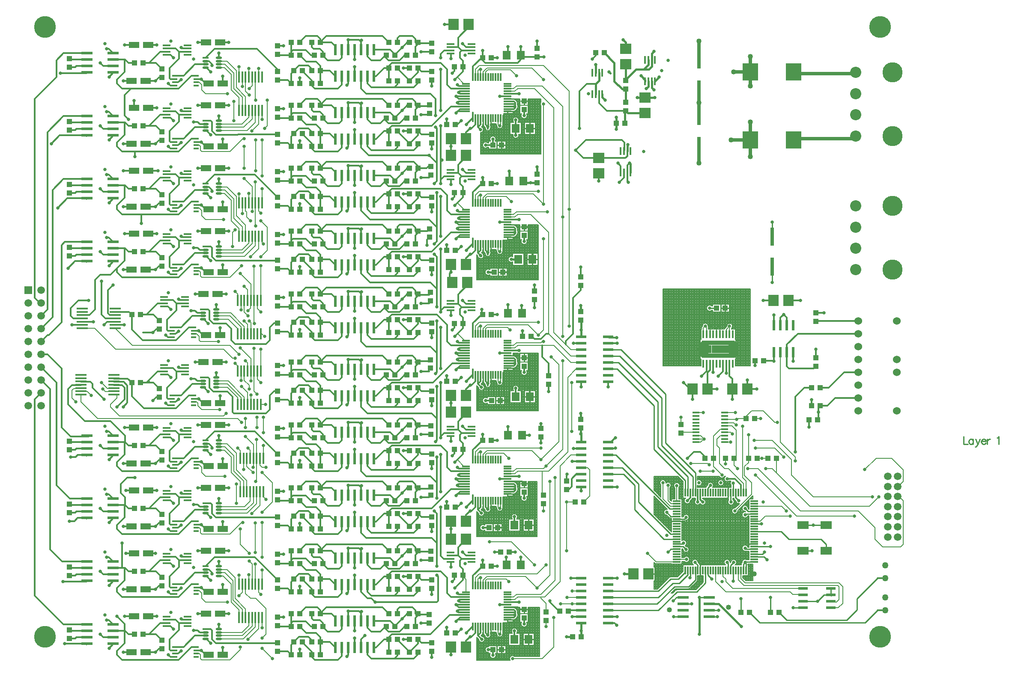
<source format=gtl>
%FSLAX23Y23*%
%MOIN*%
G70*
G01*
G75*
G04 Layer_Physical_Order=1*
G04 Layer_Color=255*
%ADD10C,0.008*%
%ADD11R,0.061X0.016*%
%ADD12R,0.014X0.059*%
%ADD13R,0.091X0.059*%
%ADD14R,0.087X0.079*%
%ADD15R,0.039X0.043*%
%ADD16R,0.043X0.039*%
%ADD17R,0.024X0.087*%
%ADD18R,0.085X0.016*%
%ADD19R,0.016X0.061*%
%ADD20R,0.016X0.085*%
%ADD21R,0.016X0.085*%
%ADD22R,0.073X0.024*%
%ADD23R,0.061X0.012*%
%ADD24R,0.012X0.061*%
%ADD25R,0.024X0.081*%
%ADD26R,0.079X0.087*%
%ADD27R,0.057X0.012*%
%ADD28R,0.081X0.024*%
%ADD29R,0.124X0.136*%
%ADD30R,0.031X0.142*%
%ADD31R,0.012X0.063*%
%ADD32R,0.063X0.012*%
%ADD33R,0.079X0.047*%
%ADD34R,0.087X0.024*%
%ADD35R,0.087X0.024*%
%ADD36O,0.041X0.015*%
%ADD37R,0.041X0.015*%
%ADD38O,0.048X0.017*%
%ADD39R,0.048X0.017*%
%ADD40R,0.015X0.060*%
%ADD41R,0.101X0.062*%
%ADD42R,0.256X0.036*%
%ADD43R,0.078X0.062*%
%ADD44R,0.063X0.071*%
%ADD45C,0.012*%
%ADD46C,0.016*%
%ADD47C,0.010*%
%ADD48C,0.025*%
%ADD49C,0.050*%
%ADD50C,0.059*%
%ADD51C,0.050*%
%ADD52C,0.170*%
%ADD53C,0.087*%
%ADD54C,0.157*%
%ADD55R,0.059X0.059*%
%ADD56C,0.060*%
%ADD57C,0.020*%
%ADD58C,0.025*%
%ADD59C,0.040*%
D10*
X6003Y6330D02*
G03*
X5999Y6344I-23J0D01*
G01*
X5961D02*
G03*
X6003Y6330I19J-14D01*
G01*
X5927Y6430D02*
G03*
X5922Y6442I-17J0D01*
G01*
X5932Y6401D02*
G03*
X5927Y6416I-23J0D01*
G01*
X5912Y6452D02*
G03*
X5900Y6457I-12J-12D01*
G01*
X5927Y6430D02*
G03*
X5922Y6442I-17J0D01*
G01*
X5912Y6452D02*
G03*
X5900Y6457I-12J-12D01*
G01*
X5926Y6385D02*
G03*
X5932Y6401I-17J16D01*
G01*
X5922Y6378D02*
G03*
X5926Y6385I-12J12D01*
G01*
X5922Y6378D02*
G03*
X5926Y6385I-12J12D01*
G01*
X5901Y6364D02*
G03*
X5913Y6369I0J17D01*
G01*
X5901Y6364D02*
G03*
X5913Y6369I0J17D01*
G01*
X5892Y6210D02*
G03*
X5892Y6170I-12J-20D01*
G01*
X5813Y6255D02*
G03*
X5813Y6258I-15J3D01*
G01*
X5813Y6255D02*
G03*
X5813Y6258I-15J3D01*
G01*
X5813Y6250D02*
G03*
X5813Y6255I-23J0D01*
G01*
X5764Y6261D02*
G03*
X5767Y6252I15J0D01*
G01*
X5764Y6261D02*
G03*
X5767Y6252I15J0D01*
G01*
G03*
X5813Y6250I23J-2D01*
G01*
X5721Y6242D02*
G03*
X5717Y6256I-23J0D01*
G01*
X5663Y6260D02*
G03*
X5668Y6248I17J0D01*
G01*
X5663Y6260D02*
G03*
X5668Y6248I17J0D01*
G01*
X5653Y6247D02*
G03*
X5658Y6259I-12J12D01*
G01*
X5653Y6247D02*
G03*
X5658Y6259I-12J12D01*
G01*
X5715Y6226D02*
G03*
X5721Y6242I-17J16D01*
G01*
X5674Y6242D02*
G03*
X5681Y6226I23J1D01*
G01*
G03*
X5715Y6226I17J2D01*
G01*
X5665Y6212D02*
G03*
X5663Y6219I-17J0D01*
G01*
X5663Y6220D02*
G03*
X5648Y6242I-23J0D01*
G01*
X5641Y6197D02*
G03*
X5665Y6212I7J16D01*
G01*
X5617Y6219D02*
G03*
X5641Y6197I23J1D01*
G01*
X5714Y6109D02*
G03*
X5714Y6071I-14J-19D01*
G01*
X5926Y5460D02*
G03*
X5953Y5460I13J20D01*
G01*
X6003Y5310D02*
G03*
X5999Y5324I-23J0D01*
G01*
X5961D02*
G03*
X6003Y5310I19J-14D01*
G01*
X5927Y5410D02*
G03*
X5922Y5422I-17J0D01*
G01*
X5927Y5410D02*
G03*
X5922Y5422I-17J0D01*
G01*
X5912Y5432D02*
G03*
X5900Y5437I-12J-12D01*
G01*
X5912Y5432D02*
G03*
X5900Y5437I-12J-12D01*
G01*
X5932Y5381D02*
G03*
X5927Y5396I-23J0D01*
G01*
X5926Y5365D02*
G03*
X5932Y5381I-17J16D01*
G01*
X5922Y5358D02*
G03*
X5926Y5365I-12J12D01*
G01*
X5922Y5358D02*
G03*
X5926Y5365I-12J12D01*
G01*
X5901Y5344D02*
G03*
X5913Y5349I0J17D01*
G01*
X5901Y5344D02*
G03*
X5913Y5349I0J17D01*
G01*
X5938Y5185D02*
G03*
X5898Y5169I-23J0D01*
G01*
X5932D02*
G03*
X5938Y5185I-17J16D01*
G01*
X5764Y5241D02*
G03*
X5767Y5232I15J0D01*
G01*
X5764Y5241D02*
G03*
X5767Y5232I15J0D01*
G01*
X5813Y5235D02*
G03*
X5813Y5238I-15J3D01*
G01*
X5813Y5235D02*
G03*
X5813Y5238I-15J3D01*
G01*
X5813Y5230D02*
G03*
X5813Y5235I-23J0D01*
G01*
X5767Y5232D02*
G03*
X5813Y5230I23J-2D01*
G01*
X5663Y5240D02*
G03*
X5668Y5228I17J0D01*
G01*
X5721Y5222D02*
G03*
X5717Y5236I-23J0D01*
G01*
X5663Y5240D02*
G03*
X5668Y5228I17J0D01*
G01*
X5653Y5227D02*
G03*
X5658Y5239I-12J12D01*
G01*
X5653Y5227D02*
G03*
X5658Y5239I-12J12D01*
G01*
X5715Y5206D02*
G03*
X5721Y5222I-17J16D01*
G01*
X5681Y5206D02*
G03*
X5715Y5206I17J2D01*
G01*
X5674Y5222D02*
G03*
X5681Y5206I23J1D01*
G01*
X5671Y5192D02*
G03*
X5648Y5216I-23J0D01*
G01*
X5624Y5192D02*
G03*
X5671Y5192I23J1D01*
G01*
X5694Y5109D02*
G03*
X5694Y5071I-14J-19D01*
G01*
X6003Y4330D02*
G03*
X5999Y4344I-23J0D01*
G01*
X5961D02*
G03*
X6003Y4330I19J-14D01*
G01*
X5932Y4401D02*
G03*
X5927Y4416I-23J0D01*
G01*
X5926Y4385D02*
G03*
X5932Y4401I-17J16D01*
G01*
X5912Y4452D02*
G03*
X5900Y4457I-12J-12D01*
G01*
X5927Y4430D02*
G03*
X5922Y4442I-17J0D01*
G01*
X5927Y4430D02*
G03*
X5922Y4442I-17J0D01*
G01*
X5912Y4452D02*
G03*
X5900Y4457I-12J-12D01*
G01*
X5922Y4378D02*
G03*
X5926Y4385I-12J12D01*
G01*
X5922Y4378D02*
G03*
X5926Y4385I-12J12D01*
G01*
X5901Y4364D02*
G03*
X5913Y4369I0J17D01*
G01*
X5901Y4364D02*
G03*
X5913Y4369I0J17D01*
G01*
X5922Y4169D02*
G03*
X5928Y4185I-17J16D01*
G01*
G03*
X5888Y4169I-23J0D01*
G01*
X5813Y4255D02*
G03*
X5813Y4258I-15J3D01*
G01*
X5813Y4255D02*
G03*
X5813Y4258I-15J3D01*
G01*
X5813Y4250D02*
G03*
X5813Y4255I-23J0D01*
G01*
X5767Y4252D02*
G03*
X5813Y4250I23J-2D01*
G01*
X5764Y4261D02*
G03*
X5767Y4252I15J0D01*
G01*
X5764Y4261D02*
G03*
X5767Y4252I15J0D01*
G01*
X5663Y4260D02*
G03*
X5668Y4248I17J0D01*
G01*
X5721Y4242D02*
G03*
X5717Y4256I-23J0D01*
G01*
X5663Y4260D02*
G03*
X5668Y4248I17J0D01*
G01*
X5653Y4247D02*
G03*
X5658Y4259I-12J12D01*
G01*
X5653Y4247D02*
G03*
X5658Y4259I-12J12D01*
G01*
X5674Y4242D02*
G03*
X5721Y4242I23J1D01*
G01*
X5671Y4212D02*
G03*
X5648Y4236I-23J0D01*
G01*
X5624Y4212D02*
G03*
X5671Y4212I23J1D01*
G01*
X5674Y4119D02*
G03*
X5674Y4081I-14J-19D01*
G01*
X6003Y3350D02*
G03*
X5999Y3364I-23J0D01*
G01*
X5961D02*
G03*
X6003Y3350I19J-14D01*
G01*
X5932Y3421D02*
G03*
X5927Y3436I-23J0D01*
G01*
X5926Y3405D02*
G03*
X5932Y3421I-17J16D01*
G01*
X5912Y3472D02*
G03*
X5900Y3477I-12J-12D01*
G01*
X5912Y3472D02*
G03*
X5900Y3477I-12J-12D01*
G01*
X5927Y3450D02*
G03*
X5922Y3462I-17J0D01*
G01*
X5927Y3450D02*
G03*
X5922Y3462I-17J0D01*
G01*
X5922Y3398D02*
G03*
X5926Y3405I-12J12D01*
G01*
X5922Y3398D02*
G03*
X5926Y3405I-12J12D01*
G01*
X5901Y3384D02*
G03*
X5913Y3389I0J17D01*
G01*
X5901Y3384D02*
G03*
X5913Y3389I0J17D01*
G01*
X5922Y3279D02*
G03*
X5928Y3295I-17J16D01*
G01*
G03*
X5888Y3279I-23J0D01*
G01*
X5908Y3095D02*
G03*
X5871Y3066I-18J-15D01*
G01*
X5813Y3275D02*
G03*
X5813Y3278I-15J3D01*
G01*
X5813Y3275D02*
G03*
X5813Y3278I-15J3D01*
G01*
X5764Y3281D02*
G03*
X5767Y3272I15J0D01*
G01*
X5764Y3281D02*
G03*
X5767Y3272I15J0D01*
G01*
X5813Y3270D02*
G03*
X5813Y3275I-23J0D01*
G01*
X5767Y3272D02*
G03*
X5813Y3270I23J-2D01*
G01*
X5663Y3280D02*
G03*
X5668Y3268I17J0D01*
G01*
X5663Y3280D02*
G03*
X5668Y3268I17J0D01*
G01*
X5721Y3262D02*
G03*
X5717Y3276I-23J0D01*
G01*
X5653Y3267D02*
G03*
X5658Y3279I-12J12D01*
G01*
X5653Y3267D02*
G03*
X5658Y3279I-12J12D01*
G01*
X5674Y3262D02*
G03*
X5721Y3262I23J1D01*
G01*
X5674Y3230D02*
G03*
X5651Y3253I-23J0D01*
G01*
X5627Y3229D02*
G03*
X5674Y3230I23J1D01*
G01*
X5760Y3107D02*
G03*
X5756Y3119I-23J0D01*
G01*
X5717D02*
G03*
X5760Y3107I20J-13D01*
G01*
X5704Y3173D02*
G03*
X5704Y3127I-4J-23D01*
G01*
X7364Y5665D02*
G03*
X7360Y5655I11J-11D01*
G01*
X7364Y5665D02*
G03*
X7360Y5655I11J-11D01*
G01*
X7415Y5660D02*
G03*
X7413Y5667I-15J0D01*
G01*
X7415Y5660D02*
G03*
X7413Y5667I-15J0D01*
G01*
X7413Y5670D02*
G03*
X7367Y5668I-23J0D01*
G01*
X7441Y5826D02*
G03*
X7441Y5794I-17J-16D01*
G01*
X7543Y5654D02*
G03*
X7539Y5646I11J-11D01*
G01*
X7543Y5654D02*
G03*
X7539Y5646I11J-11D01*
G01*
X7603Y5669D02*
G03*
X7556Y5667I-23J0D01*
G01*
X7594Y5651D02*
G03*
X7603Y5669I-15J18D01*
G01*
X7170Y3616D02*
G03*
X7159Y3611I0J-16D01*
G01*
X7170Y3616D02*
G03*
X7159Y3611I0J-16D01*
G01*
X7120Y3716D02*
G03*
X7109Y3711I0J-16D01*
G01*
X7120Y3716D02*
G03*
X7109Y3711I0J-16D01*
G01*
X6996Y3823D02*
G03*
X7006Y3819I11J11D01*
G01*
X6996Y3823D02*
G03*
X7006Y3819I11J11D01*
G01*
X7225Y3838D02*
G03*
X7267Y3853I18J15D01*
G01*
X7260Y3624D02*
G03*
X7271Y3629I0J16D01*
G01*
X7260Y3624D02*
G03*
X7271Y3629I0J16D01*
G01*
X7333Y3830D02*
G03*
X7299Y3809I-23J0D01*
G01*
X7244Y3980D02*
G03*
X7209Y4001I-23J0D01*
G01*
X7267Y3853D02*
G03*
X7225Y3868I-23J0D01*
G01*
X7217Y3931D02*
G03*
X7264Y3930I23J-1D01*
G01*
G03*
X7239Y3953I-23J0D01*
G01*
X7233Y3960D02*
G03*
X7244Y3980I-13J20D01*
G01*
X7111Y4177D02*
G03*
X7122Y4172I11J11D01*
G01*
X7111Y4177D02*
G03*
X7122Y4172I11J11D01*
G01*
X7094Y4243D02*
G03*
X7091Y4197I-4J-23D01*
G01*
X7083Y4450D02*
G03*
X7045Y4432I-23J0D01*
G01*
X7115Y4412D02*
G03*
X7123Y4430I-15J18D01*
G01*
X7083Y4446D02*
G03*
X7083Y4450I-23J4D01*
G01*
X7123Y4430D02*
G03*
X7083Y4446I-23J0D01*
G01*
X7228Y4152D02*
G03*
X7239Y4157I0J16D01*
G01*
X7228Y4152D02*
G03*
X7239Y4157I0J16D01*
G01*
G03*
X7264Y4180I1J23D01*
G01*
G03*
X7217Y4184I-23J0D01*
G01*
X7191Y4428D02*
G03*
X7153Y4410I-23J0D01*
G01*
X7239Y4331D02*
G03*
X7273Y4309I11J-21D01*
G01*
X7285Y4321D02*
G03*
X7290Y4331I-12J12D01*
G01*
X7285Y4321D02*
G03*
X7290Y4331I-12J12D01*
G01*
X7183Y4410D02*
G03*
X7191Y4428I-15J18D01*
G01*
X7324Y3681D02*
G03*
X7329Y3693I-11J11D01*
G01*
X7324Y3681D02*
G03*
X7329Y3693I-11J11D01*
G01*
X7348Y3809D02*
G03*
X7344Y3819I-16J-2D01*
G01*
X7348Y3809D02*
G03*
X7344Y3819I-16J-2D01*
G01*
X7583Y3830D02*
G03*
X7549Y3809I-23J0D01*
G01*
X7621D02*
G03*
X7634Y3830I-11J21D01*
G01*
G03*
X7587Y3829I-23J0D01*
G01*
X7675Y3828D02*
G03*
X7671Y3817I11J-11D01*
G01*
X7675Y3828D02*
G03*
X7671Y3817I11J-11D01*
G01*
X7713Y3850D02*
G03*
X7677Y3829I-13J-20D01*
G01*
X7722Y3948D02*
G03*
X7704Y3917I-22J-8D01*
G01*
G03*
X7708Y3916I4J15D01*
G01*
X7704Y3917D02*
G03*
X7708Y3916I4J15D01*
G01*
X7315Y4318D02*
G03*
X7350Y4288I15J-18D01*
G01*
G03*
X7393Y4300I20J12D01*
G01*
G03*
X7371Y4323I-23J0D01*
G01*
X7400Y4422D02*
G03*
X7395Y4414I11J-11D01*
G01*
X7400Y4422D02*
G03*
X7395Y4414I11J-11D01*
G01*
X7329Y4429D02*
G03*
X7364Y4450I11J21D01*
G01*
X7453Y4430D02*
G03*
X7407Y4429I-23J0D01*
G01*
X7364Y4450D02*
G03*
X7329Y4471I-23J0D01*
G01*
X7447Y4414D02*
G03*
X7453Y4430I-17J16D01*
G01*
X7534Y4450D02*
G03*
X7534Y4450I-23J0D01*
G01*
X7499Y4500D02*
G03*
X7541Y4500I21J10D01*
G01*
X7622Y4253D02*
G03*
X7643Y4230I-2J-23D01*
G01*
X7704Y4223D02*
G03*
X7722Y4192I-4J-23D01*
G01*
X7723Y4250D02*
G03*
X7701Y4227I-23J0D01*
G01*
X7627Y4309D02*
G03*
X7656Y4287I23J1D01*
G01*
X7572Y4315D02*
G03*
X7614Y4300I18J-15D01*
G01*
X7548Y4500D02*
G03*
X7576Y4463I12J-20D01*
G01*
X7614Y4300D02*
G03*
X7604Y4319I-23J0D01*
G01*
X7611Y4331D02*
G03*
X7615Y4320I17J2D01*
G01*
X7611Y4331D02*
G03*
X7615Y4320I17J2D01*
G01*
X7590Y4463D02*
G03*
X7592Y4431I18J-15D01*
G01*
X5696Y7097D02*
G03*
X5696Y7063I-16J-17D01*
G01*
X5760Y7127D02*
G03*
X5719Y7111I-23J0D01*
G01*
X5754D02*
G03*
X5760Y7127I-17J16D01*
G01*
X5640Y7176D02*
G03*
X5663Y7200I0J23D01*
G01*
G03*
X5648Y7222I-23J0D01*
G01*
X5653Y7227D02*
G03*
X5658Y7239I-12J12D01*
G01*
X5653Y7227D02*
G03*
X5658Y7239I-12J12D01*
G01*
X5674Y7222D02*
G03*
X5681Y7206I23J1D01*
G01*
G03*
X5715Y7206I17J2D01*
G01*
G03*
X5721Y7222I-17J16D01*
G01*
G03*
X5717Y7236I-23J0D01*
G01*
X5663Y7240D02*
G03*
X5668Y7228I17J0D01*
G01*
X5663Y7240D02*
G03*
X5668Y7228I17J0D01*
G01*
X5767Y7232D02*
G03*
X5813Y7230I23J-2D01*
G01*
G03*
X5813Y7235I-23J0D01*
G01*
G03*
X5813Y7238I-15J3D01*
G01*
X5764Y7241D02*
G03*
X5767Y7232I15J0D01*
G01*
X5813Y7235D02*
G03*
X5813Y7238I-15J3D01*
G01*
X5764Y7241D02*
G03*
X5767Y7232I15J0D01*
G01*
X5893Y7164D02*
G03*
X5938Y7155I22J-8D01*
G01*
G03*
X5937Y7164I-23J0D01*
G01*
X5938Y7275D02*
G03*
X5898Y7259I-23J0D01*
G01*
X5901Y7344D02*
G03*
X5913Y7349I0J17D01*
G01*
X5901Y7344D02*
G03*
X5913Y7349I0J17D01*
G01*
X5932Y7259D02*
G03*
X5938Y7275I-17J16D01*
G01*
X5922Y7358D02*
G03*
X5926Y7365I-12J12D01*
G01*
X5922Y7358D02*
G03*
X5926Y7365I-12J12D01*
G01*
G03*
X5932Y7381I-17J16D01*
G01*
X5927Y7410D02*
G03*
X5922Y7422I-17J0D01*
G01*
X5932Y7381D02*
G03*
X5927Y7396I-23J0D01*
G01*
Y7410D02*
G03*
X5922Y7422I-17J0D01*
G01*
X5912Y7432D02*
G03*
X5900Y7437I-12J-12D01*
G01*
X5912Y7432D02*
G03*
X5900Y7437I-12J-12D01*
G01*
X5961Y7324D02*
G03*
X6003Y7310I19J-14D01*
G01*
G03*
X5999Y7324I-23J0D01*
G01*
X6110Y7412D02*
G03*
X6110Y7388I20J-12D01*
G01*
X7453Y4577D02*
Y4813D01*
X7780Y4510D02*
X8100Y4190D01*
X8632Y4552D02*
X8720Y4640D01*
X7507Y4867D02*
X7541D01*
X7453Y4577D02*
X7520Y4510D01*
X8100Y4190D02*
X8550D01*
X8890Y4350D02*
X8930Y4310D01*
X8580Y4230D02*
X8710Y4100D01*
X7800Y4560D02*
X8130Y4230D01*
X7720Y4560D02*
X7800D01*
X7613Y4587D02*
Y4640D01*
Y4587D02*
X7640Y4560D01*
X8130Y4230D02*
X8580D01*
X8204Y4266D02*
X8666D01*
X7910Y4560D02*
X8204Y4266D01*
X7943Y4527D02*
Y4640D01*
X8666Y4266D02*
X8740Y4340D01*
X7860Y4560D02*
X7910D01*
X7350Y4540D02*
X7450D01*
X7168Y4306D02*
Y4428D01*
X8230Y4340D02*
X8690D01*
X7770Y4780D02*
X7910D01*
X7588Y4842D02*
X7600Y4830D01*
X7541Y4842D02*
X7588D01*
X8930Y3970D02*
Y4310D01*
X8910Y3950D02*
X8930Y3970D01*
X8770Y3950D02*
X8910D01*
X8710Y4010D02*
X8770Y3950D01*
X8710Y4010D02*
Y4100D01*
X8720Y4640D02*
X8840D01*
X8930Y4550D01*
Y4460D02*
Y4550D01*
X8891Y4421D02*
X8930Y4460D01*
X6280Y5590D02*
Y7380D01*
X6130Y4560D02*
X6280Y4710D01*
Y5400D01*
X6220Y3690D02*
Y4490D01*
X5920Y6560D02*
X6160D01*
X6120Y5550D02*
X6130D01*
X5851Y7519D02*
X5899D01*
X5851Y6539D02*
X5899D01*
X5851Y5519D02*
X5899D01*
X5851Y4539D02*
X5899D01*
X5851Y3559D02*
X5899D01*
X6330Y5670D02*
Y7500D01*
X6350Y4850D02*
Y5230D01*
X6310Y4300D02*
X6377D01*
X6310Y3920D02*
Y4300D01*
X5631Y6720D02*
X6090D01*
X5601Y7611D02*
Y7670D01*
Y6631D02*
Y6690D01*
X5631Y5700D02*
X6090D01*
X5631Y4720D02*
X6110D01*
X6080Y3740D02*
X6150Y3810D01*
X5601Y5611D02*
Y5670D01*
Y4631D02*
Y4690D01*
Y3651D02*
Y3710D01*
X6443Y4300D02*
X6490Y4347D01*
X6425Y4565D02*
X6475D01*
X6490Y4347D02*
Y4550D01*
X6475Y4565D02*
X6490Y4550D01*
X6150Y3330D02*
Y3377D01*
X5930Y3560D02*
X6140D01*
X6345Y4665D02*
X6425D01*
X6150Y3443D02*
Y3510D01*
X6110Y3550D02*
Y3560D01*
X5851Y3539D02*
X5909D01*
X6110Y3550D02*
X6150Y3510D01*
X6130Y4230D02*
Y4287D01*
X5930Y4540D02*
X6170D01*
X6120Y4363D02*
Y4540D01*
X5851Y4519D02*
X5909D01*
X5930Y5520D02*
X6210D01*
X6345Y5385D02*
X6425D01*
X5851Y5499D02*
X5909D01*
X6170Y5610D02*
Y6400D01*
X6345Y5435D02*
X6425D01*
X6170Y5610D02*
X6345Y5435D01*
X5851Y6519D02*
X5909D01*
X6210Y5620D02*
X6345Y5485D01*
X6425D01*
X5851Y7499D02*
X5909D01*
X3873Y4573D02*
Y4747D01*
X3850Y5810D02*
Y5880D01*
X3853Y5243D02*
Y5417D01*
X6265Y3505D02*
X6425D01*
X3870Y4570D02*
X3873Y4573D01*
X3863Y3659D02*
Y3817D01*
X3830Y5790D02*
X3850Y5810D01*
X3770Y5500D02*
X3853Y5417D01*
X3810Y4880D02*
Y4950D01*
Y4810D02*
X3873Y4747D01*
X3770Y3970D02*
X3840Y3900D01*
Y3840D02*
X3863Y3817D01*
X3740Y4290D02*
Y4440D01*
X3770Y3970D02*
Y4090D01*
X6080Y6236D02*
Y6460D01*
X6011D02*
X6089D01*
X6011Y6456D02*
X6090D01*
X6072Y6236D02*
Y6460D01*
X6064Y6236D02*
Y6460D01*
X6011Y6411D02*
Y6460D01*
X6056Y6236D02*
Y6460D01*
X6048Y6236D02*
Y6460D01*
X6040Y6236D02*
Y6460D01*
X6032Y6236D02*
Y6460D01*
X6024Y6236D02*
Y6460D01*
X6011Y6448D02*
X6090D01*
X5894Y6460D02*
X5949D01*
X6011Y6440D02*
X6090D01*
X5906Y6456D02*
X5949D01*
X5916Y6448D02*
X5949D01*
X6011Y6432D02*
X6090D01*
X6011Y6424D02*
X6090D01*
X6011Y6416D02*
X6090D01*
X6011Y6408D02*
X6090D01*
X6011Y6400D02*
X6090D01*
X6011Y6392D02*
X6090D01*
X6011Y6384D02*
X6090D01*
X6011Y6376D02*
X6090D01*
X6011Y6368D02*
X6090D01*
X6011Y6360D02*
X6090D01*
X6011Y6352D02*
X6090D01*
X6011Y6344D02*
Y6409D01*
Y6344D02*
X6090D01*
X5949Y6411D02*
X6011D01*
X5949Y6409D02*
X6011D01*
X6003Y6336D02*
X6090D01*
X5999Y6344D02*
X6011D01*
X5949D02*
X5961D01*
X6003Y6328D02*
X6090D01*
X6001Y6320D02*
X6090D01*
X5995Y6312D02*
X6090D01*
X5928Y6415D02*
Y6460D01*
X5927Y6432D02*
X5949D01*
X5927Y6424D02*
X5949D01*
X5927Y6420D02*
Y6430D01*
Y6416D02*
Y6420D01*
X5949Y6411D02*
Y6460D01*
X5927Y6416D02*
X5949D01*
X5931Y6408D02*
X5949D01*
Y6344D02*
Y6409D01*
X5912Y6452D02*
Y6460D01*
X5904Y6457D02*
Y6460D01*
X5894Y6457D02*
X5900D01*
X5912Y6452D02*
X5922Y6442D01*
X5924Y6440D02*
X5949D01*
X5920Y6444D02*
Y6460D01*
X5932Y6400D02*
X5949D01*
X5931Y6392D02*
X5949D01*
X5926Y6384D02*
X5949D01*
X5920Y6376D02*
X5949D01*
X5912Y6368D02*
X5949D01*
X5913Y6369D02*
X5922Y6378D01*
X5894Y6360D02*
X5949D01*
X5894Y6352D02*
X5949D01*
X5894Y6364D02*
X5901D01*
X5894Y6345D02*
Y6364D01*
X5851Y6344D02*
X5949D01*
X5851Y6345D02*
X5894D01*
X5851Y6340D02*
Y6345D01*
X6003Y6236D02*
X6088D01*
X6016D02*
Y6460D01*
X6008Y6236D02*
Y6344D01*
X6090Y6030D02*
Y6459D01*
X6088Y6030D02*
Y6460D01*
X6088Y6144D02*
Y6236D01*
X6003Y6144D02*
Y6236D01*
X5977Y6232D02*
X6003D01*
X5977Y6224D02*
X6003D01*
X5977Y6216D02*
X6003D01*
X5977Y6208D02*
X6003D01*
X5977Y6200D02*
X6003D01*
X5977Y6192D02*
X6003D01*
X5977Y6184D02*
X6003D01*
X5977Y6176D02*
X6003D01*
X6000Y6030D02*
Y6318D01*
X5992Y6030D02*
Y6310D01*
X6080Y6030D02*
Y6144D01*
X6072Y6030D02*
Y6144D01*
X6064Y6030D02*
Y6144D01*
X6056Y6030D02*
Y6144D01*
X6048Y6030D02*
Y6144D01*
X6040Y6030D02*
Y6144D01*
X6032Y6030D02*
Y6144D01*
X6024Y6030D02*
Y6144D01*
X6016Y6030D02*
Y6144D01*
X6008Y6030D02*
Y6144D01*
X5977Y6168D02*
X6003D01*
X5977Y6160D02*
X6003D01*
Y6144D02*
X6088D01*
X5977Y6152D02*
X6003D01*
X5977Y6144D02*
X6003D01*
X5846Y6096D02*
X6090D01*
X5846Y6088D02*
X6090D01*
X5846Y6080D02*
X6090D01*
X5846Y6072D02*
X6090D01*
X5846Y6064D02*
X6090D01*
X5968Y6236D02*
Y6310D01*
X5960Y6236D02*
Y6318D01*
X5976Y6236D02*
Y6307D01*
X5944Y6236D02*
Y6460D01*
X5936Y6236D02*
Y6460D01*
X5952Y6236D02*
Y6344D01*
X5984Y6030D02*
Y6307D01*
X5928Y6236D02*
Y6387D01*
X5977Y6144D02*
Y6236D01*
X5920D02*
Y6376D01*
X5912Y6236D02*
Y6368D01*
X5904Y6236D02*
Y6365D01*
X5896Y6236D02*
Y6364D01*
X5892Y6236D02*
X5977D01*
X5888Y6212D02*
Y6345D01*
X5880Y6214D02*
Y6345D01*
X5872Y6212D02*
Y6345D01*
X5864Y6207D02*
Y6345D01*
X5892Y6210D02*
Y6236D01*
X5856Y6030D02*
Y6345D01*
X5848Y6030D02*
Y6340D01*
X5976Y6030D02*
Y6144D01*
X5968Y6030D02*
Y6144D01*
X5960Y6030D02*
Y6144D01*
X5952Y6030D02*
Y6144D01*
X5944Y6030D02*
Y6144D01*
X5936Y6030D02*
Y6144D01*
X5928Y6030D02*
Y6144D01*
X5920Y6030D02*
Y6144D01*
X5912Y6030D02*
Y6144D01*
X5904Y6030D02*
Y6144D01*
X5888Y6168D02*
X5892D01*
Y6144D02*
X5977D01*
X5892D02*
Y6170D01*
X5846Y6059D02*
Y6121D01*
X5888Y6030D02*
Y6168D01*
X5880Y6030D02*
Y6167D01*
X5896Y6030D02*
Y6144D01*
X5864Y6030D02*
Y6173D01*
X5872Y6030D02*
Y6168D01*
X5815Y6336D02*
X5957D01*
X5815Y6312D02*
X5965D01*
X5815Y6304D02*
X6090D01*
X5815Y6340D02*
X5851D01*
X5815Y6328D02*
X5957D01*
X5815Y6320D02*
X5959D01*
X5815Y6296D02*
X6090D01*
X5815Y6288D02*
X6090D01*
X5815Y6280D02*
X6090D01*
X5815Y6266D02*
Y6340D01*
Y6272D02*
X6090D01*
X5813Y6258D02*
Y6266D01*
Y6264D02*
X6090D01*
X5764Y6261D02*
Y6266D01*
X5717Y6264D02*
X5764D01*
X5813Y6256D02*
X6090D01*
X5813Y6248D02*
X6090D01*
X5721D02*
X5767D01*
X5811Y6240D02*
X6090D01*
X5717Y6256D02*
X5765D01*
X5721Y6240D02*
X5769D01*
X5805Y6232D02*
X5892D01*
X5714Y6224D02*
X5892D01*
X5710Y6216D02*
X5892D01*
X5719Y6232D02*
X5775D01*
X5664Y6208D02*
X5865D01*
X5660Y6200D02*
X5859D01*
X5610Y6176D02*
X5861D01*
X5610Y6192D02*
X5857D01*
X5610Y6184D02*
X5857D01*
X5610Y6160D02*
X5892D01*
X5610Y6152D02*
X5892D01*
X5610Y6136D02*
X6090D01*
X5610Y6168D02*
X5872D01*
X5610Y6144D02*
X5892D01*
X5756Y6266D02*
X5762D01*
X5742D02*
X5756D01*
X5742D02*
X5756D01*
X5736D02*
X5742D01*
X5722D02*
X5736D01*
X5722D02*
X5736D01*
X5717D02*
X5722D01*
X5720Y6250D02*
Y6266D01*
X5717Y6256D02*
Y6266D01*
X5663Y6260D02*
Y6266D01*
X5658D02*
X5663D01*
X5658Y6264D02*
X5663D01*
X5658Y6259D02*
Y6266D01*
X5658Y6256D02*
X5664D01*
X5660Y6232D02*
X5677D01*
X5656Y6237D02*
Y6251D01*
X5668Y6248D02*
X5674Y6242D01*
X5663Y6224D02*
X5681D01*
X5664Y6216D02*
X5685D01*
X5664Y6217D02*
Y6255D01*
X5654Y6248D02*
X5668D01*
X5652Y6240D02*
X5674D01*
X5648Y6242D02*
X5653Y6247D01*
X5610Y6226D02*
X5617Y6219D01*
X5610Y6200D02*
X5628D01*
X5610Y6216D02*
X5617D01*
X5610Y6208D02*
X5620D01*
X5840Y6121D02*
Y6340D01*
X5832Y6121D02*
Y6340D01*
X5846Y6120D02*
X6090D01*
X5824Y6121D02*
Y6340D01*
X5816Y6121D02*
Y6340D01*
X5808Y6121D02*
Y6235D01*
X5846Y6112D02*
X6090D01*
X5846Y6104D02*
X6090D01*
X5800Y6121D02*
Y6229D01*
X5792Y6121D02*
Y6227D01*
X5610Y6128D02*
X6090D01*
X5781Y6121D02*
X5846D01*
X5776D02*
Y6231D01*
X5784Y6121D02*
Y6227D01*
X5781Y6059D02*
Y6121D01*
X5714D02*
X5779D01*
Y6059D02*
Y6121D01*
X5760D02*
Y6266D01*
X5768Y6121D02*
Y6242D01*
X5840Y6030D02*
Y6059D01*
X5832Y6030D02*
Y6059D01*
X5824Y6030D02*
Y6059D01*
X5816Y6030D02*
Y6059D01*
X5808Y6030D02*
Y6059D01*
X5800Y6030D02*
Y6059D01*
X5792Y6030D02*
Y6059D01*
X5784Y6030D02*
Y6059D01*
X5610Y6056D02*
X6090D01*
X5610Y6048D02*
X6090D01*
X5610Y6040D02*
X6090D01*
X5781Y6059D02*
X5846D01*
X5714D02*
X5779D01*
X5776Y6030D02*
Y6059D01*
X5610Y6032D02*
X6090D01*
X5610Y6030D02*
X6090D01*
X5768D02*
Y6059D01*
X5760Y6030D02*
Y6059D01*
X5752Y6121D02*
Y6266D01*
X5744Y6121D02*
Y6266D01*
X5736Y6121D02*
Y6266D01*
X5728Y6121D02*
Y6266D01*
X5720Y6121D02*
Y6235D01*
X5704Y6113D02*
Y6212D01*
X5712Y6110D02*
Y6218D01*
X5696Y6113D02*
Y6211D01*
X5714Y6109D02*
Y6121D01*
X5680Y6102D02*
Y6227D01*
X5688Y6110D02*
Y6214D01*
X5672Y6030D02*
Y6244D01*
X5664Y6030D02*
Y6207D01*
X5610Y6120D02*
X5714D01*
X5656Y6030D02*
Y6197D01*
X5648Y6030D02*
Y6195D01*
X5640Y6030D02*
Y6196D01*
X5624Y6030D02*
Y6203D01*
X5632Y6030D02*
Y6198D01*
X5610Y6030D02*
Y6226D01*
X5616Y6030D02*
Y6220D01*
X5752Y6030D02*
Y6059D01*
X5744Y6030D02*
Y6059D01*
X5736Y6030D02*
Y6059D01*
X5708Y6112D02*
X5714D01*
Y6059D02*
Y6071D01*
X5728Y6030D02*
Y6059D01*
X5712Y6030D02*
Y6070D01*
X5720Y6030D02*
Y6059D01*
X5704Y6030D02*
Y6067D01*
X5696Y6030D02*
Y6067D01*
X5610Y6112D02*
X5692D01*
X5610Y6104D02*
X5681D01*
X5610Y6080D02*
X5679D01*
X5610Y6096D02*
X5677D01*
X5610Y6088D02*
X5677D01*
X5688Y6030D02*
Y6070D01*
X5610Y6064D02*
X5714D01*
X5680Y6030D02*
Y6078D01*
X5610Y6072D02*
X5685D01*
X6011Y5456D02*
X6090D01*
X6008Y5456D02*
Y5460D01*
X6011Y5448D02*
X6090D01*
X6000Y5456D02*
Y5460D01*
X5992Y5456D02*
Y5460D01*
X5984Y5456D02*
Y5460D01*
X6011Y5440D02*
X6090D01*
X6011Y5432D02*
X6090D01*
X6011Y5424D02*
X6090D01*
X6011Y5391D02*
Y5456D01*
Y5416D02*
X6090D01*
X5976Y5456D02*
Y5460D01*
X5953D02*
X6090D01*
X5949Y5456D02*
X6011D01*
X5968D02*
Y5460D01*
X5960Y5456D02*
Y5460D01*
X5952Y5456D02*
Y5460D01*
X5894Y5456D02*
X5949D01*
X6011Y5408D02*
X6090D01*
X6011Y5400D02*
X6090D01*
X6011Y5392D02*
X6090D01*
X6011Y5384D02*
X6090D01*
X6011Y5376D02*
X6090D01*
X6011Y5368D02*
X6090D01*
X6011Y5360D02*
X6090D01*
X6011Y5352D02*
X6090D01*
X6011Y5344D02*
X6090D01*
X6011Y5324D02*
Y5389D01*
Y5336D02*
X6090D01*
X6011Y5328D02*
X6090D01*
X6001Y5320D02*
X6090D01*
X5949Y5391D02*
X6011D01*
X6003Y5312D02*
X6090D01*
X5999Y5324D02*
X6011D01*
X5949Y5389D02*
X6011D01*
X5949Y5324D02*
X5961D01*
X6003Y5304D02*
X6090D01*
X5999Y5296D02*
X6090D01*
X5988Y5288D02*
X6090D01*
X5920Y5424D02*
X5949D01*
X5912Y5432D02*
X5949D01*
X5926Y5416D02*
X5949D01*
X5920Y5424D02*
Y5460D01*
X5912Y5432D02*
Y5460D01*
X5912Y5432D02*
X5922Y5422D01*
X5949Y5391D02*
Y5456D01*
X5928Y5395D02*
Y5459D01*
X5927Y5408D02*
X5949D01*
X5927Y5400D02*
Y5410D01*
X5896Y5437D02*
Y5460D01*
X5894D02*
X5926D01*
X5894Y5448D02*
X5949D01*
X5894Y5443D02*
Y5457D01*
Y5443D02*
Y5457D01*
Y5437D02*
Y5443D01*
Y5440D02*
X5949D01*
X5904Y5437D02*
Y5460D01*
X5894Y5437D02*
X5900D01*
X5930Y5392D02*
X5949D01*
X5927Y5400D02*
X5949D01*
X5932Y5384D02*
X5949D01*
X5927Y5396D02*
Y5400D01*
X5932Y5376D02*
X5949D01*
Y5324D02*
Y5389D01*
X5928Y5368D02*
X5949D01*
X5924Y5360D02*
X5949D01*
X5916Y5352D02*
X5949D01*
X5894Y5344D02*
X5949D01*
X5913Y5349D02*
X5922Y5358D01*
X5920Y5208D02*
Y5356D01*
X5894Y5336D02*
X5949D01*
X5894Y5328D02*
X5949D01*
X5894Y5344D02*
X5901D01*
X5894Y5325D02*
Y5344D01*
X6064Y5166D02*
Y5460D01*
X6056Y5166D02*
Y5460D01*
X6068Y5160D02*
X6090D01*
X6048Y5166D02*
Y5460D01*
X6040Y5166D02*
Y5460D01*
X6032Y5166D02*
Y5460D01*
X6090Y5010D02*
Y5460D01*
X6088Y5010D02*
Y5460D01*
X6068Y5152D02*
X6090D01*
X6080Y5010D02*
Y5460D01*
X6072Y5010D02*
Y5460D01*
X6068Y5074D02*
Y5166D01*
X5933Y5200D02*
X6090D01*
X5920Y5208D02*
X6090D01*
X5937Y5192D02*
X6090D01*
X6024Y5166D02*
Y5460D01*
X5938Y5184D02*
X6090D01*
X5937Y5176D02*
X6090D01*
X6016Y5166D02*
Y5460D01*
X5983Y5166D02*
X6068D01*
X6008D02*
Y5324D01*
X6000Y5166D02*
Y5298D01*
X6068Y5144D02*
X6090D01*
X6068Y5136D02*
X6090D01*
X6068Y5128D02*
X6090D01*
X6068Y5120D02*
X6090D01*
X6068Y5112D02*
X6090D01*
X6068Y5104D02*
X6090D01*
X6068Y5096D02*
X6090D01*
X6068Y5088D02*
X6090D01*
X6068Y5080D02*
X6090D01*
X6064Y5010D02*
Y5074D01*
X6056Y5010D02*
Y5074D01*
X5983D02*
X6068D01*
X6048Y5010D02*
Y5074D01*
X6040Y5010D02*
Y5074D01*
X6032Y5010D02*
Y5074D01*
X6024Y5010D02*
Y5074D01*
X6016Y5010D02*
Y5074D01*
X6008Y5010D02*
Y5074D01*
X6000Y5010D02*
Y5074D01*
X5992Y5166D02*
Y5290D01*
X5984Y5166D02*
Y5287D01*
X5957Y5160D02*
X5983D01*
X5944Y5166D02*
Y5456D01*
X5936Y5195D02*
Y5456D01*
X5952Y5166D02*
Y5324D01*
X5983Y5074D02*
Y5166D01*
X5976Y5010D02*
Y5287D01*
X5957Y5152D02*
X5983D01*
X5968Y5010D02*
Y5290D01*
X5960Y5010D02*
Y5298D01*
X5957Y5074D02*
Y5166D01*
X5928Y5205D02*
Y5367D01*
X5912Y5208D02*
Y5348D01*
X5904Y5206D02*
Y5345D01*
X5896Y5199D02*
Y5344D01*
X5936Y5166D02*
Y5175D01*
X5896Y5166D02*
Y5171D01*
X5932Y5166D02*
X5957D01*
X5888D02*
Y5325D01*
X5880Y5166D02*
Y5325D01*
X5957Y5144D02*
X5983D01*
X5957Y5136D02*
X5983D01*
X5957Y5128D02*
X5983D01*
X5957Y5120D02*
X5983D01*
X5957Y5112D02*
X5983D01*
X5957Y5104D02*
X5983D01*
X5992Y5010D02*
Y5074D01*
X5957Y5096D02*
X5983D01*
X5984Y5010D02*
Y5074D01*
X5957Y5088D02*
X5983D01*
X5957Y5080D02*
X5983D01*
X5952Y5010D02*
Y5074D01*
X5872D02*
X5957D01*
X5944Y5010D02*
Y5074D01*
X5936Y5010D02*
Y5074D01*
X5928Y5010D02*
Y5074D01*
X5920Y5010D02*
Y5074D01*
X5912Y5010D02*
Y5074D01*
X5904Y5010D02*
Y5074D01*
X5896Y5010D02*
Y5074D01*
X5888Y5010D02*
Y5074D01*
X5880Y5010D02*
Y5074D01*
X5820Y5325D02*
X5894D01*
X5820Y5320D02*
X5959D01*
X5820Y5310D02*
Y5325D01*
X5824Y5121D02*
Y5325D01*
X5820Y5312D02*
X5957D01*
X5815Y5304D02*
X5957D01*
X5815Y5310D02*
X5820D01*
X5816Y5121D02*
Y5310D01*
X5815Y5246D02*
Y5310D01*
Y5280D02*
X6090D01*
X5815Y5272D02*
X6090D01*
X5815Y5264D02*
X6090D01*
X5815Y5296D02*
X5961D01*
X5815Y5288D02*
X5972D01*
X5815Y5256D02*
X6090D01*
X5815Y5248D02*
X6090D01*
X5813Y5238D02*
Y5246D01*
Y5240D02*
X6090D01*
X5813Y5232D02*
X6090D01*
X5813Y5224D02*
X6090D01*
X5719Y5232D02*
X5767D01*
X5809Y5216D02*
X6090D01*
X5798Y5208D02*
X5910D01*
X5872Y5166D02*
X5898D01*
X5826Y5120D02*
X5872D01*
X5713Y5200D02*
X5897D01*
X5704Y5192D02*
X5892D01*
X5670Y5184D02*
X5891D01*
X5720Y5216D02*
X5771D01*
X5716Y5208D02*
X5782D01*
X5665Y5176D02*
X5893D01*
X5610Y5160D02*
X5872D01*
X5610Y5152D02*
X5872D01*
X5610Y5144D02*
X5872D01*
X5610Y5136D02*
X5872D01*
X5610Y5128D02*
X5872D01*
X5756Y5246D02*
X5762D01*
X5742D02*
X5756D01*
X5742D02*
X5756D01*
X5736D02*
X5742D01*
X5722D02*
X5736D01*
X5764Y5241D02*
Y5246D01*
X5722D02*
X5736D01*
X5717Y5240D02*
X5764D01*
X5720Y5230D02*
Y5246D01*
X5717D02*
X5722D01*
X5717Y5236D02*
Y5246D01*
X5663Y5240D02*
Y5246D01*
X5658D02*
X5663D01*
X5658Y5239D02*
Y5246D01*
Y5240D02*
X5663D01*
X5664Y5209D02*
Y5235D01*
X5721Y5224D02*
X5767D01*
X5650D02*
X5672D01*
X5665Y5208D02*
X5679D01*
X5656Y5232D02*
X5665D01*
X5656Y5214D02*
Y5231D01*
X5668Y5228D02*
X5674Y5222D01*
X5671Y5192D02*
X5691D01*
X5670Y5200D02*
X5683D01*
X5648Y5216D02*
X5675D01*
X5645Y5219D02*
X5653Y5227D01*
X5648Y5216D02*
Y5222D01*
X5645Y5219D02*
X5648Y5216D01*
X5610Y5200D02*
X5616D01*
X5610Y5184D02*
X5626D01*
X5610Y5176D02*
X5631D01*
X5610Y5206D02*
X5624Y5192D01*
X5610Y5192D02*
X5624D01*
X5826Y5112D02*
X5872D01*
X5826Y5104D02*
X5872D01*
X5826Y5096D02*
X5872D01*
Y5074D02*
Y5166D01*
X5808Y5121D02*
Y5215D01*
X5826Y5059D02*
Y5121D01*
X5872Y5010D02*
Y5325D01*
X5864Y5010D02*
Y5325D01*
X5856Y5010D02*
Y5325D01*
X5848Y5010D02*
Y5325D01*
X5840Y5010D02*
Y5325D01*
X5832Y5010D02*
Y5325D01*
X5800Y5121D02*
Y5209D01*
X5792Y5121D02*
Y5207D01*
X5761Y5121D02*
X5826D01*
X5776D02*
Y5211D01*
X5768Y5121D02*
Y5222D01*
X5784Y5121D02*
Y5207D01*
X5761Y5059D02*
Y5121D01*
X5760Y5010D02*
Y5246D01*
X5694Y5121D02*
X5759D01*
X5826Y5088D02*
X5872D01*
X5826Y5072D02*
X6090D01*
X5826Y5064D02*
X6090D01*
X5826Y5080D02*
X5872D01*
X5824Y5010D02*
Y5059D01*
X5816Y5010D02*
Y5059D01*
X5808Y5010D02*
Y5059D01*
X5800Y5010D02*
Y5059D01*
X5792Y5010D02*
Y5059D01*
X5784Y5010D02*
Y5059D01*
X5610Y5056D02*
X6090D01*
X5610Y5048D02*
X6090D01*
X5610Y5040D02*
X6090D01*
X5761Y5059D02*
X5826D01*
X5610Y5032D02*
X6090D01*
X5610Y5024D02*
X6090D01*
X5610Y5016D02*
X6090D01*
X5610Y5010D02*
X6090D01*
X5776D02*
Y5059D01*
X5768Y5010D02*
Y5059D01*
X5752Y5121D02*
Y5246D01*
X5744Y5121D02*
Y5246D01*
X5736Y5121D02*
Y5246D01*
X5728Y5121D02*
Y5246D01*
X5720Y5121D02*
Y5215D01*
X5712Y5121D02*
Y5198D01*
X5704Y5121D02*
Y5192D01*
X5696Y5121D02*
Y5191D01*
X5759Y5059D02*
Y5121D01*
X5694Y5109D02*
Y5121D01*
X5688Y5112D02*
Y5194D01*
X5688Y5112D02*
X5694D01*
X5680Y5114D02*
Y5207D01*
X5672Y5112D02*
Y5224D01*
X5610Y5120D02*
X5694D01*
X5664Y5107D02*
Y5175D01*
X5656Y5010D02*
Y5170D01*
X5648Y5010D02*
Y5169D01*
X5632Y5010D02*
Y5175D01*
X5624Y5010D02*
Y5192D01*
X5640Y5010D02*
Y5170D01*
X5610Y5010D02*
Y5206D01*
X5616Y5010D02*
Y5200D01*
X5752Y5010D02*
Y5059D01*
X5694D02*
X5759D01*
X5744Y5010D02*
Y5059D01*
X5736Y5010D02*
Y5059D01*
X5694D02*
Y5071D01*
X5728Y5010D02*
Y5059D01*
X5720Y5010D02*
Y5059D01*
X5712Y5010D02*
Y5059D01*
X5704Y5010D02*
Y5059D01*
X5688Y5010D02*
Y5068D01*
X5696Y5010D02*
Y5059D01*
X5610Y5112D02*
X5672D01*
X5610Y5104D02*
X5661D01*
X5610Y5072D02*
X5665D01*
X5610Y5096D02*
X5657D01*
X5610Y5088D02*
X5657D01*
X5610Y5080D02*
X5659D01*
X5680Y5010D02*
Y5067D01*
X5610Y5064D02*
X5694D01*
X5664Y5010D02*
Y5073D01*
X5672Y5010D02*
Y5068D01*
X6011Y4460D02*
X6080D01*
X6011Y4456D02*
X6080D01*
X6011Y4448D02*
X6080D01*
X6011Y4440D02*
X6080D01*
X6011Y4432D02*
X6080D01*
X6011Y4424D02*
X6080D01*
X6011Y4416D02*
X6080D01*
X6011Y4408D02*
X6080D01*
X6011Y4411D02*
Y4460D01*
X5906Y4456D02*
X5949D01*
X5894Y4460D02*
X5949D01*
X5916Y4448D02*
X5949D01*
X5924Y4440D02*
X5949D01*
Y4411D02*
X6011D01*
X5927Y4432D02*
X5949D01*
Y4409D02*
X6011D01*
X5927Y4424D02*
X5949D01*
X5927Y4416D02*
X5949D01*
X6011Y4400D02*
X6080D01*
X6011Y4392D02*
X6080D01*
X6011Y4384D02*
X6080D01*
X6011Y4376D02*
X6080D01*
X6011Y4368D02*
X6080D01*
X6011Y4360D02*
X6080D01*
X6011Y4352D02*
X6080D01*
X6011Y4344D02*
X6080D01*
X6003Y4336D02*
X6080D01*
X6011Y4344D02*
Y4409D01*
X6003Y4328D02*
X6080D01*
X6001Y4320D02*
X6080D01*
X5999Y4344D02*
X6011D01*
X5995Y4312D02*
X6080D01*
X5949Y4344D02*
X5961D01*
X5923Y4200D02*
X6080D01*
X5910Y4208D02*
X6080D01*
X5927Y4192D02*
X6080D01*
X5928Y4184D02*
X6080D01*
X5949Y4411D02*
Y4460D01*
X5931Y4408D02*
X5949D01*
X5932Y4400D02*
X5949D01*
X5928Y4415D02*
Y4460D01*
X5927Y4420D02*
Y4430D01*
Y4416D02*
Y4420D01*
X5949Y4344D02*
Y4409D01*
X5931Y4392D02*
X5949D01*
X5928Y4189D02*
Y4387D01*
X5912Y4452D02*
Y4460D01*
X5904Y4457D02*
Y4460D01*
X5894Y4457D02*
X5900D01*
X5912Y4452D02*
X5922Y4442D01*
X5920Y4444D02*
Y4460D01*
X5926Y4384D02*
X5949D01*
X5920Y4376D02*
X5949D01*
X5912Y4368D02*
X5949D01*
X5913Y4369D02*
X5922Y4378D01*
X5920Y4203D02*
Y4376D01*
X5912Y4208D02*
Y4368D01*
X5904Y4209D02*
Y4365D01*
X5894Y4364D02*
X5901D01*
X5894Y4360D02*
X5949D01*
X5894Y4352D02*
X5949D01*
X5894Y4345D02*
Y4364D01*
X5896Y4207D02*
Y4364D01*
X5851Y4345D02*
X5894D01*
X5851Y4344D02*
X5949D01*
X5888Y4201D02*
Y4345D01*
X5851Y4340D02*
Y4345D01*
X6058Y4160D02*
X6080D01*
X6058Y4152D02*
X6080D01*
X6058Y4144D02*
X6080D01*
X6056Y4166D02*
Y4460D01*
X6048Y4166D02*
Y4460D01*
X6040Y4166D02*
Y4460D01*
X6080Y4030D02*
Y4460D01*
X6072Y4030D02*
Y4460D01*
X6058Y4136D02*
X6080D01*
X6064Y4030D02*
Y4460D01*
X6058Y4074D02*
Y4166D01*
X6032D02*
Y4460D01*
X6024Y4166D02*
Y4460D01*
X5927Y4176D02*
X6080D01*
X6016Y4166D02*
Y4460D01*
X6008Y4166D02*
Y4344D01*
X6000Y4166D02*
Y4318D01*
X5973Y4166D02*
X6058D01*
X5992D02*
Y4310D01*
X5984Y4166D02*
Y4307D01*
X6058Y4128D02*
X6080D01*
X6058Y4120D02*
X6080D01*
X6058Y4112D02*
X6080D01*
X6058Y4104D02*
X6080D01*
X6058Y4096D02*
X6080D01*
X6058Y4088D02*
X6080D01*
X6058Y4080D02*
X6080D01*
X6056Y4030D02*
Y4074D01*
X6048Y4030D02*
Y4074D01*
X6040Y4030D02*
Y4074D01*
X6032Y4030D02*
Y4074D01*
X5973D02*
X6058D01*
X6024Y4030D02*
Y4074D01*
X6016Y4030D02*
Y4074D01*
X6008Y4030D02*
Y4074D01*
X6000Y4030D02*
Y4074D01*
X5992Y4030D02*
Y4074D01*
X5984Y4030D02*
Y4074D01*
X5976Y4166D02*
Y4307D01*
X5947Y4160D02*
X5973D01*
X5947Y4152D02*
X5973D01*
X5944Y4166D02*
Y4460D01*
X5936Y4166D02*
Y4460D01*
X5947Y4144D02*
X5973D01*
X5968Y4030D02*
Y4310D01*
X5960Y4030D02*
Y4318D01*
X5973Y4074D02*
Y4166D01*
X5952Y4030D02*
Y4344D01*
X5947Y4074D02*
Y4166D01*
X5922D02*
X5947D01*
X5880D02*
Y4345D01*
X5928Y4166D02*
Y4181D01*
X5872Y4166D02*
Y4345D01*
X5864Y4166D02*
Y4345D01*
X5862Y4166D02*
X5888D01*
X5856Y4030D02*
Y4345D01*
X5862Y4074D02*
Y4166D01*
X5947Y4136D02*
X5973D01*
X5947Y4128D02*
X5973D01*
X5947Y4120D02*
X5973D01*
X5947Y4112D02*
X5973D01*
X5947Y4104D02*
X5973D01*
X5947Y4096D02*
X5973D01*
X5947Y4088D02*
X5973D01*
X5947Y4080D02*
X5973D01*
X5976Y4030D02*
Y4074D01*
X5944Y4030D02*
Y4074D01*
X5936Y4030D02*
Y4074D01*
X5928Y4030D02*
Y4074D01*
X5862D02*
X5947D01*
X5920Y4030D02*
Y4074D01*
X5912Y4030D02*
Y4074D01*
X5904Y4030D02*
Y4074D01*
X5896Y4030D02*
Y4074D01*
X5888Y4030D02*
Y4074D01*
X5880Y4030D02*
Y4074D01*
X5872Y4030D02*
Y4074D01*
X5864Y4030D02*
Y4074D01*
X5815Y4336D02*
X5957D01*
X5815Y4328D02*
X5957D01*
X5815Y4312D02*
X5965D01*
X5815Y4340D02*
X5851D01*
X5815Y4320D02*
X5959D01*
X5815Y4304D02*
X6080D01*
X5815Y4296D02*
X6080D01*
X5815Y4288D02*
X6080D01*
X5815Y4266D02*
Y4340D01*
Y4280D02*
X6080D01*
X5815Y4272D02*
X6080D01*
X5813Y4264D02*
X6080D01*
X5813Y4256D02*
X6080D01*
X5813Y4258D02*
Y4266D01*
X5813Y4248D02*
X6080D01*
X5811Y4240D02*
X6080D01*
X5805Y4232D02*
X6080D01*
X5721Y4248D02*
X5767D01*
X5721Y4240D02*
X5769D01*
X5719Y4232D02*
X5775D01*
X5800Y4131D02*
Y4229D01*
X5792Y4131D02*
Y4227D01*
X5713Y4224D02*
X6080D01*
X5776Y4131D02*
Y4231D01*
X5784Y4131D02*
Y4227D01*
X5671Y4216D02*
X6080D01*
X5671Y4208D02*
X5900D01*
X5668Y4200D02*
X5887D01*
X5660Y4192D02*
X5882D01*
X5610Y4184D02*
X5881D01*
X5610Y4176D02*
X5883D01*
X5610Y4160D02*
X5862D01*
X5610Y4152D02*
X5862D01*
X5610Y4144D02*
X5862D01*
X5610Y4136D02*
X5862D01*
X5756Y4266D02*
X5762D01*
X5742D02*
X5756D01*
X5742D02*
X5756D01*
X5736D02*
X5742D01*
X5722D02*
X5736D01*
X5764Y4261D02*
Y4266D01*
X5722D02*
X5736D01*
X5717D02*
X5722D01*
X5720Y4250D02*
Y4266D01*
X5717Y4256D02*
Y4266D01*
Y4264D02*
X5764D01*
X5658Y4266D02*
X5663D01*
X5658Y4264D02*
X5663D01*
Y4260D02*
Y4266D01*
X5717Y4256D02*
X5765D01*
X5658Y4259D02*
Y4266D01*
X5668Y4248D02*
X5674Y4242D01*
X5658Y4256D02*
X5664D01*
X5654Y4248D02*
X5668D01*
X5648Y4236D02*
Y4242D01*
X5660Y4232D02*
X5677D01*
X5668Y4224D02*
X5683D01*
X5664Y4229D02*
Y4255D01*
X5656Y4234D02*
Y4251D01*
X5645Y4239D02*
X5653Y4247D01*
X5646Y4240D02*
X5674D01*
X5645Y4239D02*
X5648Y4236D01*
X5610Y4216D02*
X5620D01*
X5610Y4200D02*
X5628D01*
X5610Y4192D02*
X5636D01*
X5610Y4226D02*
X5624Y4212D01*
X5610Y4208D02*
X5625D01*
X5806Y4128D02*
X5862D01*
X5806Y4120D02*
X5862D01*
X5806Y4112D02*
X5862D01*
X5848Y4030D02*
Y4340D01*
X5806Y4069D02*
Y4131D01*
Y4104D02*
X5862D01*
X5840Y4030D02*
Y4340D01*
X5832Y4030D02*
Y4340D01*
X5824Y4030D02*
Y4340D01*
X5816Y4030D02*
Y4340D01*
X5808Y4030D02*
Y4235D01*
X5768Y4131D02*
Y4242D01*
X5760Y4131D02*
Y4266D01*
X5741Y4131D02*
X5806D01*
X5752D02*
Y4266D01*
X5744Y4131D02*
Y4266D01*
X5741Y4069D02*
Y4131D01*
X5674D02*
X5739D01*
Y4069D02*
Y4131D01*
X5806Y4096D02*
X5862D01*
X5806Y4088D02*
X5862D01*
X5806Y4072D02*
X6080D01*
X5806Y4080D02*
X5862D01*
X5800Y4030D02*
Y4069D01*
X5792Y4030D02*
Y4069D01*
X5784Y4030D02*
Y4069D01*
X5776Y4030D02*
Y4069D01*
X5768Y4030D02*
Y4069D01*
X5760Y4030D02*
Y4069D01*
X5610Y4064D02*
X6080D01*
X5610Y4056D02*
X6080D01*
X5610Y4048D02*
X6080D01*
X5741Y4069D02*
X5806D01*
X5610Y4040D02*
X6080D01*
X5610Y4032D02*
X6080D01*
X5610Y4030D02*
X6080D01*
X5752D02*
Y4069D01*
X5744Y4030D02*
Y4069D01*
X5736Y4131D02*
Y4266D01*
X5728Y4131D02*
Y4266D01*
X5720Y4131D02*
Y4235D01*
X5712Y4131D02*
Y4224D01*
X5704Y4131D02*
Y4220D01*
X5696Y4131D02*
Y4219D01*
X5680Y4131D02*
Y4227D01*
X5672Y4120D02*
Y4244D01*
X5688Y4131D02*
Y4221D01*
X5664Y4123D02*
Y4195D01*
X5674Y4119D02*
Y4131D01*
X5656Y4123D02*
Y4190D01*
X5648Y4120D02*
Y4189D01*
X5610Y4128D02*
X5674D01*
X5640Y4112D02*
Y4190D01*
X5610Y4120D02*
X5648D01*
X5632Y4030D02*
Y4195D01*
X5624Y4030D02*
Y4212D01*
X5610Y4030D02*
Y4226D01*
X5616Y4030D02*
Y4220D01*
X5736Y4030D02*
Y4069D01*
X5674D02*
X5739D01*
X5728Y4030D02*
Y4069D01*
X5720Y4030D02*
Y4069D01*
X5674D02*
Y4081D01*
X5712Y4030D02*
Y4069D01*
X5704Y4030D02*
Y4069D01*
X5696Y4030D02*
Y4069D01*
X5688Y4030D02*
Y4069D01*
X5672Y4030D02*
Y4080D01*
X5680Y4030D02*
Y4069D01*
X5610Y4112D02*
X5640D01*
X5610Y4088D02*
X5640D01*
X5610Y4080D02*
X5648D01*
X5610Y4104D02*
X5637D01*
X5610Y4096D02*
X5637D01*
X5664Y4030D02*
Y4077D01*
X5656Y4030D02*
Y4077D01*
X5610Y4072D02*
X5674D01*
X5640Y4030D02*
Y4088D01*
X5648Y4030D02*
Y4080D01*
X6011Y3480D02*
X6100D01*
X6011Y3472D02*
X6100D01*
X6011Y3464D02*
X6100D01*
X6011Y3456D02*
X6100D01*
X6011Y3448D02*
X6100D01*
X6056Y3276D02*
Y3480D01*
X6011Y3440D02*
X6100D01*
X6011Y3432D02*
X6100D01*
X6011Y3431D02*
Y3480D01*
Y3364D02*
Y3429D01*
X5912Y3472D02*
X5949D01*
X5894Y3480D02*
X5949D01*
X5926Y3456D02*
X5949D01*
X5920Y3464D02*
X5949D01*
X5927Y3448D02*
X5949D01*
Y3431D02*
X6011D01*
X5949Y3429D02*
X6011D01*
X5927Y3440D02*
X5949D01*
X5930Y3432D02*
X5949D01*
X6011Y3424D02*
X6100D01*
X6011Y3416D02*
X6100D01*
X6011Y3408D02*
X6100D01*
X6011Y3400D02*
X6100D01*
X6011Y3392D02*
X6100D01*
X6011Y3384D02*
X6100D01*
X6011Y3376D02*
X6100D01*
X6011Y3368D02*
X6100D01*
X6001Y3360D02*
X6100D01*
X6003Y3352D02*
X6100D01*
X6003Y3344D02*
X6100D01*
X5999Y3364D02*
X6011D01*
X5999Y3336D02*
X6100D01*
X5988Y3328D02*
X6100D01*
X5949Y3364D02*
X5961D01*
X5927Y3304D02*
X6100D01*
X5921Y3312D02*
X6100D01*
X5928Y3296D02*
X6100D01*
X5927Y3288D02*
X6100D01*
X5923Y3280D02*
X6100D01*
X5949Y3431D02*
Y3480D01*
X5932Y3424D02*
X5949D01*
X5928Y3435D02*
Y3480D01*
X5927Y3440D02*
Y3450D01*
Y3436D02*
Y3440D01*
X5949Y3364D02*
Y3429D01*
X5932Y3416D02*
X5949D01*
X5928Y3408D02*
X5949D01*
X5928Y3299D02*
Y3407D01*
X5912Y3472D02*
Y3480D01*
X5904Y3477D02*
Y3480D01*
X5894Y3477D02*
X5900D01*
X5920Y3464D02*
Y3480D01*
X5912Y3472D02*
X5922Y3462D01*
X5924Y3400D02*
X5949D01*
X5916Y3392D02*
X5949D01*
X5913Y3389D02*
X5922Y3398D01*
X5920Y3313D02*
Y3396D01*
X5912Y3318D02*
Y3388D01*
X5904Y3319D02*
Y3385D01*
X5896Y3317D02*
Y3384D01*
X5894Y3384D02*
X5949D01*
X5894Y3376D02*
X5949D01*
X5894Y3368D02*
X5949D01*
X5894Y3384D02*
X5901D01*
X5894Y3365D02*
Y3384D01*
X5851Y3365D02*
X5894D01*
X5888Y3311D02*
Y3365D01*
X5851Y3360D02*
Y3365D01*
X6058Y3272D02*
X6100D01*
X6058Y3264D02*
X6100D01*
X6058Y3256D02*
X6100D01*
Y3095D02*
Y3480D01*
X6058Y3184D02*
Y3276D01*
Y3248D02*
X6100D01*
X6096Y3095D02*
Y3480D01*
X6088Y3095D02*
Y3480D01*
X6080Y3095D02*
Y3480D01*
X6072Y3095D02*
Y3480D01*
X6064Y3095D02*
Y3480D01*
X6048Y3276D02*
Y3480D01*
X6040Y3276D02*
Y3480D01*
X6032Y3276D02*
Y3480D01*
X6024Y3276D02*
Y3480D01*
X6016Y3276D02*
Y3480D01*
X6008Y3276D02*
Y3364D01*
X5973Y3276D02*
X6058D01*
Y3240D02*
X6100D01*
X6000Y3276D02*
Y3338D01*
X5992Y3276D02*
Y3330D01*
X6058Y3232D02*
X6100D01*
X6058Y3224D02*
X6100D01*
X6058Y3216D02*
X6100D01*
X6058Y3208D02*
X6100D01*
X6058Y3200D02*
X6100D01*
X6058Y3192D02*
X6100D01*
X6058Y3184D02*
X6100D01*
X6056Y3095D02*
Y3184D01*
X6048Y3095D02*
Y3184D01*
X6040Y3095D02*
Y3184D01*
X6032Y3095D02*
Y3184D01*
X5973D02*
X6058D01*
X6024Y3095D02*
Y3184D01*
X6016Y3095D02*
Y3184D01*
X6008Y3095D02*
Y3184D01*
X5907Y3096D02*
X6100D01*
X5908Y3095D02*
X6100D01*
X6000D02*
Y3184D01*
X5992Y3095D02*
Y3184D01*
X5984Y3276D02*
Y3327D01*
X5976Y3276D02*
Y3327D01*
X5947Y3272D02*
X5973D01*
X5947Y3264D02*
X5973D01*
X5947Y3256D02*
X5973D01*
X5947Y3248D02*
X5973D01*
X5968Y3095D02*
Y3330D01*
X5960Y3095D02*
Y3338D01*
X5973Y3184D02*
Y3276D01*
X5952Y3095D02*
Y3364D01*
X5947Y3184D02*
Y3276D01*
X5944D02*
Y3480D01*
X5936Y3276D02*
Y3480D01*
X5922Y3276D02*
X5947D01*
X5880D02*
Y3365D01*
X5872Y3276D02*
Y3365D01*
X5928Y3276D02*
Y3291D01*
X5864Y3276D02*
Y3365D01*
X5862Y3276D02*
X5888D01*
X5947Y3240D02*
X5973D01*
X5856Y3066D02*
Y3365D01*
X5862Y3184D02*
Y3276D01*
X5947Y3232D02*
X5973D01*
X5947Y3224D02*
X5973D01*
X5947Y3216D02*
X5973D01*
X5947Y3208D02*
X5973D01*
X5947Y3200D02*
X5973D01*
X5947Y3192D02*
X5973D01*
X5984Y3095D02*
Y3184D01*
X5976Y3095D02*
Y3184D01*
X5947Y3184D02*
X5973D01*
X5944Y3095D02*
Y3184D01*
X5936Y3095D02*
Y3184D01*
X5928Y3095D02*
Y3184D01*
X5862D02*
X5947D01*
X5904Y3099D02*
Y3184D01*
X5896Y3103D02*
Y3184D01*
X5888Y3103D02*
Y3184D01*
X5880Y3101D02*
Y3184D01*
X5920Y3095D02*
Y3184D01*
X5912Y3095D02*
Y3184D01*
X5872Y3095D02*
Y3184D01*
X5864Y3066D02*
Y3184D01*
X5851Y3360D02*
X5959D01*
X5815Y3352D02*
X5957D01*
X5815Y3336D02*
X5961D01*
X5815Y3360D02*
X5851D01*
X5815D02*
X5851D01*
X5815Y3344D02*
X5957D01*
X5832Y3181D02*
Y3360D01*
X5824Y3181D02*
Y3360D01*
X5815Y3328D02*
X5972D01*
X5816Y3181D02*
Y3360D01*
X5815Y3286D02*
Y3360D01*
Y3320D02*
X6100D01*
X5815Y3312D02*
X5889D01*
X5815Y3304D02*
X5883D01*
X5815Y3296D02*
X5881D01*
X5815Y3288D02*
X5882D01*
X5813Y3278D02*
Y3286D01*
Y3280D02*
X5887D01*
X5813Y3272D02*
X5862D01*
X5813Y3264D02*
X5862D01*
X5809Y3256D02*
X5862D01*
X5798Y3248D02*
X5862D01*
X5808Y3181D02*
Y3255D01*
X5800Y3181D02*
Y3249D01*
X5792Y3181D02*
Y3247D01*
X5776Y3181D02*
Y3251D01*
X5784Y3181D02*
Y3247D01*
X5705Y3240D02*
X5862D01*
X5673Y3232D02*
X5862D01*
X5673Y3224D02*
X5862D01*
X5719Y3272D02*
X5767D01*
X5720Y3256D02*
X5771D01*
X5716Y3248D02*
X5782D01*
X5669Y3216D02*
X5862D01*
X5658Y3208D02*
X5862D01*
X5610Y3200D02*
X5862D01*
X5610Y3192D02*
X5862D01*
X5610Y3184D02*
X5862D01*
X5756Y3286D02*
X5762D01*
X5742D02*
X5756D01*
X5742D02*
X5756D01*
X5736D02*
X5742D01*
X5722D02*
X5736D01*
X5764Y3281D02*
Y3286D01*
X5722D02*
X5736D01*
X5717D02*
X5722D01*
X5720Y3270D02*
Y3286D01*
X5717Y3276D02*
Y3286D01*
X5663Y3280D02*
Y3286D01*
X5658D02*
X5663D01*
X5717Y3280D02*
X5764D01*
X5658Y3279D02*
Y3286D01*
Y3280D02*
X5663D01*
X5721Y3264D02*
X5767D01*
X5668Y3268D02*
X5674Y3262D01*
X5650Y3264D02*
X5672D01*
X5664Y3249D02*
Y3275D01*
X5656Y3272D02*
X5665D01*
X5656Y3253D02*
Y3271D01*
X5665Y3248D02*
X5679D01*
X5671Y3240D02*
X5690D01*
X5672Y3238D02*
Y3264D01*
X5645Y3259D02*
X5653Y3267D01*
X5645Y3259D02*
X5651Y3253D01*
X5648Y3256D02*
X5675D01*
X5648Y3256D02*
Y3262D01*
X5610Y3240D02*
X5616D01*
X5610Y3232D02*
X5624D01*
X5610Y3216D02*
X5631D01*
X5610Y3208D02*
X5642D01*
X5610Y3246D02*
X5627Y3229D01*
X5610Y3224D02*
X5627D01*
X5836Y3176D02*
X6100D01*
X5836Y3168D02*
X6100D01*
X5836Y3160D02*
X6100D01*
X5836Y3152D02*
X6100D01*
X5836Y3144D02*
X6100D01*
X5836Y3136D02*
X6100D01*
X5848Y3066D02*
Y3360D01*
X5836Y3128D02*
X6100D01*
X5836Y3120D02*
X6100D01*
X5840Y3066D02*
Y3360D01*
X5836Y3119D02*
Y3181D01*
X5768D02*
Y3262D01*
X5771Y3181D02*
X5836D01*
X5760D02*
Y3286D01*
X5752Y3181D02*
Y3286D01*
X5704Y3181D02*
X5769D01*
X5771Y3119D02*
Y3181D01*
X5769Y3119D02*
Y3181D01*
X5832Y3066D02*
Y3119D01*
X5771D02*
X5836D01*
X5824Y3066D02*
Y3119D01*
X5816Y3066D02*
Y3119D01*
X5808Y3066D02*
Y3119D01*
X5760Y3108D02*
Y3119D01*
X5800Y3066D02*
Y3119D01*
X5792Y3066D02*
Y3119D01*
X5784Y3066D02*
Y3119D01*
X5776Y3066D02*
Y3119D01*
X5768Y3066D02*
Y3119D01*
X5759Y3112D02*
X6100D01*
X5760Y3104D02*
X6100D01*
X5758Y3096D02*
X5873D01*
X5756Y3119D02*
X5769D01*
X5751Y3088D02*
X5868D01*
X5610Y3080D02*
X5866D01*
X5610Y3072D02*
X5868D01*
X5610Y3066D02*
X5871D01*
X5760D02*
Y3105D01*
X5744Y3181D02*
Y3286D01*
X5736Y3181D02*
Y3286D01*
X5728Y3181D02*
Y3286D01*
X5720Y3181D02*
Y3255D01*
X5712Y3181D02*
Y3244D01*
X5704Y3181D02*
Y3240D01*
X5704Y3173D02*
Y3181D01*
X5696Y3173D02*
Y3239D01*
X5680Y3162D02*
Y3247D01*
X5688Y3170D02*
Y3241D01*
X5672Y3066D02*
Y3222D01*
X5610Y3176D02*
X5704D01*
X5610Y3168D02*
X5685D01*
X5664Y3066D02*
Y3211D01*
X5656Y3066D02*
Y3207D01*
X5648Y3066D02*
Y3207D01*
X5632Y3066D02*
Y3215D01*
X5624Y3066D02*
Y3232D01*
X5640Y3066D02*
Y3209D01*
X5610Y3066D02*
Y3246D01*
X5616Y3066D02*
Y3240D01*
X5752Y3066D02*
Y3089D01*
X5744Y3066D02*
Y3084D01*
X5736Y3066D02*
Y3083D01*
X5704Y3119D02*
Y3127D01*
Y3119D02*
X5717D01*
X5728Y3066D02*
Y3085D01*
X5712Y3066D02*
Y3119D01*
X5704Y3066D02*
Y3119D01*
X5720Y3066D02*
Y3090D01*
X5688Y3066D02*
Y3130D01*
X5696Y3066D02*
Y3127D01*
X5610Y3160D02*
X5679D01*
X5610Y3128D02*
X5692D01*
X5610Y3120D02*
X5704D01*
X5610Y3152D02*
X5677D01*
X5610Y3144D02*
X5677D01*
X5610Y3136D02*
X5681D01*
X5610Y3112D02*
X5714D01*
X5610Y3096D02*
X5716D01*
X5610Y3088D02*
X5722D01*
X5680Y3066D02*
Y3138D01*
X5610Y3104D02*
X5713D01*
X7930Y4720D02*
X8000Y4650D01*
X7780Y4720D02*
X7930D01*
X7983Y4267D02*
X8020Y4230D01*
X7541Y4765D02*
X7589D01*
X7772Y4267D02*
X7983D01*
X3853Y5061D02*
Y5133D01*
X2660Y4950D02*
X3750D01*
X2531Y5079D02*
Y5136D01*
X3750Y4950D02*
X3780Y4920D01*
X2531Y5079D02*
X2660Y4950D01*
X2810Y5110D02*
Y5140D01*
X2830Y4970D02*
X3640D01*
X3827Y5061D02*
Y5153D01*
X3780Y5200D02*
X3827Y5153D01*
X3640Y4970D02*
X3660Y4990D01*
X2760Y5060D02*
X2810Y5110D01*
X2760Y5040D02*
Y5060D01*
Y5040D02*
X2830Y4970D01*
X5631Y7700D02*
X6130D01*
X6330Y7500D01*
X5631Y3740D02*
X6080D01*
X5690Y6700D02*
X6050D01*
X6130Y6620D02*
Y7400D01*
Y5640D02*
Y6350D01*
X6090Y5600D02*
X6130Y5640D01*
X6190Y5430D02*
X6250Y5370D01*
X6110Y4630D02*
X6250Y4770D01*
X6180Y3730D02*
Y4460D01*
X6080Y3630D02*
X6180Y3730D01*
X6040Y7680D02*
X6130Y7590D01*
X6050Y6700D02*
X6130Y6620D01*
X5660Y7611D02*
Y7650D01*
Y6631D02*
Y6670D01*
X6010Y5680D02*
X6090Y5600D01*
X6040Y4700D02*
X6110Y4630D01*
X5990Y3720D02*
X6080Y3630D01*
X5660Y5611D02*
Y5650D01*
Y4631D02*
Y4670D01*
Y3651D02*
Y3690D01*
X5690Y5680D02*
X6010D01*
X5690Y4700D02*
X6040D01*
X5690Y7680D02*
X6040D01*
X6250Y4770D02*
Y5370D01*
X5690Y3720D02*
X5990D01*
X5920Y7540D02*
X6120D01*
X6280Y7380D01*
X5920Y5540D02*
X6110D01*
X6120Y5550D01*
X5920Y3580D02*
X6110D01*
X6220Y3690D01*
X5920Y4560D02*
X6130D01*
X6060Y7520D02*
X6210Y7370D01*
X5930Y7520D02*
X6060D01*
X6210Y5620D02*
Y7370D01*
X6030Y6540D02*
X6170Y6400D01*
X5930Y6540D02*
X6030D01*
X6210Y5520D02*
X6345Y5385D01*
X6385Y5335D02*
X6425D01*
X6320Y5270D02*
X6385Y5335D01*
X6320Y4690D02*
Y5270D01*
X6170Y4540D02*
X6320Y4690D01*
X6260Y4580D02*
X6345Y4665D01*
X6260Y3680D02*
Y4580D01*
X6140Y3560D02*
X6260Y3680D01*
X3812Y3588D02*
X3850Y3550D01*
X3890D01*
X3970Y3470D01*
Y3270D02*
Y3470D01*
X3940Y4530D02*
X4020Y4450D01*
X3940Y4220D02*
X4020Y4300D01*
X3940Y3870D02*
Y4140D01*
X3940Y3659D02*
Y3770D01*
X3822Y4578D02*
X3870Y4530D01*
X3822Y4578D02*
Y4639D01*
X4020Y4300D02*
Y4450D01*
X5660Y6670D02*
X5690Y6700D01*
X5631Y6690D02*
X5640D01*
X5641Y6631D02*
Y6689D01*
X5621Y6680D02*
X5631Y6690D01*
X5621Y6631D02*
Y6680D01*
X5601Y6690D02*
X5631Y6720D01*
X5899Y6539D02*
X5920Y6560D01*
X5909Y6519D02*
X5930Y6540D01*
X5798Y6258D02*
Y6309D01*
X5790Y6250D02*
X5798Y6258D01*
X5779Y6261D02*
Y6309D01*
Y6261D02*
X5790Y6250D01*
X5660Y5650D02*
X5690Y5680D01*
X5631Y5670D02*
X5640D01*
X5641Y5611D02*
Y5669D01*
X5621Y5660D02*
X5631Y5670D01*
X5621Y5611D02*
Y5660D01*
X5601Y5670D02*
X5631Y5700D01*
X5899Y5519D02*
X5920Y5540D01*
X5909Y5499D02*
X5930Y5520D01*
X5798Y5238D02*
Y5289D01*
X5790Y5230D02*
X5798Y5238D01*
X5779Y5241D02*
Y5289D01*
Y5241D02*
X5790Y5230D01*
X5660Y4670D02*
X5690Y4700D01*
X5631Y4690D02*
X5640D01*
X5641Y4631D02*
Y4689D01*
X5621Y4680D02*
X5631Y4690D01*
X5621Y4631D02*
Y4680D01*
X5601Y4690D02*
X5631Y4720D01*
X5899Y4539D02*
X5920Y4560D01*
X5909Y4519D02*
X5930Y4540D01*
X5798Y4258D02*
Y4309D01*
X5790Y4250D02*
X5798Y4258D01*
X5779Y4261D02*
X5790Y4250D01*
X5779Y4261D02*
Y4309D01*
X5660Y3690D02*
X5690Y3720D01*
X5641Y3651D02*
Y3709D01*
X5631Y3710D02*
X5640D01*
X5621Y3700D02*
X5631Y3710D01*
X5621Y3651D02*
Y3700D01*
X5601Y3710D02*
X5631Y3740D01*
X5899Y3559D02*
X5920Y3580D01*
X5909Y3539D02*
X5930Y3560D01*
X5798Y3278D02*
Y3329D01*
X5790Y3270D02*
X5798Y3278D01*
X5779Y3281D02*
Y3329D01*
Y3281D02*
X5790Y3270D01*
X5798Y7238D02*
Y7289D01*
X5790Y7230D02*
X5798Y7238D01*
X5779Y7241D02*
Y7289D01*
Y7241D02*
X5790Y7230D01*
X5601Y7670D02*
X5631Y7700D01*
X5660Y7650D02*
X5690Y7680D01*
X5641Y7611D02*
Y7669D01*
X5631Y7670D02*
X5640D01*
X5621Y7611D02*
Y7660D01*
X5631Y7670D01*
X5909Y7499D02*
X5930Y7520D01*
X5899Y7519D02*
X5920Y7540D01*
X3776Y5246D02*
Y5319D01*
X3407Y5079D02*
X3431D01*
X3470Y5020D02*
X3610D01*
X3431Y5079D02*
X3440Y5070D01*
Y5050D02*
Y5070D01*
Y5050D02*
X3470Y5020D01*
X3776Y5796D02*
Y5869D01*
X3407Y5609D02*
X3431D01*
X3460Y5550D02*
X3600D01*
X3431Y5609D02*
X3450Y5590D01*
Y5560D02*
Y5590D01*
Y5560D02*
X3460Y5550D01*
X3924Y4274D02*
Y4381D01*
X3860Y4210D02*
X3924Y4274D01*
X3780Y4140D02*
X3790D01*
X3427Y4099D02*
X3451D01*
X3690Y4050D02*
X3780Y4140D01*
X3470Y4050D02*
X3690D01*
X3786Y3596D02*
Y3659D01*
X3760Y3570D02*
X3786Y3596D01*
X3470Y3550D02*
Y3590D01*
X3427Y3609D02*
X3451D01*
X3470Y3550D02*
X3500Y3520D01*
X3670D01*
X3914Y3314D02*
Y3401D01*
X3830Y3230D02*
X3914Y3314D01*
X3770Y3150D02*
Y3170D01*
X3427Y3119D02*
X3451D01*
X3690Y3070D02*
X3770Y3150D01*
X3470Y3070D02*
X3690D01*
X3888Y3328D02*
Y3401D01*
X3603Y3233D02*
X3793D01*
X3888Y3328D01*
X3863Y3333D02*
Y3401D01*
X3603Y3259D02*
X3789D01*
X3863Y3333D01*
X3837Y3337D02*
Y3401D01*
X3603Y3284D02*
X3784D01*
X3837Y3337D01*
X3603Y3774D02*
X3666D01*
X3812Y3401D02*
Y3468D01*
X3730Y3550D02*
X3812Y3468D01*
X3730Y3550D02*
Y3710D01*
X3666Y3774D02*
X3730Y3710D01*
X3786Y3401D02*
Y3464D01*
X3603Y3749D02*
X3651D01*
X3715Y3685D01*
Y3535D02*
Y3685D01*
Y3535D02*
X3786Y3464D01*
X3760Y3401D02*
Y3460D01*
X3603Y3723D02*
X3637D01*
X3700Y3520D02*
X3760Y3460D01*
X3700Y3520D02*
Y3660D01*
X3637Y3723D02*
X3700Y3660D01*
X3898Y4288D02*
Y4381D01*
X3603Y4213D02*
X3823D01*
X3898Y4288D01*
X3873Y4293D02*
Y4381D01*
X3603Y4239D02*
X3819D01*
X3873Y4293D01*
X3847Y4307D02*
Y4381D01*
X3603Y4264D02*
X3804D01*
X3847Y4307D01*
X3796Y4554D02*
Y4639D01*
X3470Y4530D02*
Y4570D01*
X3427Y4589D02*
X3451D01*
X3470Y4530D02*
X3500Y4500D01*
X3650D01*
X3822Y4381D02*
Y4468D01*
X3603Y4754D02*
X3666D01*
X3740Y4680D01*
Y4550D02*
X3822Y4468D01*
X3740Y4550D02*
Y4680D01*
X3796Y4381D02*
Y4464D01*
X3603Y4729D02*
X3651D01*
X3720Y4660D01*
Y4540D02*
Y4660D01*
Y4540D02*
X3796Y4464D01*
X3700Y4530D02*
X3770Y4460D01*
Y4381D02*
Y4460D01*
X3700Y4530D02*
Y4650D01*
X3603Y4703D02*
X3647D01*
X3451Y3119D02*
X3460Y3110D01*
Y3080D02*
Y3110D01*
Y3080D02*
X3470Y3070D01*
X3451Y4099D02*
X3460Y4090D01*
Y4060D02*
Y4090D01*
Y4060D02*
X3470Y4050D01*
X3451Y3609D02*
X3470Y3590D01*
X3451Y4589D02*
X3470Y4570D01*
X3647Y4703D02*
X3700Y4650D01*
X3914Y6274D02*
Y6371D01*
X3850Y6210D02*
X3914Y6274D01*
X3690Y6050D02*
X3780Y6140D01*
X3427Y6099D02*
X3451D01*
X3470Y6050D02*
X3690D01*
X3888Y6298D02*
Y6371D01*
X3603Y6213D02*
X3803D01*
X3888Y6298D01*
X3590Y6240D02*
X3790D01*
X3863Y6313D02*
Y6371D01*
X3790Y6240D02*
X3863Y6313D01*
X3837Y6317D02*
Y6371D01*
X3603Y6264D02*
X3784D01*
X3837Y6317D01*
X3786Y6546D02*
Y6629D01*
X3470Y6530D02*
Y6570D01*
X3427Y6589D02*
X3451D01*
X3470Y6530D02*
X3500Y6500D01*
X3640D01*
X3812Y6371D02*
Y6458D01*
X3603Y6754D02*
X3666D01*
X3740Y6680D01*
Y6530D02*
X3812Y6458D01*
X3740Y6530D02*
Y6680D01*
X3786Y6371D02*
Y6444D01*
X3603Y6729D02*
X3651D01*
X3720Y6660D01*
Y6510D02*
Y6660D01*
Y6510D02*
X3786Y6444D01*
X3700Y6490D02*
Y6650D01*
X3760Y6371D02*
Y6430D01*
X3603Y6703D02*
X3647D01*
X3700Y6490D02*
X3760Y6430D01*
X3451Y6099D02*
X3460Y6090D01*
Y6060D02*
Y6090D01*
Y6060D02*
X3470Y6050D01*
X3451Y6589D02*
X3470Y6570D01*
X3647Y6703D02*
X3700Y6650D01*
X3914Y7244D02*
Y7351D01*
X3860Y7190D02*
X3914Y7244D01*
X3790Y7130D02*
X3800D01*
X3427Y7079D02*
X3451D01*
X3460Y7070D01*
Y7040D02*
Y7070D01*
Y7040D02*
X3470Y7030D01*
X3690D01*
X3790Y7130D01*
X3888Y7258D02*
Y7351D01*
X3603Y7193D02*
X3823D01*
X3888Y7258D01*
X3863Y7283D02*
Y7351D01*
X3603Y7219D02*
X3799D01*
X3863Y7283D01*
X3837Y7297D02*
Y7351D01*
X3603Y7244D02*
X3784D01*
X3837Y7297D01*
X3786Y7536D02*
Y7609D01*
X3427Y7569D02*
X3451D01*
X3500Y7480D02*
X3670D01*
X3451Y7569D02*
X3470Y7550D01*
Y7510D02*
Y7550D01*
Y7510D02*
X3500Y7480D01*
X3812Y7351D02*
Y7458D01*
X3603Y7734D02*
X3666D01*
X3740Y7660D01*
Y7530D02*
Y7660D01*
Y7530D02*
X3812Y7458D01*
X3786Y7351D02*
Y7454D01*
X3603Y7709D02*
X3651D01*
X3720Y7640D01*
Y7520D02*
Y7640D01*
Y7520D02*
X3786Y7454D01*
X3760Y7351D02*
Y7450D01*
X3603Y7683D02*
X3647D01*
X3700Y7630D01*
Y7510D02*
Y7630D01*
Y7510D02*
X3760Y7450D01*
X7550Y3680D02*
X7605Y3625D01*
X7550Y3680D02*
Y3700D01*
X7529Y3721D02*
X7550Y3700D01*
X7529Y3721D02*
Y3768D01*
X7605Y3625D02*
X8151D01*
X7470Y3680D02*
X7550Y3600D01*
X8050D01*
X8070Y3580D01*
X7470Y3680D02*
Y3768D01*
X8070Y3580D02*
X8160D01*
X7647Y3693D02*
X7690Y3650D01*
X8420D01*
X8430Y3640D01*
Y3540D02*
Y3640D01*
X8410Y3520D02*
X8430Y3540D01*
X8374Y3520D02*
X8410D01*
X7647Y3693D02*
Y3768D01*
X8369Y3525D02*
X8374Y3520D01*
X8425Y3475D02*
X8460Y3510D01*
Y3640D01*
X8430Y3670D02*
X8460Y3640D01*
X7700Y3670D02*
X8430D01*
X7667Y3703D02*
X7700Y3670D01*
X7667Y3703D02*
Y3768D01*
X8369Y3475D02*
X8425D01*
X7793Y4640D02*
X7877D01*
X7319Y4765D02*
X7355D01*
X7380Y4790D01*
X7319Y4816D02*
X7354D01*
X7319Y4790D02*
X7380D01*
X7354Y4816D02*
X7380Y4790D01*
X7319Y4995D02*
X7375D01*
X7541Y4944D02*
X7634D01*
X7640Y4950D01*
X7707D01*
X7773D02*
X7820D01*
X7453Y4813D02*
X7507Y4867D01*
X7597Y4893D02*
X7630Y4860D01*
Y4657D02*
Y4860D01*
X7541Y4893D02*
X7597D01*
X7680Y4490D02*
X7706Y4464D01*
X7541Y4995D02*
X7625D01*
X7706Y4372D02*
Y4464D01*
X7680Y4490D02*
Y4890D01*
X7570Y4560D02*
X7687Y4443D01*
X7540Y4560D02*
X7570D01*
X7500Y4600D02*
X7540Y4560D01*
X7500Y4600D02*
Y4720D01*
X7480Y4740D02*
X7500Y4720D01*
X7480Y4740D02*
Y4790D01*
X7506Y4816D01*
X7541D01*
X7687Y4372D02*
Y4443D01*
X7200Y4833D02*
X7208Y4842D01*
X7319D01*
X7613Y4640D02*
X7630Y4657D01*
X7100Y4310D02*
X7123Y4287D01*
X7060Y4323D02*
X7116Y4267D01*
X7695Y4575D02*
X7727Y4607D01*
X7695Y4505D02*
Y4575D01*
Y4505D02*
X7750Y4450D01*
Y4360D02*
Y4450D01*
X7168Y3853D02*
X7243D01*
X7541Y4918D02*
X7612D01*
X7620Y4230D02*
X7750Y4360D01*
X7612Y4918D02*
X7630Y4900D01*
X7727Y4607D02*
Y4823D01*
X6940Y3900D02*
X7006Y3834D01*
X7168D01*
X7200Y4903D02*
Y4960D01*
X7910Y4780D02*
X8060Y4630D01*
Y4510D02*
Y4630D01*
X7975Y4765D02*
X8090Y4650D01*
Y4620D02*
Y4650D01*
X7975Y4765D02*
Y5465D01*
X7060Y4323D02*
Y4450D01*
X7116Y4267D02*
X7168D01*
X7387Y4640D02*
Y4653D01*
X7100Y4310D02*
Y4430D01*
X7123Y4287D02*
X7168D01*
X7278Y4600D02*
X7410D01*
X7420Y4590D01*
X7547Y4597D02*
Y4640D01*
X7554Y5605D02*
Y5644D01*
X7579Y5669D01*
Y5605D02*
Y5669D01*
X7477Y5605D02*
Y5657D01*
X7490Y5670D01*
X7503Y5605D02*
Y5657D01*
X7490Y5670D02*
X7503Y5657D01*
X7426Y5605D02*
Y5666D01*
X7375Y5605D02*
Y5655D01*
X7390Y5670D01*
X7400Y5605D02*
Y5660D01*
X7390Y5670D02*
X7400Y5660D01*
X3800Y5780D02*
Y5867D01*
X3802Y5869D01*
X3980Y6260D02*
Y6440D01*
X3820Y6520D02*
Y6560D01*
X3812Y6568D02*
X3820Y6560D01*
Y6520D02*
X3850Y6490D01*
X3812Y6568D02*
Y6629D01*
X3930Y5869D02*
Y6140D01*
X3930Y6210D02*
X3980Y6260D01*
X3930Y6490D02*
X3980Y6440D01*
X3810Y7500D02*
Y7600D01*
Y7500D02*
X3840Y7470D01*
X3940Y6629D02*
Y6740D01*
X3940Y6840D02*
Y7120D01*
X3960Y7210D02*
X3980Y7230D01*
Y7430D01*
X3710Y6290D02*
Y6400D01*
X3730Y6420D01*
X3770Y6080D02*
X3853Y5997D01*
X3720Y7270D02*
Y7420D01*
X3853Y5869D02*
Y5997D01*
X3800Y6820D02*
X3863Y6757D01*
X3800Y6900D02*
Y7070D01*
X3840Y7520D02*
X3863Y7543D01*
Y7609D01*
Y6563D02*
Y6757D01*
X3837Y7609D02*
Y7677D01*
X3760Y7609D02*
Y7690D01*
X3914Y7609D02*
Y7676D01*
X3940Y7280D02*
X3940Y7280D01*
X3940Y7280D02*
Y7351D01*
X3914Y6566D02*
Y6629D01*
Y6566D02*
X3930Y6550D01*
X3760Y6629D02*
Y6700D01*
X3837Y6629D02*
Y6703D01*
X3940Y6320D02*
Y6371D01*
Y6320D02*
X3950Y6310D01*
X3904Y5806D02*
X3930Y5780D01*
X3904Y5806D02*
Y5869D01*
X3730Y5940D02*
X3750Y5920D01*
Y5890D02*
Y5920D01*
X3800Y5980D02*
X3827Y5953D01*
Y5869D02*
Y5953D01*
X3930Y5611D02*
X3939D01*
X3960Y5590D01*
X3904Y5256D02*
X3930Y5230D01*
X3904Y5256D02*
Y5319D01*
X3730Y5380D02*
X3750Y5360D01*
Y5319D02*
Y5360D01*
X3810Y5400D02*
X3827Y5383D01*
Y5319D02*
Y5383D01*
X3930Y5061D02*
X3969D01*
X3924Y4586D02*
X3940Y4570D01*
X3924Y4586D02*
Y4639D01*
X3940Y4570D02*
X3970D01*
X3750Y4720D02*
X3770Y4700D01*
Y4639D02*
Y4700D01*
X3830Y4720D02*
X3847Y4703D01*
Y4639D02*
Y4703D01*
X3950Y4340D02*
X3970Y4320D01*
X3950Y4340D02*
Y4381D01*
X3914Y3596D02*
Y3659D01*
Y3596D02*
X3930Y3580D01*
X3837Y3659D02*
Y3733D01*
X3760Y3659D02*
Y3730D01*
X3940Y3320D02*
Y3401D01*
X2637Y5653D02*
X2800Y5490D01*
X3800Y5780D02*
X3830Y5750D01*
X3930Y5319D02*
Y5490D01*
X2932Y5520D02*
X3690D01*
X3640Y5490D02*
X3710Y5420D01*
X2800Y5490D02*
X3640D01*
X3840Y5180D02*
Y5210D01*
X3802Y5248D02*
X3840Y5210D01*
X3950Y4639D02*
Y4740D01*
X3950Y4840D02*
Y4960D01*
X3802Y5248D02*
Y5319D01*
X3670Y5219D02*
X3776Y5113D01*
X3583Y5219D02*
X3670D01*
X3776Y5061D02*
Y5113D01*
X3676Y5244D02*
X3802Y5118D01*
Y5061D02*
Y5118D01*
X3583Y5244D02*
X3676D01*
X3583Y5193D02*
X3670D01*
X3750Y5113D01*
Y5061D02*
Y5113D01*
X2700Y5180D02*
X2721Y5159D01*
X2789D01*
X2690Y5230D02*
X2736Y5184D01*
X2789D01*
X2531Y5159D02*
X2581D01*
X2610Y5130D01*
X3888Y3659D02*
Y3818D01*
Y3908D02*
Y4138D01*
X3878Y5162D02*
X3900Y5140D01*
X3878Y5692D02*
X3880Y5690D01*
X3888Y7432D02*
Y7609D01*
X3890Y6880D02*
Y7120D01*
X3888Y7432D02*
X3890Y7430D01*
X5710Y3990D02*
X5880D01*
X6315Y3555D02*
X6425D01*
X3890Y4460D02*
X3898Y4468D01*
X3888Y6452D02*
X3890Y6450D01*
X3900Y4880D02*
Y4960D01*
X3878Y5162D02*
Y5498D01*
Y5692D02*
Y6138D01*
X3888Y6452D02*
Y6792D01*
X5880Y3990D02*
X6060Y3810D01*
X3898Y4468D02*
Y4788D01*
X5512Y7558D02*
X5529D01*
X5513Y6578D02*
X5529D01*
X5516Y5558D02*
X5529D01*
X5512Y4578D02*
X5529D01*
Y3598D02*
Y3695D01*
X5503Y3720D02*
X5529Y3695D01*
X5680Y3689D02*
X5691Y3700D01*
X5840D01*
X5680Y3651D02*
Y3689D01*
X5840Y3700D02*
X5860Y3680D01*
X5680Y4669D02*
X5691Y4680D01*
X5820D01*
X5680Y4631D02*
Y4669D01*
X5820Y4680D02*
X5860Y4640D01*
X5680Y5649D02*
X5691Y5660D01*
X5850D01*
X5680Y5611D02*
Y5649D01*
X5850Y5660D02*
X5870Y5640D01*
X5680Y6669D02*
X5691Y6680D01*
X5840D01*
X5680Y6631D02*
Y6669D01*
X5840Y6680D02*
X5880Y6640D01*
X5680Y7649D02*
X5696Y7665D01*
X5875D01*
X5680Y7611D02*
Y7649D01*
X5875Y7665D02*
X5920Y7620D01*
X2460Y5170D02*
X2474Y5184D01*
X2460Y5110D02*
Y5170D01*
Y5110D02*
X2490Y5080D01*
X2474Y5184D02*
X2531D01*
X3677Y5723D02*
X3750Y5650D01*
Y5611D02*
Y5650D01*
X3583Y5723D02*
X3677D01*
X3691Y5749D02*
X3776Y5664D01*
X3583Y5749D02*
X3691D01*
X3776Y5611D02*
Y5664D01*
X3696Y5774D02*
X3802Y5668D01*
X3583Y5774D02*
X3696D01*
X3802Y5611D02*
Y5668D01*
X3690Y5520D02*
X3760Y5450D01*
X2799Y5653D02*
X2932Y5520D01*
X3800Y5710D02*
X3827Y5683D01*
Y5611D02*
Y5683D01*
X3710Y5420D02*
X3730D01*
X2541Y5653D02*
X2637D01*
X3853Y5611D02*
Y5697D01*
X3840Y5710D02*
X3853Y5697D01*
X7060Y5360D02*
Y5960D01*
X7064Y5360D02*
Y5960D01*
X7072Y5360D02*
Y5960D01*
X7080Y5360D02*
Y5960D01*
X7088Y5360D02*
Y5960D01*
X7096Y5360D02*
Y5960D01*
X7104Y5360D02*
Y5960D01*
X7112Y5360D02*
Y5960D01*
X7120Y5360D02*
Y5960D01*
X7128Y5360D02*
Y5960D01*
X7136Y5360D02*
Y5960D01*
X7144Y5360D02*
Y5960D01*
X7152Y5360D02*
Y5960D01*
X7160Y5360D02*
Y5960D01*
X7168Y5360D02*
Y5960D01*
X7176Y5360D02*
Y5960D01*
X7352Y5360D02*
Y5412D01*
X7184Y5360D02*
Y5960D01*
X7351Y5412D02*
Y5470D01*
X7192Y5360D02*
Y5960D01*
X7200Y5360D02*
Y5960D01*
X7208Y5360D02*
Y5960D01*
X7216Y5360D02*
Y5960D01*
X7224Y5360D02*
Y5960D01*
X7232Y5360D02*
Y5960D01*
X7240Y5360D02*
Y5960D01*
X7248Y5360D02*
Y5960D01*
X7256Y5360D02*
Y5960D01*
X7264Y5360D02*
Y5960D01*
X7272Y5360D02*
Y5960D01*
X7280Y5360D02*
Y5960D01*
X7288Y5360D02*
Y5960D01*
X7296Y5360D02*
Y5960D01*
X7304Y5360D02*
Y5960D01*
X7312Y5360D02*
Y5960D01*
X7320Y5360D02*
Y5960D01*
X7328Y5360D02*
Y5960D01*
X7336Y5360D02*
Y5960D01*
X7344Y5360D02*
Y5960D01*
X7060Y5360D02*
X7356D01*
X7060Y5368D02*
X7356D01*
X7060Y5376D02*
X7356D01*
X7060Y5384D02*
X7356D01*
X7060Y5392D02*
X7356D01*
X7060Y5416D02*
X7351D01*
X7060Y5424D02*
X7351D01*
X7060Y5400D02*
X7356D01*
X7060Y5408D02*
X7356D01*
X7060Y5432D02*
X7351D01*
X7060Y5440D02*
X7351D01*
X7060Y5448D02*
X7351D01*
X7356Y5360D02*
Y5412D01*
X7351D02*
X7356D01*
X7060Y5456D02*
X7351D01*
X7060Y5464D02*
X7351D01*
X7060Y5472D02*
X7351D01*
X7060Y5480D02*
X7351D01*
X7060Y5488D02*
X7351D01*
X7060Y5496D02*
X7351D01*
X7060Y5504D02*
X7351D01*
X7060Y5512D02*
X7351D01*
X7060Y5520D02*
X7351D01*
X7060Y5528D02*
X7351D01*
X7060Y5536D02*
X7351D01*
X7060Y5544D02*
X7351D01*
X7060Y5552D02*
X7351D01*
X7060Y5560D02*
X7351D01*
X7060Y5568D02*
X7351D01*
X7351Y5470D02*
Y5510D01*
X7351D02*
Y5568D01*
X7356D01*
X7351D02*
X7356D01*
X7352D02*
Y5960D01*
X7060Y5576D02*
X7356D01*
X7060Y5584D02*
X7356D01*
Y5568D02*
Y5646D01*
X7060Y5592D02*
X7356D01*
X7060Y5600D02*
X7356D01*
X7060Y5608D02*
X7356D01*
X7060Y5616D02*
X7356D01*
X7060Y5624D02*
X7356D01*
X7060Y5632D02*
X7356D01*
X7060Y5640D02*
X7356D01*
X7060Y5648D02*
X7360D01*
X7060Y5656D02*
X7360D01*
X7060Y5664D02*
X7363D01*
X7356Y5646D02*
X7360D01*
Y5655D01*
X7415Y5646D02*
X7419D01*
X7415D02*
X7419D01*
X7415D02*
Y5660D01*
X7364Y5665D02*
X7367Y5668D01*
X7060Y5672D02*
X7367D01*
X7360Y5658D02*
Y5960D01*
X7060Y5680D02*
X7369D01*
X7060Y5688D02*
X7375D01*
X7060Y5792D02*
X7409D01*
X7060Y5808D02*
X7401D01*
X7060Y5816D02*
X7401D01*
X7060Y5800D02*
X7403D01*
X7060Y5824D02*
X7405D01*
X7060Y5832D02*
X7416D01*
X7368Y5678D02*
Y5960D01*
X7376Y5689D02*
Y5960D01*
X7408Y5685D02*
Y5793D01*
X7416Y5646D02*
Y5788D01*
X7384Y5693D02*
Y5960D01*
X7392Y5693D02*
Y5960D01*
X7400Y5691D02*
Y5960D01*
X7408Y5827D02*
Y5960D01*
X7416Y5832D02*
Y5960D01*
X7060Y5696D02*
X7740D01*
X7060Y5704D02*
X7740D01*
X7060Y5712D02*
X7740D01*
X7060Y5720D02*
X7740D01*
X7060Y5728D02*
X7740D01*
X7060Y5736D02*
X7740D01*
X7060Y5744D02*
X7740D01*
X7060Y5752D02*
X7740D01*
X7060Y5760D02*
X7740D01*
X7060Y5768D02*
X7740D01*
X7419Y5646D02*
X7433D01*
X7424D02*
Y5786D01*
X7415Y5648D02*
X7539D01*
X7415Y5656D02*
X7545D01*
X7415Y5664D02*
X7553D01*
X7413Y5672D02*
X7556D01*
X7060Y5784D02*
X7446D01*
X7411Y5680D02*
X7558D01*
X7060Y5776D02*
X7740D01*
X7405Y5688D02*
X7565D01*
X7060Y5840D02*
X7446D01*
X7060Y5848D02*
X7740D01*
X7060Y5856D02*
X7740D01*
X7060Y5864D02*
X7740D01*
X7060Y5872D02*
X7740D01*
X7060Y5880D02*
X7740D01*
X7060Y5888D02*
X7740D01*
X7060Y5896D02*
X7740D01*
X7060Y5904D02*
X7740D01*
X7060Y5912D02*
X7740D01*
X7424Y5833D02*
Y5960D01*
X7432Y5832D02*
Y5960D01*
X7060Y5920D02*
X7740D01*
X7432Y5832D02*
X7446D01*
X7060Y5928D02*
X7740D01*
X7060Y5936D02*
X7740D01*
X7060Y5944D02*
X7740D01*
X7060Y5952D02*
X7740D01*
X7060Y5960D02*
X7740D01*
X7433Y5646D02*
X7444D01*
X7433D02*
X7444D01*
X7458D01*
X7470D01*
X7458D02*
X7470D01*
X7484D01*
X7496D01*
X7484D02*
X7496D01*
X7623Y5360D02*
Y5412D01*
X7624Y5360D02*
Y5412D01*
X7623D02*
X7629D01*
Y5470D01*
X7629D02*
Y5510D01*
X7629D02*
Y5568D01*
X7623D02*
X7629D01*
X7623D02*
X7629D01*
X7432Y5646D02*
Y5788D01*
X7440Y5646D02*
Y5793D01*
X7623Y5568D02*
Y5646D01*
X7624Y5568D02*
Y5960D01*
X7632Y5360D02*
Y5960D01*
X7448Y5646D02*
Y5779D01*
X7456Y5646D02*
Y5779D01*
X7464Y5646D02*
Y5779D01*
X7472Y5646D02*
Y5779D01*
X7480Y5646D02*
Y5779D01*
X7640Y5360D02*
Y5960D01*
X7648Y5360D02*
Y5960D01*
X7656Y5360D02*
Y5960D01*
X7664Y5360D02*
Y5960D01*
X7672Y5360D02*
Y5960D01*
X7680Y5360D02*
Y5960D01*
X7688Y5360D02*
Y5960D01*
X7696Y5360D02*
Y5960D01*
X7704Y5360D02*
Y5960D01*
X7712Y5360D02*
Y5960D01*
X7623Y5360D02*
X7740D01*
X7623Y5368D02*
X7740D01*
X7623Y5376D02*
X7740D01*
X7623Y5384D02*
X7740D01*
X7623Y5392D02*
X7740D01*
X7623Y5400D02*
X7740D01*
X7623Y5408D02*
X7740D01*
X7629Y5416D02*
X7740D01*
X7629Y5424D02*
X7740D01*
X7629Y5432D02*
X7740D01*
X7629Y5440D02*
X7740D01*
X7629Y5448D02*
X7740D01*
X7629Y5456D02*
X7740D01*
X7629Y5464D02*
X7740D01*
X7629Y5472D02*
X7740D01*
X7629Y5480D02*
X7740D01*
X7629Y5488D02*
X7740D01*
X7629Y5496D02*
X7740D01*
X7629Y5504D02*
X7740D01*
X7629Y5512D02*
X7740D01*
X7629Y5520D02*
X7740D01*
X7623Y5576D02*
X7740D01*
X7623Y5584D02*
X7740D01*
X7623Y5592D02*
X7740D01*
X7623Y5600D02*
X7740D01*
X7623Y5608D02*
X7740D01*
X7623Y5616D02*
X7740D01*
X7623Y5624D02*
X7740D01*
X7623Y5632D02*
X7740D01*
X7623Y5640D02*
X7740D01*
X7720Y5360D02*
Y5960D01*
X7728Y5360D02*
Y5960D01*
X7629Y5528D02*
X7740D01*
X7736Y5360D02*
Y5960D01*
X7740Y5360D02*
Y5960D01*
X7629Y5536D02*
X7740D01*
X7629Y5544D02*
X7740D01*
X7629Y5552D02*
X7740D01*
X7629Y5560D02*
X7740D01*
X7629Y5568D02*
X7740D01*
X7488Y5646D02*
Y5779D01*
X7496Y5646D02*
Y5779D01*
X7496Y5646D02*
X7510D01*
X7504D02*
Y5779D01*
X7510Y5646D02*
X7521D01*
X7439Y5792D02*
X7446D01*
Y5779D02*
Y5794D01*
X7510Y5646D02*
X7521D01*
X7441Y5794D02*
X7446D01*
Y5779D02*
X7511D01*
X7520Y5646D02*
Y5779D01*
X7528Y5646D02*
Y5779D01*
X7521Y5646D02*
X7535D01*
X7539D01*
X7535D02*
X7539D01*
X7536D02*
Y5779D01*
X7544Y5655D02*
Y5779D01*
X7441Y5826D02*
X7446D01*
X7440Y5827D02*
Y5960D01*
X7446Y5826D02*
Y5841D01*
X7511D01*
X7448D02*
Y5960D01*
X7456Y5841D02*
Y5960D01*
X7464Y5841D02*
Y5960D01*
X7472Y5841D02*
Y5960D01*
X7480Y5841D02*
Y5960D01*
X7488Y5841D02*
Y5960D01*
X7496Y5841D02*
Y5960D01*
X7512Y5646D02*
Y5960D01*
X7511Y5779D02*
Y5841D01*
X7513Y5779D02*
Y5841D01*
X7504D02*
Y5960D01*
X7520Y5841D02*
Y5960D01*
X7528Y5841D02*
Y5960D01*
X7536Y5841D02*
Y5960D01*
X7544Y5841D02*
Y5960D01*
X7543Y5654D02*
X7556Y5667D01*
X7552Y5663D02*
Y5779D01*
X7594Y5646D02*
X7598D01*
X7594D02*
X7598D01*
X7560Y5683D02*
Y5779D01*
X7568Y5690D02*
Y5779D01*
X7576Y5693D02*
Y5779D01*
X7513D02*
X7578D01*
Y5784D02*
X7740D01*
X7594Y5646D02*
Y5651D01*
X7600Y5646D02*
Y5658D01*
X7598Y5646D02*
X7623D01*
X7594Y5648D02*
X7740D01*
X7599Y5656D02*
X7740D01*
X7602Y5664D02*
X7740D01*
X7603Y5672D02*
X7740D01*
X7594Y5688D02*
X7740D01*
X7600Y5680D02*
X7740D01*
X7578Y5792D02*
X7740D01*
X7578Y5800D02*
X7740D01*
X7578Y5808D02*
X7740D01*
X7552Y5841D02*
Y5960D01*
X7560Y5841D02*
Y5960D01*
X7513Y5841D02*
X7578D01*
X7568D02*
Y5960D01*
X7576Y5841D02*
Y5960D01*
X7584Y5692D02*
Y5960D01*
X7592Y5689D02*
Y5960D01*
X7600Y5681D02*
Y5960D01*
X7608Y5646D02*
Y5960D01*
X7616Y5646D02*
Y5960D01*
X7578Y5816D02*
X7740D01*
X7578Y5779D02*
Y5841D01*
Y5824D02*
X7740D01*
X7578Y5832D02*
X7740D01*
X7578Y5840D02*
X7740D01*
X8060Y4510D02*
X8230Y4340D01*
X6990Y3621D02*
X7018D01*
X6990D02*
Y3686D01*
Y3624D02*
X7021D01*
X6992Y3621D02*
Y3686D01*
X7008Y3621D02*
Y3819D01*
X7016Y3621D02*
Y3819D01*
X7024Y3627D02*
Y3819D01*
X6990Y3632D02*
X7029D01*
X6990Y3640D02*
X7037D01*
X6990Y3648D02*
X7045D01*
X6990Y3656D02*
X7053D01*
X7018Y3621D02*
X7109Y3711D01*
X7032Y3635D02*
Y3819D01*
X7040Y3643D02*
Y3819D01*
X7048Y3651D02*
Y3819D01*
X6990Y3664D02*
X7061D01*
X6990Y3672D02*
X7069D01*
X6990Y3680D02*
X7077D01*
X6990Y3686D02*
X6999D01*
X6990Y3794D02*
X6999D01*
Y3686D02*
Y3794D01*
Y3688D02*
X7085D01*
X6999Y3696D02*
X7093D01*
X6999Y3704D02*
X7101D01*
X6999Y3712D02*
X7109D01*
X6999Y3720D02*
X7177D01*
X6999Y3728D02*
X7185D01*
X6999Y3736D02*
X7193D01*
X6999Y3744D02*
X7201D01*
X6999Y3752D02*
X7209D01*
X7123Y3590D02*
X7137D01*
X7125Y3592D02*
X7139D01*
X7128Y3590D02*
Y3595D01*
X7136Y3590D02*
Y3603D01*
X7133Y3600D02*
X7147D01*
X7144Y3597D02*
Y3611D01*
X7152Y3605D02*
Y3619D01*
X7137Y3590D02*
X7159Y3611D01*
X7141Y3608D02*
X7155D01*
X7123Y3590D02*
X7157Y3624D01*
X7149Y3616D02*
X7170D01*
X7160Y3612D02*
Y3624D01*
X7168Y3616D02*
Y3624D01*
X7056Y3659D02*
Y3819D01*
X7064Y3667D02*
Y3819D01*
X7072Y3675D02*
Y3819D01*
X7080Y3683D02*
Y3819D01*
X7088Y3691D02*
Y3819D01*
X7096Y3699D02*
Y3819D01*
X7104Y3707D02*
Y3819D01*
X7112Y3714D02*
Y3819D01*
X7176Y3616D02*
Y3624D01*
X7184Y3616D02*
Y3624D01*
X7192Y3616D02*
Y3624D01*
X7200Y3616D02*
Y3624D01*
X7208Y3616D02*
Y3624D01*
X7120Y3716D02*
X7173D01*
X7000Y3621D02*
Y3820D01*
X6990Y3794D02*
Y3829D01*
Y3824D02*
X6995D01*
X6992Y3794D02*
Y3827D01*
X6990Y3829D02*
X6996Y3823D01*
X7120Y3716D02*
Y3819D01*
X7006D02*
X7126D01*
X7128Y3716D02*
Y3817D01*
X7126D02*
X7209D01*
X6990Y4203D02*
X7126Y4066D01*
X7121Y4072D02*
X7126D01*
Y4067D02*
Y4073D01*
X7120Y4073D02*
Y4172D01*
X7113Y4080D02*
X7126D01*
X7112Y4081D02*
Y4176D01*
X7126Y4073D02*
Y4087D01*
Y4073D02*
Y4087D01*
X7088Y4105D02*
Y4197D01*
X7080Y4113D02*
Y4199D01*
X7104Y4089D02*
Y4183D01*
X7096Y4097D02*
Y4191D01*
X7097Y4096D02*
X7126D01*
X7089Y4104D02*
X7126D01*
X7105Y4088D02*
X7126D01*
Y4087D02*
Y4092D01*
Y4107D01*
X7081Y4112D02*
X7126D01*
Y4092D02*
Y4107D01*
Y4112D01*
X7136Y3716D02*
Y3817D01*
X7144Y3716D02*
Y3817D01*
X7152Y3716D02*
Y3817D01*
X7160Y3716D02*
Y3817D01*
X7168Y3716D02*
Y3817D01*
X7176Y3719D02*
Y3817D01*
X7184Y3727D02*
Y3817D01*
X7192Y3735D02*
Y3817D01*
X7200Y3743D02*
Y3817D01*
X7208Y3751D02*
Y3817D01*
X7209D02*
Y3837D01*
Y3870D02*
Y3876D01*
Y3890D01*
Y3876D02*
Y3890D01*
Y3896D01*
Y3910D01*
Y3896D02*
Y3910D01*
Y3915D01*
Y3929D01*
Y3915D02*
Y3929D01*
Y3935D01*
Y4001D02*
Y4008D01*
Y4001D02*
Y4008D01*
Y4014D01*
Y4028D01*
Y4014D02*
Y4028D01*
Y4033D01*
Y4048D01*
Y4033D02*
Y4048D01*
Y4053D01*
Y4067D01*
Y4053D02*
Y4067D01*
X6999Y3760D02*
X7217D01*
X7216Y3616D02*
Y3624D01*
X7173Y3716D02*
X7217Y3760D01*
X6999Y3768D02*
X7217D01*
X6999Y3776D02*
X7217D01*
X7216Y3759D02*
Y3838D01*
X7217Y3760D02*
Y3809D01*
X7170Y3616D02*
X7316D01*
X7170D02*
X7316D01*
X7224D02*
Y3624D01*
X7232Y3616D02*
Y3624D01*
X7157D02*
X7260D01*
X6999Y3784D02*
X7217D01*
X7240Y3616D02*
Y3624D01*
X7157D02*
X7260D01*
X6990Y3800D02*
X7217D01*
X6990Y3808D02*
X7217D01*
X6999Y3792D02*
X7217D01*
X7232Y3809D02*
Y3833D01*
X7209Y3838D02*
X7225D01*
X7209Y3868D02*
X7225D01*
X7224Y3809D02*
Y3838D01*
X7209Y3872D02*
X7229D01*
X7217Y3809D02*
X7237D01*
X6990Y3816D02*
X7291D01*
X7237Y3809D02*
X7251D01*
X7237D02*
X7251D01*
X7209Y3824D02*
X7287D01*
X7209Y3832D02*
X7234D01*
X7240Y3809D02*
Y3830D01*
X7248Y3616D02*
Y3624D01*
X7256Y3616D02*
Y3624D01*
X7264Y3616D02*
Y3625D01*
X7272Y3616D02*
Y3629D01*
X7248Y3809D02*
Y3830D01*
X7251Y3809D02*
X7256D01*
X7270D01*
X7260Y3624D02*
X7324D01*
X7280Y3616D02*
Y3637D01*
X7275Y3632D02*
X7332D01*
X7271Y3629D02*
X7324Y3681D01*
X7283Y3640D02*
X7340D01*
X7288Y3616D02*
Y3645D01*
X7291Y3648D02*
X7348D01*
X7256Y3809D02*
X7270D01*
X7276D01*
X7290D01*
X7276D02*
X7290D01*
X7256D02*
Y3834D01*
X7253Y3832D02*
X7287D01*
X7264Y3809D02*
Y3842D01*
X7288Y3809D02*
Y3822D01*
X7263Y3840D02*
X7289D01*
X7266Y3848D02*
X7295D01*
X7290Y3809D02*
X7296D01*
X7299D01*
X7264Y3864D02*
X7731D01*
X7258Y3872D02*
X7731D01*
X7267Y3856D02*
X7731D01*
X7209Y3912D02*
X7225D01*
X7209Y3920D02*
X7219D01*
X7209Y3928D02*
X7217D01*
X7211Y3936D02*
X7217Y3931D01*
X7216Y3868D02*
Y3931D01*
Y4003D02*
Y4152D01*
X7209Y3880D02*
X7731D01*
X7209Y3888D02*
X7731D01*
X7209Y3896D02*
X7731D01*
X7209Y3904D02*
X7731D01*
X7209Y4008D02*
X7731D01*
X7209Y4016D02*
X7731D01*
X7209Y4024D02*
X7731D01*
X7209Y4032D02*
X7731D01*
X7209Y4040D02*
X7731D01*
X7209Y4067D02*
Y4073D01*
Y4087D01*
Y4073D02*
Y4087D01*
Y4092D01*
Y4107D01*
Y4092D02*
Y4107D01*
Y4112D01*
Y4048D02*
X7731D01*
X7209Y4056D02*
X7731D01*
X7209Y4064D02*
X7731D01*
X7209Y4072D02*
X7731D01*
X7209Y4080D02*
X7731D01*
X7209Y4088D02*
X7731D01*
X7209Y4096D02*
X7731D01*
X7209Y4104D02*
X7731D01*
X7232Y3874D02*
Y3908D01*
X7240Y3877D02*
Y3907D01*
X7248Y3877D02*
Y3908D01*
X7224Y3868D02*
Y3913D01*
X7256Y3873D02*
Y3913D01*
X7255Y3912D02*
X7731D01*
X7261Y3920D02*
X7688D01*
X7263Y3928D02*
X7680D01*
X7263Y3936D02*
X7677D01*
X7272Y3809D02*
Y4302D01*
X7264Y3865D02*
Y4291D01*
X7280Y3809D02*
Y4316D01*
X7288Y3838D02*
Y4325D01*
X7233Y3960D02*
X7239Y3953D01*
X7224Y4003D02*
Y4152D01*
X7240Y3954D02*
Y3968D01*
Y3992D02*
Y4156D01*
X7232Y4000D02*
Y4153D01*
X7256Y3947D02*
Y4163D01*
X7248Y3952D02*
Y4158D01*
X7233Y3960D02*
X7688D01*
X7240Y3968D02*
X7731D01*
X7259Y3944D02*
X7677D01*
X7248Y3952D02*
X7680D01*
X7240Y3992D02*
X7731D01*
X7232Y4000D02*
X7731D01*
X7243Y3976D02*
X7731D01*
X7243Y3984D02*
X7731D01*
X6990Y4208D02*
X7070D01*
X7040Y4153D02*
Y4297D01*
X7032Y4161D02*
Y4305D01*
X7008Y4185D02*
Y4329D01*
X7000Y4193D02*
Y4337D01*
X7024Y4169D02*
Y4313D01*
X7016Y4177D02*
Y4321D01*
X7033Y4160D02*
X7126D01*
X7025Y4168D02*
X7126D01*
X7049Y4144D02*
X7126D01*
X7041Y4152D02*
X7126D01*
X7001Y4192D02*
X7095D01*
X6993Y4200D02*
X7078D01*
X7017Y4176D02*
X7111D01*
X7009Y4184D02*
X7103D01*
X6990Y4280D02*
X7057D01*
X6990Y4288D02*
X7049D01*
X6990Y4296D02*
X7041D01*
X6990Y4304D02*
X7033D01*
X6990Y4312D02*
X7025D01*
X6990Y4320D02*
X7017D01*
X6990Y4328D02*
X7009D01*
X6990Y4336D02*
X7001D01*
X6990Y4216D02*
X7067D01*
X6990Y4224D02*
X7067D01*
X6990Y4232D02*
X7070D01*
X6990Y4240D02*
X7078D01*
X6990Y4248D02*
X7089D01*
X6990Y4256D02*
X7081D01*
X6990Y4264D02*
X7073D01*
X6990Y4272D02*
X7065D01*
X7073Y4120D02*
X7126D01*
Y4112D02*
Y4126D01*
Y4112D02*
Y4126D01*
X7056Y4137D02*
Y4281D01*
X7048Y4145D02*
Y4289D01*
X7072Y4121D02*
Y4205D01*
X7064Y4129D02*
Y4273D01*
X7065Y4128D02*
X7126D01*
X7057Y4136D02*
X7126D01*
Y4126D02*
Y4132D01*
Y4146D01*
Y4132D02*
Y4146D01*
Y4152D01*
Y4166D01*
Y4152D02*
Y4166D01*
X7091Y4197D02*
X7111Y4177D01*
X7126Y4166D02*
Y4171D01*
X7072Y4235D02*
Y4265D01*
X7080Y4241D02*
Y4257D01*
X7088Y4243D02*
Y4249D01*
X7115Y4316D02*
X7126Y4305D01*
X7115Y4320D02*
X7126D01*
X7122Y4172D02*
X7126D01*
X7119Y4312D02*
X7126D01*
X7115Y4328D02*
X7153D01*
X7115Y4336D02*
X7153D01*
X7126Y4305D02*
Y4323D01*
X7153D01*
X6990Y4344D02*
X6993D01*
X6992Y4201D02*
Y4345D01*
X6990Y4203D02*
Y4347D01*
X7016Y4367D02*
Y4500D01*
X7008Y4375D02*
Y4500D01*
X7032Y4351D02*
Y4500D01*
X7024Y4359D02*
Y4500D01*
X6990Y4347D02*
X7094Y4243D01*
X7023Y4360D02*
X7045D01*
X7039Y4344D02*
X7045D01*
X7031Y4352D02*
X7045D01*
X6990Y4393D02*
X7045Y4338D01*
X6999Y4384D02*
X7045D01*
X7015Y4368D02*
X7045D01*
X7007Y4376D02*
X7045D01*
X6990Y4440D02*
X7039D01*
X6990Y4448D02*
X7037D01*
X6990Y4456D02*
X7037D01*
X6990Y4464D02*
X7041D01*
X6990Y4393D02*
Y4484D01*
Y4500D01*
X7000Y4383D02*
Y4500D01*
X6992Y4391D02*
Y4500D01*
X6990Y4400D02*
X7045D01*
X6990Y4408D02*
X7045D01*
X6991Y4392D02*
X7045D01*
X6990Y4416D02*
X7045D01*
X6990Y4424D02*
X7045D01*
X6990Y4432D02*
X7045D01*
X6990Y4472D02*
X7052D01*
X7115Y4316D02*
Y4412D01*
X7045Y4338D02*
Y4432D01*
X7120Y4311D02*
Y4418D01*
X7128Y4323D02*
Y4500D01*
X7040Y4343D02*
Y4438D01*
X7136Y4323D02*
Y4500D01*
X7144Y4323D02*
Y4500D01*
X7115Y4344D02*
X7153D01*
X7115Y4352D02*
X7153D01*
X7115Y4360D02*
X7153D01*
X7115Y4368D02*
X7153D01*
X7119Y4416D02*
X7148D01*
X7123Y4424D02*
X7145D01*
X7153Y4323D02*
Y4410D01*
X7152Y4323D02*
Y4410D01*
X7040Y4462D02*
Y4500D01*
X7048Y4470D02*
Y4500D01*
X7056Y4473D02*
Y4500D01*
X7072Y4470D02*
Y4500D01*
X7064Y4473D02*
Y4500D01*
X7088Y4450D02*
Y4500D01*
X7080Y4462D02*
Y4500D01*
X7096Y4453D02*
Y4500D01*
X7123Y4432D02*
X7145D01*
X7121Y4440D02*
X7148D01*
X7112Y4450D02*
Y4500D01*
X7104Y4453D02*
Y4500D01*
X7120Y4442D02*
Y4500D01*
X7152Y4445D02*
Y4500D01*
X7209Y4112D02*
Y4126D01*
Y4112D02*
Y4126D01*
Y4132D01*
Y4146D01*
Y4132D02*
Y4146D01*
Y4112D02*
X7731D01*
X7209Y4120D02*
X7731D01*
X7209Y4128D02*
X7731D01*
X7209Y4136D02*
X7731D01*
X7209Y4144D02*
X7731D01*
X7209Y4146D02*
Y4152D01*
Y4152D02*
X7228D01*
X7209Y4184D02*
X7217D01*
X7209Y4185D02*
Y4191D01*
Y4205D01*
Y4191D02*
Y4205D01*
Y4211D01*
Y4225D01*
Y4211D02*
Y4225D01*
Y4230D01*
Y4244D01*
Y4192D02*
X7220D01*
X7209Y4200D02*
X7228D01*
X7209Y4208D02*
X7612D01*
X7209Y4216D02*
X7601D01*
X7209Y4224D02*
X7597D01*
X7209Y4232D02*
X7597D01*
X7209Y4230D02*
Y4244D01*
Y4240D02*
X7599D01*
X7209Y4244D02*
Y4250D01*
X7232Y4202D02*
Y4295D01*
X7240Y4203D02*
Y4289D01*
X7256Y4197D02*
Y4287D01*
X7248Y4202D02*
Y4287D01*
X7252Y4160D02*
X7731D01*
X7260Y4168D02*
X7731D01*
X7263Y4176D02*
X7731D01*
X7263Y4184D02*
X7683D01*
X7209Y4248D02*
X7605D01*
X7260Y4192D02*
X7678D01*
X7252Y4200D02*
X7676D01*
X7209Y4250D02*
Y4264D01*
Y4250D02*
Y4264D01*
Y4270D01*
Y4284D01*
Y4270D02*
Y4284D01*
Y4289D01*
Y4303D01*
Y4289D02*
Y4303D01*
Y4256D02*
X7625D01*
X7209Y4264D02*
X7633D01*
X7209Y4272D02*
X7641D01*
X7209Y4280D02*
X7318D01*
X7209Y4288D02*
X7242D01*
X7209Y4296D02*
X7231D01*
X7258Y4288D02*
X7310D01*
X7269Y4296D02*
X7307D01*
X7115Y4376D02*
X7153D01*
X7183Y4323D02*
X7209D01*
X7183Y4336D02*
X7217D01*
X7115Y4384D02*
X7153D01*
X7115Y4392D02*
X7153D01*
X7183Y4323D02*
Y4410D01*
X7115Y4400D02*
X7153D01*
X7183Y4328D02*
X7235D01*
X7183Y4344D02*
X7217D01*
X7183Y4352D02*
X7217D01*
X7183Y4360D02*
X7217D01*
X7183Y4368D02*
X7217D01*
X7183Y4376D02*
X7217D01*
X7183Y4384D02*
X7217D01*
X7183Y4392D02*
X7217D01*
X7115Y4408D02*
X7153D01*
X6990Y4496D02*
X7181D01*
X7115Y4448D02*
X7156D01*
X7160Y4450D02*
Y4500D01*
X6990D02*
X7177D01*
X7176Y4450D02*
Y4500D01*
X7168Y4451D02*
Y4500D01*
X7083Y4456D02*
X7218D01*
X7079Y4464D02*
X7213D01*
X7183Y4400D02*
X7217D01*
X7180Y4448D02*
X7218D01*
X6990Y4480D02*
X7197D01*
X6990Y4488D02*
X7189D01*
X7177Y4500D02*
X7218Y4460D01*
X7068Y4472D02*
X7205D01*
X7209Y4304D02*
X7227D01*
X7209Y4312D02*
X7227D01*
X7224Y4197D02*
Y4331D01*
X7209Y4303D02*
Y4323D01*
X7184D02*
Y4411D01*
X7192Y4323D02*
Y4485D01*
X7216Y4184D02*
Y4461D01*
X7200Y4323D02*
Y4477D01*
X7273Y4304D02*
X7307D01*
X7209Y4320D02*
X7229D01*
X7273Y4309D02*
X7285Y4321D01*
X7276Y4312D02*
X7310D01*
X7284Y4320D02*
X7315D01*
X7183Y4408D02*
X7217D01*
X7188Y4416D02*
X7218D01*
X7217Y4331D02*
Y4414D01*
X7191Y4424D02*
X7218D01*
X7184Y4445D02*
Y4493D01*
X7208Y4323D02*
Y4469D01*
X7218Y4414D02*
Y4460D01*
X7232Y4325D02*
Y4331D01*
X7217D02*
X7237D01*
X7290D02*
X7296D01*
X7310D01*
X7191Y4432D02*
X7218D01*
X7188Y4440D02*
X7218D01*
X7289Y4328D02*
X7315D01*
X7296Y4331D02*
X7310D01*
X7296Y3616D02*
Y3653D01*
X7304Y3616D02*
Y3661D01*
X7312Y3616D02*
Y3669D01*
X7320Y3620D02*
Y3677D01*
X7328Y3628D02*
Y3688D01*
X7299Y3656D02*
X7356D01*
X7307Y3664D02*
X7364D01*
X7316Y3616D02*
X7375Y3675D01*
X7315Y3672D02*
X7372D01*
X7336Y3636D02*
Y3726D01*
X7323Y3680D02*
X7375D01*
X7344Y3644D02*
Y3726D01*
X7352Y3652D02*
Y3726D01*
X7329Y3693D02*
Y3726D01*
X7329D02*
X7335D01*
X7349D01*
X7335D02*
X7349D01*
X7355D01*
X7296Y3809D02*
X7299D01*
X7328Y3688D02*
X7375D01*
X7329Y3696D02*
X7375D01*
X7329Y3704D02*
X7375D01*
X7329Y3712D02*
X7375D01*
X7329Y3720D02*
X7375D01*
X7349Y3809D02*
X7355D01*
Y3726D02*
X7369D01*
X7355D02*
X7369D01*
X7360Y3660D02*
Y3726D01*
X7368Y3668D02*
Y3726D01*
X7375Y3675D02*
Y3726D01*
X7355Y3809D02*
X7369D01*
X7355D02*
X7369D01*
Y3726D02*
X7374D01*
X7369Y3809D02*
X7374D01*
X7388D01*
X7374D02*
X7388D01*
X7394D01*
X7408D01*
X7394D02*
X7408D01*
X7414D01*
X7428D01*
X7414D02*
X7428D01*
X7433D01*
X7448D01*
X7433D02*
X7448D01*
X7453D01*
X7467D01*
X7453D02*
X7467D01*
X7473D01*
X7487D01*
X7473D02*
X7487D01*
X7492D01*
X7507D01*
X7492D02*
X7507D01*
X7512D01*
X7526D01*
X7512D02*
X7526D01*
X7532D01*
X7360D02*
Y4279D01*
X7352Y3809D02*
Y4285D01*
X7368Y3809D02*
Y4277D01*
X7376Y3809D02*
Y4277D01*
X7384Y3809D02*
Y4281D01*
X7392Y3809D02*
Y4292D01*
X7400Y3809D02*
Y4331D01*
X7408Y3809D02*
Y4331D01*
X7416Y3809D02*
Y4331D01*
X7424Y3809D02*
Y4331D01*
X7432Y3809D02*
Y4331D01*
X7440Y3809D02*
Y4331D01*
X7448Y3809D02*
Y4331D01*
X7328Y3845D02*
Y4277D01*
X7320Y3851D02*
Y4279D01*
X7333Y3829D02*
X7344Y3819D01*
X7336Y3827D02*
Y4277D01*
X7296Y3849D02*
Y4331D01*
X7304Y3853D02*
Y4331D01*
X7344Y3819D02*
Y4281D01*
X7312Y3853D02*
Y4285D01*
X7333Y3832D02*
X7537D01*
X7331Y3840D02*
X7539D01*
X7346Y3816D02*
X7541D01*
X7339Y3824D02*
X7537D01*
X7456Y3809D02*
Y4331D01*
X7325Y3848D02*
X7545D01*
X7464Y3809D02*
Y4331D01*
X7472Y3809D02*
Y4331D01*
X7480Y3809D02*
Y4331D01*
X7488Y3809D02*
Y4331D01*
X7496Y3809D02*
Y4331D01*
X7504Y3809D02*
Y4331D01*
X7512Y3809D02*
Y4331D01*
X7520Y3809D02*
Y4331D01*
X7528Y3809D02*
Y4331D01*
X7536Y3809D02*
Y4331D01*
X7532Y3809D02*
X7546D01*
X7532D02*
X7546D01*
X7621D02*
X7625D01*
X7621D02*
X7625D01*
X7544D02*
Y3813D01*
X7625Y3809D02*
X7630D01*
X7584Y3826D02*
X7587Y3829D01*
X7576Y3847D02*
Y4281D01*
X7584Y3827D02*
Y4277D01*
X7583Y3832D02*
X7587D01*
X7544Y3847D02*
Y4331D01*
X7552Y3852D02*
Y4331D01*
X7560Y3853D02*
Y4331D01*
X7568Y3852D02*
Y4292D01*
X7581Y3840D02*
X7589D01*
X7575Y3848D02*
X7595D01*
X7632Y3809D02*
Y3822D01*
X7608Y3853D02*
Y4210D01*
X7592Y3845D02*
Y4277D01*
X7600Y3851D02*
Y4218D01*
X7624Y3849D02*
Y4207D01*
X7616Y3853D02*
Y4207D01*
X7682Y3709D02*
X7706Y3685D01*
X7688Y3703D02*
Y3726D01*
X7682Y3709D02*
Y3726D01*
X7684D02*
X7689D01*
X7703D01*
X7704Y3687D02*
Y3726D01*
X7696Y3695D02*
Y3726D01*
X7695Y3696D02*
X7760D01*
X7687Y3704D02*
X7760D01*
X7706Y3685D02*
X7760D01*
X7703Y3688D02*
X7760D01*
X7682Y3712D02*
X7760D01*
X7682Y3720D02*
X7760D01*
X7689Y3726D02*
X7703D01*
X7723D01*
X7630Y3809D02*
X7644D01*
X7630D02*
X7644D01*
X7650D01*
X7664D01*
X7650D02*
X7664D01*
X7670D01*
X7671D02*
Y3817D01*
X7629Y3816D02*
X7671D01*
X7633Y3824D02*
X7672D01*
X7631Y3840D02*
X7679D01*
X7625Y3848D02*
X7685D01*
X7633Y3832D02*
X7677D01*
X7712Y3685D02*
Y3726D01*
X7720Y3685D02*
Y3726D01*
X7728Y3685D02*
Y3818D01*
X7723Y3726D02*
Y3809D01*
X7736Y3685D02*
Y3817D01*
X7744Y3685D02*
Y3817D01*
X7752Y3685D02*
Y3817D01*
X7760Y3685D02*
Y3817D01*
X7723Y3728D02*
X7760D01*
X7723Y3736D02*
X7760D01*
X7723Y3744D02*
X7760D01*
X7723Y3752D02*
X7760D01*
X7723Y3760D02*
X7760D01*
X7723Y3768D02*
X7760D01*
X7723Y3776D02*
X7760D01*
X7723Y3784D02*
X7760D01*
X7722Y3809D02*
Y3818D01*
X7713Y3850D02*
X7731D01*
X7722Y3818D02*
X7731D01*
Y3851D02*
Y3856D01*
Y3870D01*
Y3856D02*
Y3870D01*
Y3876D01*
Y3890D01*
X7723Y3792D02*
X7760D01*
X7723Y3800D02*
X7760D01*
X7723Y3808D02*
X7760D01*
X7722Y3816D02*
X7760D01*
X7731Y3817D02*
X7760D01*
X7731Y3876D02*
Y3890D01*
Y3896D01*
Y3910D01*
X7632Y3838D02*
Y4210D01*
X7640Y3809D02*
Y4218D01*
X7680Y3842D02*
Y3928D01*
X7648Y3809D02*
Y4237D01*
X7656Y3809D02*
Y4245D01*
X7664Y3809D02*
Y4253D01*
X7672Y3823D02*
Y4261D01*
X7696Y3853D02*
Y3917D01*
X7704Y3853D02*
Y3917D01*
X7712Y3850D02*
Y3916D01*
X7731Y3896D02*
Y3910D01*
X7688Y3850D02*
Y3920D01*
X7720Y3850D02*
Y3916D01*
X7728Y3850D02*
Y3916D01*
X7731Y3910D02*
Y3915D01*
X7696Y3963D02*
Y4177D01*
X7680Y3952D02*
Y4188D01*
X7688Y3960D02*
Y4180D01*
X7712Y3960D02*
Y4180D01*
X7704Y3963D02*
Y4177D01*
X7708Y3916D02*
X7731D01*
X7720Y3952D02*
X7731D01*
X7722Y3948D02*
X7731D01*
Y3949D02*
Y3955D01*
X7720Y3952D02*
Y4188D01*
X7712Y3960D02*
X7731D01*
Y3955D02*
Y3969D01*
Y3955D02*
Y3969D01*
Y3974D01*
Y3988D01*
Y3974D02*
Y3988D01*
Y3994D01*
Y4008D01*
Y3994D02*
Y4008D01*
X7728Y3948D02*
Y4192D01*
X7731Y4008D02*
Y4014D01*
Y4028D01*
Y4014D02*
Y4028D01*
Y4033D01*
Y4048D01*
Y4033D02*
Y4048D01*
Y4053D01*
Y4067D01*
Y4053D02*
Y4067D01*
Y4073D01*
Y4087D01*
Y4073D02*
Y4087D01*
Y4092D01*
Y4107D01*
Y4092D02*
Y4107D01*
Y4112D01*
Y4126D01*
Y4112D02*
Y4126D01*
Y4132D01*
Y4146D01*
Y4132D02*
Y4146D01*
Y4152D01*
Y4166D01*
Y4152D02*
Y4166D01*
X7342Y4280D02*
X7358D01*
X7312Y4315D02*
Y4331D01*
X7315Y4318D02*
Y4331D01*
X7310D02*
X7315D01*
X7369Y4325D02*
Y4331D01*
X7374D01*
X7384Y4319D02*
Y4331D01*
X7376Y4323D02*
Y4331D01*
X7374D02*
X7388D01*
X7374D02*
X7388D01*
X7392Y4308D02*
Y4331D01*
X7388D02*
X7394D01*
X7329Y4414D02*
X7335D01*
X7349D01*
X7335D02*
X7349D01*
X7355D01*
X7369D01*
X7355D02*
X7369D01*
X7374D01*
X7388D01*
X7394Y4331D02*
X7408D01*
X7374Y4414D02*
X7388D01*
X7394Y4331D02*
X7408D01*
X7414D01*
X7388Y4414D02*
X7394D01*
X7329Y4416D02*
X7396D01*
X7414Y4331D02*
X7428D01*
X7414D02*
X7428D01*
X7433D01*
X7448D01*
X7433D02*
X7448D01*
X7453D01*
X7467D01*
X7453D02*
X7467D01*
X7473D01*
X7487D01*
X7473D02*
X7487D01*
X7492D01*
X7507D01*
X7492D02*
X7507D01*
X7512D01*
X7448Y4414D02*
X7453D01*
X7467D01*
X7453D02*
X7467D01*
X7473D01*
X7487D01*
X7473D02*
X7487D01*
X7492D01*
X7507D01*
X7512Y4331D02*
X7526D01*
X7492Y4414D02*
X7507D01*
X7512Y4331D02*
X7526D01*
X7532D01*
X7507Y4414D02*
X7512D01*
X7526D01*
X7512D02*
X7526D01*
X7532D01*
X7329D02*
Y4429D01*
X7336Y4414D02*
Y4427D01*
X7344Y4414D02*
Y4427D01*
X7352Y4414D02*
Y4430D01*
X7360Y4414D02*
Y4438D01*
X7368Y4414D02*
Y4500D01*
X7329Y4424D02*
X7401D01*
X7355Y4432D02*
X7407D01*
X7400Y4422D02*
X7407Y4429D01*
X7376Y4414D02*
Y4500D01*
X7384Y4414D02*
Y4500D01*
X7392Y4414D02*
Y4500D01*
X7400Y4423D02*
Y4500D01*
X7329Y4472D02*
X7332D01*
X7361Y4440D02*
X7409D01*
X7329Y4471D02*
Y4500D01*
X7336Y4473D02*
Y4500D01*
X7344Y4473D02*
Y4500D01*
X7360Y4462D02*
Y4500D01*
X7352Y4470D02*
Y4500D01*
X7359Y4464D02*
X7491D01*
X7348Y4472D02*
X7502D01*
X7363Y4448D02*
X7415D01*
X7363Y4456D02*
X7487D01*
X7329Y4480D02*
X7536D01*
X7329Y4488D02*
X7512D01*
X7329Y4496D02*
X7501D01*
X7329Y4500D02*
X7499D01*
X7408Y4438D02*
Y4500D01*
X7488Y4414D02*
Y4442D01*
X7496Y4414D02*
Y4431D01*
X7456Y4414D02*
Y4500D01*
X7464Y4414D02*
Y4500D01*
X7472Y4414D02*
Y4500D01*
X7480Y4414D02*
Y4500D01*
X7504Y4414D02*
Y4427D01*
X7453Y4432D02*
X7495D01*
X7512Y4414D02*
Y4427D01*
X7520Y4414D02*
Y4429D01*
X7528Y4414D02*
Y4435D01*
X7536Y4414D02*
Y4493D01*
X7544Y4414D02*
Y4463D01*
X7416Y4449D02*
Y4500D01*
X7424Y4453D02*
Y4500D01*
X7451Y4440D02*
X7489D01*
X7445Y4448D02*
X7487D01*
X7432Y4453D02*
Y4500D01*
X7440Y4451D02*
Y4500D01*
X7448Y4445D02*
Y4500D01*
X7488Y4458D02*
Y4500D01*
X7512Y4473D02*
Y4488D01*
X7518Y4472D02*
X7538D01*
X7528Y4465D02*
Y4488D01*
X7520Y4471D02*
Y4486D01*
X7496Y4469D02*
Y4500D01*
X7504Y4473D02*
Y4493D01*
X7528Y4488D02*
X7538D01*
X7600Y4242D02*
Y4279D01*
X7659Y4248D02*
X7677D01*
X7608Y4250D02*
Y4285D01*
X7622Y4253D02*
X7656Y4287D01*
X7624Y4255D02*
Y4312D01*
X7632Y4263D02*
Y4295D01*
X7628Y4208D02*
X7678D01*
X7639Y4216D02*
X7683D01*
X7643Y4224D02*
X7703D01*
X7651Y4240D02*
X7679D01*
X7667Y4256D02*
X7677D01*
X7680Y4212D02*
Y4238D01*
X7382Y4280D02*
X7578D01*
X7390Y4288D02*
X7570D01*
X7393Y4296D02*
X7567D01*
X7613D02*
X7631D01*
X7393Y4304D02*
X7567D01*
X7390Y4312D02*
X7570D01*
X7613Y4304D02*
X7627D01*
X7610Y4312D02*
X7624D01*
X7675Y4264D02*
X7681D01*
X7602Y4280D02*
X7649D01*
X7680Y4262D02*
Y4269D01*
X7683Y4272D02*
X7692D01*
X7610Y4288D02*
X7642D01*
X7640Y4271D02*
Y4289D01*
X7648Y4279D02*
Y4287D01*
X7731Y4166D02*
Y4171D01*
X7696Y4223D02*
Y4227D01*
X7731Y4171D02*
Y4185D01*
Y4171D02*
Y4185D01*
X7688Y4220D02*
Y4230D01*
X7701Y4227D02*
X7704Y4223D01*
X7723Y4249D02*
X7729Y4243D01*
X7720Y4262D02*
Y4309D01*
X7717Y4184D02*
X7731D01*
X7722Y4192D02*
X7731D01*
Y4185D02*
Y4191D01*
X7725Y4248D02*
X7731D01*
Y4244D02*
Y4250D01*
X7723Y4256D02*
X7731D01*
Y4250D02*
Y4264D01*
Y4250D02*
Y4264D01*
X7688Y4270D02*
Y4277D01*
X7696Y4273D02*
Y4285D01*
X7719Y4264D02*
X7731D01*
Y4264D02*
Y4270D01*
X7712Y4270D02*
Y4301D01*
X7704Y4273D02*
Y4293D01*
X7731Y4270D02*
Y4284D01*
Y4270D02*
Y4284D01*
X7691Y4280D02*
X7731D01*
X7699Y4288D02*
X7731D01*
X7708Y4272D02*
X7731D01*
Y4284D02*
Y4289D01*
X7707Y4296D02*
X7731D01*
X7715Y4304D02*
X7731D01*
Y4289D02*
Y4303D01*
Y4289D02*
Y4303D01*
X7532Y4331D02*
X7546D01*
X7532D02*
X7546D01*
X7552D01*
X7532Y4414D02*
X7546D01*
X7532D02*
X7546D01*
X7568Y4308D02*
Y4331D01*
X7546Y4414D02*
X7552D01*
X7382Y4320D02*
X7572D01*
X7552Y4331D02*
X7566D01*
X7552D02*
X7566D01*
X7369Y4328D02*
X7572D01*
X7566Y4331D02*
X7571D01*
X7552Y4414D02*
X7566D01*
X7552D02*
X7566D01*
X7552D02*
Y4458D01*
X7560Y4414D02*
Y4457D01*
X7529Y4464D02*
X7543D01*
X7539Y4496D02*
X7543D01*
X7568Y4414D02*
Y4458D01*
X7541Y4500D02*
X7548D01*
X7449Y4416D02*
X7592D01*
X7453Y4424D02*
X7592D01*
X7566Y4414D02*
X7571D01*
X7525Y4432D02*
X7590D01*
X7531Y4440D02*
X7586D01*
X7533Y4448D02*
X7584D01*
X7533Y4456D02*
X7586D01*
X7572Y4315D02*
Y4331D01*
X7616Y4253D02*
Y4320D01*
X7604Y4320D02*
X7616D01*
X7608Y4315D02*
Y4331D01*
X7604Y4319D02*
Y4331D01*
X7643Y4232D02*
X7731Y4319D01*
X7615Y4320D02*
X7627Y4309D01*
X7728Y4245D02*
Y4317D01*
X7723Y4312D02*
X7731D01*
Y4303D02*
Y4319D01*
X7734Y4323D01*
X7760D01*
X7734D02*
X7760Y4349D01*
X7571Y4414D02*
X7585D01*
X7571D02*
X7585D01*
X7591D01*
X7592D02*
Y4431D01*
X7576Y4414D02*
Y4463D01*
X7576Y4463D02*
X7590D01*
X7584Y4414D02*
Y4463D01*
X7604Y4328D02*
X7611D01*
X7605Y4331D02*
X7611D01*
X7744Y4323D02*
Y4333D01*
X7739Y4328D02*
X7760D01*
X7752Y4323D02*
Y4341D01*
X7747Y4336D02*
X7760D01*
Y4323D02*
Y4349D01*
X7755Y4344D02*
X7760D01*
X7816Y4149D02*
X7857Y4190D01*
X7840Y5010D02*
X7930Y4920D01*
X7750Y5010D02*
X7840D01*
X7700Y4960D02*
X7750Y5010D01*
X7772Y4149D02*
X7816D01*
X7857Y4190D02*
X8050D01*
X7930Y4920D02*
X7950D01*
X5672Y7010D02*
Y7058D01*
X5664Y7010D02*
Y7063D01*
X5680Y7010D02*
Y7056D01*
X5688Y7010D02*
Y7058D01*
X5696Y7010D02*
Y7063D01*
X5640Y7072D02*
X5658D01*
X5640Y7080D02*
X5656D01*
X5640Y7088D02*
X5658D01*
X5640Y7056D02*
X5704D01*
X5640Y7064D02*
X5663D01*
X5696Y7063D02*
X5704D01*
X5704Y7010D02*
Y7049D01*
X5712Y7010D02*
Y7049D01*
X5720Y7010D02*
Y7049D01*
X5728Y7010D02*
Y7049D01*
X5736Y7010D02*
Y7049D01*
X5744Y7010D02*
Y7049D01*
X5704D02*
Y7063D01*
X5752Y7010D02*
Y7049D01*
X5760Y7010D02*
Y7049D01*
X5704D02*
X5769D01*
X5768Y7010D02*
Y7049D01*
X5640Y7010D02*
Y7176D01*
Y7010D02*
Y7176D01*
X5648Y7010D02*
Y7178D01*
X5656Y7010D02*
Y7183D01*
X5640Y7096D02*
X5663D01*
X5664Y7097D02*
Y7235D01*
X5672Y7102D02*
Y7224D01*
X5640Y7104D02*
X5704D01*
X5640Y7112D02*
X5718D01*
X5640Y7120D02*
X5714D01*
X5688Y7102D02*
Y7194D01*
X5680Y7103D02*
Y7207D01*
X5696Y7097D02*
X5704D01*
X5696Y7097D02*
Y7191D01*
X5704Y7097D02*
Y7111D01*
X5719D01*
X5704D02*
Y7192D01*
X5712Y7111D02*
Y7198D01*
X5760Y7111D02*
Y7125D01*
X5776Y7010D02*
Y7049D01*
X5784Y7010D02*
Y7049D01*
X5640Y7010D02*
X6110D01*
X5640Y7016D02*
X6110D01*
X5792Y7010D02*
Y7049D01*
X5640Y7024D02*
X6110D01*
X5771Y7049D02*
X5836D01*
X5640Y7032D02*
X6110D01*
X5640Y7040D02*
X6110D01*
X5640Y7048D02*
X6110D01*
X5800Y7010D02*
Y7049D01*
X5808Y7010D02*
Y7049D01*
X5816Y7010D02*
Y7049D01*
X5824Y7010D02*
Y7049D01*
X5832Y7010D02*
Y7049D01*
X5836Y7056D02*
X6110D01*
X5836Y7064D02*
X6110D01*
X5836Y7072D02*
X6110D01*
X5836Y7080D02*
X6110D01*
X5769Y7049D02*
Y7111D01*
X5754D02*
X5769D01*
X5771Y7049D02*
Y7111D01*
X5836D01*
X5784D02*
Y7207D01*
X5768Y7111D02*
Y7222D01*
X5776Y7111D02*
Y7211D01*
X5755Y7112D02*
X6110D01*
X5792Y7111D02*
Y7207D01*
X5800Y7111D02*
Y7209D01*
X5836Y7049D02*
Y7111D01*
X5840Y7010D02*
Y7325D01*
X5836Y7088D02*
X6110D01*
X5848Y7010D02*
Y7325D01*
X5856Y7010D02*
Y7325D01*
X5808Y7111D02*
Y7215D01*
X5816Y7111D02*
Y7313D01*
X5824Y7111D02*
Y7325D01*
X5836Y7096D02*
X6110D01*
X5832Y7111D02*
Y7325D01*
X5836Y7104D02*
X6110D01*
X5640Y7128D02*
X5713D01*
X5640Y7136D02*
X5715D01*
X5640Y7144D02*
X5721D01*
X5648Y7222D02*
X5653Y7227D01*
X5656Y7217D02*
Y7231D01*
X5650Y7224D02*
X5672D01*
X5656Y7232D02*
X5665D01*
X5663Y7200D02*
X5683D01*
X5662Y7192D02*
X5691D01*
X5720Y7143D02*
Y7215D01*
X5657Y7216D02*
X5675D01*
X5658Y7240D02*
X5663D01*
X5668Y7228D02*
X5674Y7222D01*
X5662Y7208D02*
X5679D01*
X5658Y7239D02*
Y7246D01*
X5717Y7236D02*
Y7246D01*
X5720Y7230D02*
Y7246D01*
X5663Y7240D02*
Y7246D01*
X5658D02*
X5663D01*
X5717Y7240D02*
X5764D01*
X5717Y7246D02*
X5722D01*
X5728Y7148D02*
Y7246D01*
X5736Y7150D02*
Y7246D01*
X5744Y7149D02*
Y7246D01*
X5752Y7144D02*
Y7246D01*
X5760Y7128D02*
Y7246D01*
X5722D02*
X5736D01*
X5722D02*
X5736D01*
X5742D01*
X5756D01*
X5742D02*
X5756D01*
X5762D01*
X5640Y7168D02*
X5872D01*
X5640Y7176D02*
X5872D01*
X5640Y7152D02*
X5892D01*
X5640Y7160D02*
X5892D01*
X5657Y7184D02*
X5872D01*
X5720Y7216D02*
X5771D01*
X5721Y7224D02*
X5767D01*
X5719Y7232D02*
X5767D01*
X5704Y7192D02*
X5872D01*
X5713Y7200D02*
X5872D01*
X5716Y7208D02*
X5782D01*
X5752Y7144D02*
X5894D01*
X5759Y7120D02*
X6110D01*
X5758Y7136D02*
X5901D01*
X5760Y7128D02*
X6110D01*
X5798Y7208D02*
X5872D01*
X5809Y7216D02*
X5872D01*
X5813Y7224D02*
X5872D01*
X5813Y7232D02*
X5872D01*
X5764Y7241D02*
Y7246D01*
X5813Y7238D02*
Y7246D01*
Y7240D02*
X5872D01*
X5815Y7248D02*
X5872D01*
X5815Y7256D02*
X5872D01*
X5815Y7264D02*
X5894D01*
X5815Y7272D02*
X5892D01*
X5815Y7280D02*
X5892D01*
X5815Y7288D02*
X5895D01*
X5815Y7246D02*
Y7313D01*
X5820D01*
X5815Y7296D02*
X5904D01*
X5815Y7304D02*
X5957D01*
X5815Y7312D02*
X5957D01*
X5820Y7313D02*
Y7325D01*
Y7320D02*
X5959D01*
X5820Y7325D02*
X5894D01*
X5880Y7010D02*
Y7164D01*
X5888Y7010D02*
Y7164D01*
X5912Y7010D02*
Y7132D01*
X5896Y7010D02*
Y7141D01*
X5904Y7010D02*
Y7134D01*
X5920Y7010D02*
Y7132D01*
X5872Y7164D02*
X5893D01*
X5928Y7010D02*
Y7136D01*
X5936Y7010D02*
Y7145D01*
X5944Y7010D02*
Y7164D01*
X5952Y7010D02*
Y7164D01*
X5937D02*
X5957D01*
Y7168D02*
X5983D01*
X5984Y7010D02*
Y7164D01*
X5957Y7176D02*
X5983D01*
X5957Y7184D02*
X5983D01*
X5957Y7192D02*
X5983D01*
X5957Y7200D02*
X5983D01*
X5957Y7208D02*
X5983D01*
X5957Y7216D02*
X5983D01*
X5864Y7010D02*
Y7325D01*
X5872Y7010D02*
Y7325D01*
X5872Y7164D02*
Y7256D01*
X5898D01*
X5880D02*
Y7325D01*
X5896Y7256D02*
Y7261D01*
X5888Y7256D02*
Y7325D01*
X5936Y7256D02*
Y7265D01*
X5932Y7256D02*
X5957D01*
X5944D02*
Y7440D01*
X5952Y7256D02*
Y7324D01*
X5957Y7164D02*
Y7256D01*
X5960Y7010D02*
Y7298D01*
X5983Y7164D02*
Y7256D01*
X5968Y7010D02*
Y7290D01*
X5976Y7010D02*
Y7287D01*
X5957Y7224D02*
X5983D01*
X5957Y7232D02*
X5983D01*
X5957Y7240D02*
X5983D01*
X5957Y7248D02*
X5983D01*
X5957Y7256D02*
X5983D01*
X5984Y7256D02*
Y7287D01*
X5992Y7010D02*
Y7164D01*
X6000Y7010D02*
Y7164D01*
X6008Y7010D02*
Y7164D01*
X6016Y7010D02*
Y7164D01*
X6024Y7010D02*
Y7164D01*
X5929Y7136D02*
X6110D01*
X5983Y7164D02*
X6068D01*
X5936Y7144D02*
X6110D01*
X5938Y7152D02*
X6110D01*
X5938Y7160D02*
X6110D01*
X6032Y7010D02*
Y7164D01*
X6040Y7010D02*
Y7164D01*
X6048Y7010D02*
Y7164D01*
X6056Y7010D02*
Y7164D01*
X6064Y7010D02*
Y7164D01*
X6068Y7168D02*
X6110D01*
X6068Y7176D02*
X6110D01*
X6068Y7184D02*
X6110D01*
X6068Y7192D02*
X6110D01*
X6068Y7200D02*
X6110D01*
X6068Y7208D02*
X6110D01*
X5983Y7256D02*
X6068D01*
Y7216D02*
X6110D01*
X5992Y7256D02*
Y7290D01*
X6000Y7256D02*
Y7298D01*
X6008Y7256D02*
Y7324D01*
X6016Y7256D02*
Y7440D01*
X6024Y7256D02*
Y7440D01*
X6032Y7256D02*
Y7440D01*
X6072Y7010D02*
Y7440D01*
X6080Y7010D02*
Y7440D01*
X6088Y7010D02*
Y7440D01*
X6096Y7010D02*
Y7440D01*
X6104Y7010D02*
Y7440D01*
X6068Y7224D02*
X6110D01*
X6068Y7164D02*
Y7256D01*
X6110Y7010D02*
Y7388D01*
X6068Y7232D02*
X6110D01*
X6068Y7240D02*
X6110D01*
X6068Y7248D02*
X6110D01*
X5894Y7325D02*
Y7344D01*
X5896Y7289D02*
Y7344D01*
X5904Y7296D02*
Y7345D01*
X5912Y7298D02*
Y7348D01*
X5894Y7344D02*
X5901D01*
X5894Y7328D02*
X5949D01*
X5894Y7336D02*
X5949D01*
X5894Y7344D02*
X5949D01*
X5920Y7298D02*
Y7356D01*
X5913Y7349D02*
X5922Y7358D01*
X5916Y7352D02*
X5949D01*
X5928Y7295D02*
Y7367D01*
X5924Y7360D02*
X5949D01*
X5928Y7368D02*
X5949D01*
X5932Y7376D02*
X5949D01*
X5912Y7432D02*
X5922Y7422D01*
X5920Y7424D02*
X5949D01*
X5894Y7437D02*
X5900D01*
X5904Y7437D02*
Y7440D01*
X5912Y7432D02*
Y7440D01*
X5920Y7424D02*
Y7440D01*
X5949Y7324D02*
Y7389D01*
X5936Y7285D02*
Y7440D01*
X5932Y7384D02*
X5949D01*
X5930Y7392D02*
X5949D01*
Y7391D02*
Y7440D01*
X5927Y7396D02*
Y7400D01*
Y7410D01*
X5928Y7395D02*
Y7440D01*
X5927Y7400D02*
X5949D01*
X5927Y7408D02*
X5949D01*
X5926Y7416D02*
X5949D01*
X5935Y7288D02*
X5972D01*
X5936Y7264D02*
X6110D01*
X5938Y7272D02*
X6110D01*
X5938Y7280D02*
X6110D01*
X5926Y7296D02*
X5961D01*
X5949Y7324D02*
X5961D01*
X5988Y7288D02*
X6110D01*
X5999Y7296D02*
X6110D01*
X5999Y7324D02*
X6011D01*
X6068Y7256D02*
X6110D01*
X6003Y7304D02*
X6110D01*
X6003Y7312D02*
X6110D01*
X6001Y7320D02*
X6110D01*
X6011Y7328D02*
X6110D01*
X6011Y7336D02*
X6110D01*
X6011Y7344D02*
X6110D01*
X6011Y7352D02*
X6110D01*
X6011Y7360D02*
X6110D01*
X6011Y7368D02*
X6110D01*
X6011Y7376D02*
X6110D01*
X6011Y7324D02*
Y7389D01*
X5949D02*
X6011D01*
Y7384D02*
X6110D01*
X5949Y7391D02*
X6011D01*
Y7392D02*
X6108D01*
X5894Y7440D02*
X5949D01*
X5912Y7432D02*
X5949D01*
X6011Y7400D02*
X6107D01*
X6011Y7391D02*
Y7440D01*
X6040Y7256D02*
Y7440D01*
X6048Y7256D02*
Y7440D01*
X6056Y7256D02*
Y7440D01*
X6064Y7256D02*
Y7440D01*
X6011Y7408D02*
X6108D01*
X6011Y7416D02*
X6110D01*
Y7412D02*
Y7440D01*
X6011Y7424D02*
X6110D01*
X6011Y7432D02*
X6110D01*
X6011Y7440D02*
X6110D01*
X5460Y7610D02*
X5512Y7558D01*
X5461Y6631D02*
X5513Y6578D01*
X5460Y4630D02*
X5512Y4578D01*
X5462Y5612D02*
X5516Y5558D01*
X6120Y3080D02*
X6210Y3170D01*
X3940Y3160D02*
X4020Y3080D01*
X3812Y3588D02*
Y3659D01*
X3940Y3240D02*
X3970Y3270D01*
X5890Y3080D02*
X6120D01*
X6210Y3170D02*
Y3400D01*
X6355Y3605D02*
X6425D01*
D11*
X5408Y7868D02*
D03*
Y7843D02*
D03*
Y7817D02*
D03*
Y7792D02*
D03*
X5572Y7868D02*
D03*
Y7843D02*
D03*
Y7817D02*
D03*
Y7792D02*
D03*
X5408Y6837D02*
D03*
Y5817D02*
D03*
Y4837D02*
D03*
Y3857D02*
D03*
X5572Y6812D02*
D03*
Y6837D02*
D03*
Y6863D02*
D03*
Y6888D02*
D03*
X5408Y6812D02*
D03*
Y6863D02*
D03*
Y6888D02*
D03*
X5572Y5792D02*
D03*
Y5817D02*
D03*
Y5843D02*
D03*
Y5868D02*
D03*
X5408Y5792D02*
D03*
Y5843D02*
D03*
Y5868D02*
D03*
X5572Y4812D02*
D03*
Y4837D02*
D03*
Y4863D02*
D03*
Y4888D02*
D03*
X5408Y4812D02*
D03*
Y4863D02*
D03*
Y4888D02*
D03*
X5572Y3832D02*
D03*
Y3857D02*
D03*
Y3883D02*
D03*
Y3908D02*
D03*
X5408Y3832D02*
D03*
Y3883D02*
D03*
Y3908D02*
D03*
X3362Y7782D02*
D03*
Y7807D02*
D03*
Y7833D02*
D03*
Y7858D02*
D03*
X3198Y7782D02*
D03*
Y7807D02*
D03*
Y7833D02*
D03*
Y7858D02*
D03*
X3362Y7292D02*
D03*
Y7317D02*
D03*
Y7343D02*
D03*
Y7368D02*
D03*
X3198Y7292D02*
D03*
Y7317D02*
D03*
Y7343D02*
D03*
Y7368D02*
D03*
X3362Y6802D02*
D03*
Y6827D02*
D03*
Y6853D02*
D03*
Y6878D02*
D03*
X3198Y6802D02*
D03*
Y6827D02*
D03*
Y6853D02*
D03*
Y6878D02*
D03*
X3362Y6312D02*
D03*
Y6337D02*
D03*
Y6363D02*
D03*
Y6388D02*
D03*
X3198Y6312D02*
D03*
Y6337D02*
D03*
Y6363D02*
D03*
Y6388D02*
D03*
X3342Y5822D02*
D03*
Y5847D02*
D03*
Y5873D02*
D03*
Y5898D02*
D03*
X3178Y5822D02*
D03*
Y5847D02*
D03*
Y5873D02*
D03*
Y5898D02*
D03*
X3342Y5292D02*
D03*
Y5317D02*
D03*
Y5343D02*
D03*
Y5368D02*
D03*
X3178Y5292D02*
D03*
Y5317D02*
D03*
Y5343D02*
D03*
Y5368D02*
D03*
X3362Y4802D02*
D03*
Y4827D02*
D03*
Y4853D02*
D03*
Y4878D02*
D03*
X3198Y4802D02*
D03*
Y4827D02*
D03*
Y4853D02*
D03*
Y4878D02*
D03*
X3362Y4312D02*
D03*
Y4337D02*
D03*
Y4363D02*
D03*
Y4388D02*
D03*
X3198Y4312D02*
D03*
Y4337D02*
D03*
Y4363D02*
D03*
Y4388D02*
D03*
X3362Y3822D02*
D03*
Y3847D02*
D03*
Y3873D02*
D03*
Y3898D02*
D03*
X3198Y3822D02*
D03*
Y3847D02*
D03*
Y3873D02*
D03*
Y3898D02*
D03*
X3362Y3332D02*
D03*
Y3357D02*
D03*
Y3383D02*
D03*
Y3408D02*
D03*
X3198Y3332D02*
D03*
Y3357D02*
D03*
Y3383D02*
D03*
Y3408D02*
D03*
D12*
X6998Y7742D02*
D03*
X6973D02*
D03*
X6947D02*
D03*
X6922D02*
D03*
X6998Y7578D02*
D03*
X6973D02*
D03*
X6947D02*
D03*
X6922D02*
D03*
X6732Y6868D02*
D03*
X6757D02*
D03*
X6783D02*
D03*
X6808D02*
D03*
X6732Y7032D02*
D03*
X6757D02*
D03*
X6783D02*
D03*
X6808D02*
D03*
D13*
X8331Y3920D02*
D03*
Y4120D02*
D03*
X8150Y3920D02*
D03*
Y4120D02*
D03*
D14*
X6770Y7711D02*
D03*
Y7829D02*
D03*
X6920Y7449D02*
D03*
Y7331D02*
D03*
X6560Y6861D02*
D03*
Y6979D02*
D03*
D15*
X6770Y7413D02*
D03*
Y7347D02*
D03*
Y7583D02*
D03*
Y7517D02*
D03*
X5260Y7587D02*
D03*
Y7653D02*
D03*
X8250Y5423D02*
D03*
Y5357D02*
D03*
Y5773D02*
D03*
Y5707D02*
D03*
X7200Y4903D02*
D03*
Y4837D02*
D03*
X5260Y7873D02*
D03*
Y7807D02*
D03*
X4060Y7787D02*
D03*
Y7853D02*
D03*
Y7587D02*
D03*
Y7653D02*
D03*
X5260Y7163D02*
D03*
Y7097D02*
D03*
X5245Y7393D02*
D03*
Y7327D02*
D03*
X4060Y7297D02*
D03*
Y7363D02*
D03*
Y7097D02*
D03*
Y7163D02*
D03*
X5260Y6673D02*
D03*
Y6607D02*
D03*
X5255Y6913D02*
D03*
Y6847D02*
D03*
X4060Y6807D02*
D03*
Y6873D02*
D03*
Y6607D02*
D03*
Y6673D02*
D03*
X5260Y6183D02*
D03*
Y6117D02*
D03*
X5245Y6428D02*
D03*
Y6362D02*
D03*
X4060Y6317D02*
D03*
Y6383D02*
D03*
Y6117D02*
D03*
Y6183D02*
D03*
X5260Y5693D02*
D03*
Y5627D02*
D03*
X5250Y5933D02*
D03*
Y5867D02*
D03*
X4060Y5827D02*
D03*
Y5893D02*
D03*
Y5627D02*
D03*
Y5693D02*
D03*
X5260Y5163D02*
D03*
Y5097D02*
D03*
X5250Y5408D02*
D03*
Y5342D02*
D03*
X4060Y5297D02*
D03*
Y5363D02*
D03*
Y5097D02*
D03*
Y5163D02*
D03*
X5260Y4673D02*
D03*
Y4607D02*
D03*
X5255Y4893D02*
D03*
Y4827D02*
D03*
X4060Y4807D02*
D03*
Y4873D02*
D03*
Y4607D02*
D03*
Y4673D02*
D03*
X5260Y4183D02*
D03*
Y4117D02*
D03*
X5255Y4418D02*
D03*
Y4352D02*
D03*
X4060Y4317D02*
D03*
Y4383D02*
D03*
Y4117D02*
D03*
Y4183D02*
D03*
X5260Y3693D02*
D03*
Y3627D02*
D03*
X5255Y3918D02*
D03*
Y3852D02*
D03*
X4060Y3827D02*
D03*
Y3893D02*
D03*
Y3627D02*
D03*
Y3693D02*
D03*
X5260Y3203D02*
D03*
Y3137D02*
D03*
X5240Y3423D02*
D03*
Y3357D02*
D03*
X4060Y3337D02*
D03*
Y3403D02*
D03*
Y3137D02*
D03*
Y3203D02*
D03*
X5980Y7357D02*
D03*
Y6377D02*
D03*
Y5357D02*
D03*
Y4377D02*
D03*
Y3397D02*
D03*
X2440Y7687D02*
D03*
Y7753D02*
D03*
Y7197D02*
D03*
Y7263D02*
D03*
Y6707D02*
D03*
Y6773D02*
D03*
Y6217D02*
D03*
Y6283D02*
D03*
Y4707D02*
D03*
Y4773D02*
D03*
Y4217D02*
D03*
Y4283D02*
D03*
Y3727D02*
D03*
Y3793D02*
D03*
Y3237D02*
D03*
Y3303D02*
D03*
X3160Y7673D02*
D03*
Y7607D02*
D03*
Y7183D02*
D03*
Y7117D02*
D03*
Y6693D02*
D03*
Y6627D02*
D03*
Y6203D02*
D03*
Y6137D02*
D03*
X3140Y5713D02*
D03*
Y5647D02*
D03*
Y5183D02*
D03*
Y5117D02*
D03*
X3160Y4693D02*
D03*
Y4627D02*
D03*
Y4203D02*
D03*
Y4137D02*
D03*
Y3713D02*
D03*
Y3647D02*
D03*
Y3223D02*
D03*
Y3157D02*
D03*
X5980Y7423D02*
D03*
Y6443D02*
D03*
Y5423D02*
D03*
Y4443D02*
D03*
Y3463D02*
D03*
X6310Y4397D02*
D03*
Y4463D02*
D03*
X6150Y3443D02*
D03*
Y3377D02*
D03*
X6130Y4353D02*
D03*
Y4287D02*
D03*
X6170Y5283D02*
D03*
Y5217D02*
D03*
X6420Y4943D02*
D03*
Y4877D02*
D03*
Y5987D02*
D03*
Y6053D02*
D03*
Y5783D02*
D03*
Y5717D02*
D03*
X6080Y7833D02*
D03*
Y7767D02*
D03*
Y6853D02*
D03*
Y6787D02*
D03*
X6060Y5943D02*
D03*
Y5877D02*
D03*
X6110Y4873D02*
D03*
Y4807D02*
D03*
D16*
X6603Y7800D02*
D03*
X6763Y7250D02*
D03*
X4233Y7390D02*
D03*
X4167D02*
D03*
X4393Y7660D02*
D03*
X4327D02*
D03*
X4233Y6900D02*
D03*
X4167D02*
D03*
X4393Y7170D02*
D03*
X4327D02*
D03*
X4347Y7780D02*
D03*
X4413D02*
D03*
X7733Y3440D02*
D03*
X7667D02*
D03*
X7963D02*
D03*
X7897D02*
D03*
X8197Y4940D02*
D03*
X8263D02*
D03*
X8283Y5190D02*
D03*
X8217D02*
D03*
X7777Y5400D02*
D03*
X7843D02*
D03*
X7793Y4640D02*
D03*
X7727D02*
D03*
X7773Y4950D02*
D03*
X7707D02*
D03*
X7547Y4640D02*
D03*
X7613D02*
D03*
X7387D02*
D03*
X7453D02*
D03*
X7877D02*
D03*
X7943D02*
D03*
X6537Y7800D02*
D03*
X7545Y5810D02*
D03*
X7479D02*
D03*
X5153Y7680D02*
D03*
X5087D02*
D03*
X5153Y7580D02*
D03*
X5087D02*
D03*
X4993Y7880D02*
D03*
X4927D02*
D03*
X5067Y7780D02*
D03*
X5133D02*
D03*
X4993Y7580D02*
D03*
X4927D02*
D03*
X4907Y7780D02*
D03*
X4973D02*
D03*
X4993Y7680D02*
D03*
X4927D02*
D03*
X5153Y7880D02*
D03*
X5087D02*
D03*
X4167Y7560D02*
D03*
X4233D02*
D03*
X4167Y7780D02*
D03*
X4233D02*
D03*
X4253Y7660D02*
D03*
X4187D02*
D03*
X4327Y7880D02*
D03*
X4393D02*
D03*
X4327Y7560D02*
D03*
X4393D02*
D03*
X4167Y7880D02*
D03*
X4233D02*
D03*
X5153Y7190D02*
D03*
X5087D02*
D03*
X5153Y7090D02*
D03*
X5087D02*
D03*
X4993Y7390D02*
D03*
X4927D02*
D03*
X5067Y7290D02*
D03*
X5133D02*
D03*
X4993Y7090D02*
D03*
X4927D02*
D03*
X4907Y7290D02*
D03*
X4973D02*
D03*
X4993Y7190D02*
D03*
X4927D02*
D03*
X5153Y7390D02*
D03*
X5087D02*
D03*
X4167Y7070D02*
D03*
X4233D02*
D03*
X4167Y7290D02*
D03*
X4233D02*
D03*
X4413D02*
D03*
X4347D02*
D03*
X4253Y7170D02*
D03*
X4187D02*
D03*
X4327Y7390D02*
D03*
X4393D02*
D03*
X4327Y7070D02*
D03*
X4393D02*
D03*
X5153Y6700D02*
D03*
X5087D02*
D03*
X5153Y6600D02*
D03*
X5087D02*
D03*
X4993Y6900D02*
D03*
X4927D02*
D03*
X5067Y6800D02*
D03*
X5133D02*
D03*
X4993Y6600D02*
D03*
X4927D02*
D03*
X4907Y6800D02*
D03*
X4973D02*
D03*
X4993Y6700D02*
D03*
X4927D02*
D03*
X5153Y6900D02*
D03*
X5087D02*
D03*
X4167Y6580D02*
D03*
X4233D02*
D03*
X4167Y6800D02*
D03*
X4233D02*
D03*
X4413D02*
D03*
X4347D02*
D03*
X4253Y6680D02*
D03*
X4187D02*
D03*
X4327Y6900D02*
D03*
X4393D02*
D03*
X4327Y6580D02*
D03*
X4393D02*
D03*
X4327Y6680D02*
D03*
X4393D02*
D03*
X5153Y6210D02*
D03*
X5087D02*
D03*
X5153Y6110D02*
D03*
X5087D02*
D03*
X4993Y6410D02*
D03*
X4927D02*
D03*
X5067Y6310D02*
D03*
X5133D02*
D03*
X4993Y6110D02*
D03*
X4927D02*
D03*
X4907Y6310D02*
D03*
X4973D02*
D03*
X4993Y6210D02*
D03*
X4927D02*
D03*
X5153Y6410D02*
D03*
X5087D02*
D03*
X4167Y6090D02*
D03*
X4233D02*
D03*
X4167Y6310D02*
D03*
X4233D02*
D03*
X4413D02*
D03*
X4347D02*
D03*
X4253Y6190D02*
D03*
X4187D02*
D03*
X4327Y6410D02*
D03*
X4393D02*
D03*
X4327Y6090D02*
D03*
X4393D02*
D03*
X4167Y6410D02*
D03*
X4233D02*
D03*
X4327Y6190D02*
D03*
X4393D02*
D03*
X5153Y5720D02*
D03*
X5087D02*
D03*
X5153Y5620D02*
D03*
X5087D02*
D03*
X4993Y5920D02*
D03*
X4927D02*
D03*
X5067Y5820D02*
D03*
X5133D02*
D03*
X4993Y5620D02*
D03*
X4927D02*
D03*
X4907Y5820D02*
D03*
X4973D02*
D03*
X4993Y5720D02*
D03*
X4927D02*
D03*
X5153Y5920D02*
D03*
X5087D02*
D03*
X4167Y5600D02*
D03*
X4233D02*
D03*
X4167Y5820D02*
D03*
X4233D02*
D03*
X4413D02*
D03*
X4347D02*
D03*
X4253Y5700D02*
D03*
X4187D02*
D03*
X4327Y5920D02*
D03*
X4393D02*
D03*
X4327Y5600D02*
D03*
X4393D02*
D03*
X4167Y5920D02*
D03*
X4233D02*
D03*
X4327Y5700D02*
D03*
X4393D02*
D03*
X5153Y5190D02*
D03*
X5087D02*
D03*
X5153Y5090D02*
D03*
X5087D02*
D03*
X4993Y5390D02*
D03*
X4927D02*
D03*
X5067Y5290D02*
D03*
X5133D02*
D03*
X4993Y5090D02*
D03*
X4927D02*
D03*
X4907Y5290D02*
D03*
X4973D02*
D03*
X4993Y5190D02*
D03*
X4927D02*
D03*
X5153Y5390D02*
D03*
X5087D02*
D03*
X4167Y5070D02*
D03*
X4233D02*
D03*
X4167Y5290D02*
D03*
X4233D02*
D03*
X4413D02*
D03*
X4347D02*
D03*
X4253Y5170D02*
D03*
X4187D02*
D03*
X4327Y5390D02*
D03*
X4393D02*
D03*
X4327Y5070D02*
D03*
X4393D02*
D03*
X4167Y5390D02*
D03*
X4233D02*
D03*
X4327Y5170D02*
D03*
X4393D02*
D03*
X5153Y4700D02*
D03*
X5087D02*
D03*
X5153Y4600D02*
D03*
X5087D02*
D03*
X4993Y4900D02*
D03*
X4927D02*
D03*
X5067Y4800D02*
D03*
X5133D02*
D03*
X4993Y4600D02*
D03*
X4927D02*
D03*
X4907Y4800D02*
D03*
X4973D02*
D03*
X4993Y4700D02*
D03*
X4927D02*
D03*
X5153Y4900D02*
D03*
X5087D02*
D03*
X4167Y4580D02*
D03*
X4233D02*
D03*
X4167Y4800D02*
D03*
X4233D02*
D03*
X4413D02*
D03*
X4347D02*
D03*
X4253Y4680D02*
D03*
X4187D02*
D03*
X4327Y4900D02*
D03*
X4393D02*
D03*
X4327Y4580D02*
D03*
X4393D02*
D03*
X4167Y4900D02*
D03*
X4233D02*
D03*
X4327Y4680D02*
D03*
X4393D02*
D03*
X5153Y4210D02*
D03*
X5087D02*
D03*
X5153Y4110D02*
D03*
X5087D02*
D03*
X4993Y4410D02*
D03*
X4927D02*
D03*
X5067Y4310D02*
D03*
X5133D02*
D03*
X4993Y4110D02*
D03*
X4927D02*
D03*
X4907Y4310D02*
D03*
X4973D02*
D03*
X4993Y4210D02*
D03*
X4927D02*
D03*
X5153Y4410D02*
D03*
X5087D02*
D03*
X4167Y4090D02*
D03*
X4233D02*
D03*
X4167Y4310D02*
D03*
X4233D02*
D03*
X4413D02*
D03*
X4347D02*
D03*
X4253Y4190D02*
D03*
X4187D02*
D03*
X4327Y4410D02*
D03*
X4393D02*
D03*
X4327Y4090D02*
D03*
X4393D02*
D03*
X4167Y4410D02*
D03*
X4233D02*
D03*
X4327Y4190D02*
D03*
X4393D02*
D03*
X5153Y3720D02*
D03*
X5087D02*
D03*
X5153Y3620D02*
D03*
X5087D02*
D03*
X4993Y3920D02*
D03*
X4927D02*
D03*
X5067Y3820D02*
D03*
X5133D02*
D03*
X4993Y3620D02*
D03*
X4927D02*
D03*
X4907Y3820D02*
D03*
X4973D02*
D03*
X4993Y3720D02*
D03*
X4927D02*
D03*
X5153Y3920D02*
D03*
X5087D02*
D03*
X4167Y3600D02*
D03*
X4233D02*
D03*
X4167Y3820D02*
D03*
X4233D02*
D03*
X4413D02*
D03*
X4347D02*
D03*
X4253Y3700D02*
D03*
X4187D02*
D03*
X4327Y3920D02*
D03*
X4393D02*
D03*
X4327Y3600D02*
D03*
X4393D02*
D03*
X4167Y3920D02*
D03*
X4233D02*
D03*
X4327Y3700D02*
D03*
X4393D02*
D03*
X5153Y3230D02*
D03*
X5087D02*
D03*
X5153Y3130D02*
D03*
X5087D02*
D03*
X4993Y3430D02*
D03*
X4927D02*
D03*
X5067Y3330D02*
D03*
X5133D02*
D03*
X4993Y3130D02*
D03*
X4927D02*
D03*
X4907Y3330D02*
D03*
X4973D02*
D03*
X4993Y3230D02*
D03*
X4927D02*
D03*
X5153Y3430D02*
D03*
X5087D02*
D03*
X4167Y3110D02*
D03*
X4233D02*
D03*
X4167Y3330D02*
D03*
X4233D02*
D03*
X4413D02*
D03*
X4347D02*
D03*
X4253Y3210D02*
D03*
X4187D02*
D03*
X4327Y3430D02*
D03*
X4393D02*
D03*
X4327Y3110D02*
D03*
X4393D02*
D03*
X4167Y3430D02*
D03*
X4233D02*
D03*
X4327Y3210D02*
D03*
X4393D02*
D03*
X5723Y7760D02*
D03*
X5503Y7690D02*
D03*
X5437D02*
D03*
X5377Y7240D02*
D03*
X5443D02*
D03*
X5723Y6780D02*
D03*
X5503Y6710D02*
D03*
X5437D02*
D03*
X5377Y6260D02*
D03*
X5443D02*
D03*
X5723Y5760D02*
D03*
X5503Y5690D02*
D03*
X5437D02*
D03*
X5377Y5240D02*
D03*
X5443D02*
D03*
X5723Y4780D02*
D03*
X5503Y4710D02*
D03*
X5437D02*
D03*
X5377Y4260D02*
D03*
X5443D02*
D03*
X5723Y3800D02*
D03*
X5503Y3730D02*
D03*
X5437D02*
D03*
X5377Y3280D02*
D03*
X5443D02*
D03*
X2947Y7720D02*
D03*
X3013D02*
D03*
X2947Y7230D02*
D03*
X3013D02*
D03*
X2947Y6740D02*
D03*
X3013D02*
D03*
X2947Y6250D02*
D03*
X3013D02*
D03*
X2927Y5760D02*
D03*
X2993D02*
D03*
X2927Y5230D02*
D03*
X2993D02*
D03*
X2947Y4740D02*
D03*
X3013D02*
D03*
X2947Y4250D02*
D03*
X3013D02*
D03*
X2947Y3760D02*
D03*
X3013D02*
D03*
X2947Y3270D02*
D03*
X3013D02*
D03*
X6697Y7250D02*
D03*
X8217Y5050D02*
D03*
X8283D02*
D03*
X5657Y7760D02*
D03*
Y6780D02*
D03*
Y5760D02*
D03*
Y4780D02*
D03*
Y3800D02*
D03*
X6323Y3450D02*
D03*
X6257D02*
D03*
X6443Y4300D02*
D03*
X6377D02*
D03*
X6357Y3250D02*
D03*
X6423D02*
D03*
X6033Y5590D02*
D03*
X5967D02*
D03*
X5737Y7080D02*
D03*
X5803D02*
D03*
X5747Y6090D02*
D03*
X5813D02*
D03*
X5727Y5090D02*
D03*
X5793D02*
D03*
X5707Y4100D02*
D03*
X5773D02*
D03*
X5797Y3910D02*
D03*
X5863D02*
D03*
X5737Y3150D02*
D03*
X5803D02*
D03*
D17*
X4810Y6842D02*
D03*
X4760D02*
D03*
X4710D02*
D03*
X4660D02*
D03*
X4610D02*
D03*
X4560D02*
D03*
X4510D02*
D03*
X4810Y6638D02*
D03*
X4760D02*
D03*
X4710D02*
D03*
X4660D02*
D03*
X4610D02*
D03*
X4560D02*
D03*
X4510D02*
D03*
X4810Y7822D02*
D03*
X4760D02*
D03*
X4710D02*
D03*
X4660D02*
D03*
X4610D02*
D03*
X4560D02*
D03*
X4510D02*
D03*
X4810Y7618D02*
D03*
X4760D02*
D03*
X4710D02*
D03*
X4660D02*
D03*
X4610D02*
D03*
X4560D02*
D03*
X4510D02*
D03*
Y7128D02*
D03*
X4560D02*
D03*
X4610D02*
D03*
X4660D02*
D03*
X4710D02*
D03*
X4760D02*
D03*
X4810D02*
D03*
X4510Y7332D02*
D03*
X4560D02*
D03*
X4610D02*
D03*
X4660D02*
D03*
X4710D02*
D03*
X4760D02*
D03*
X4810D02*
D03*
X4510Y6148D02*
D03*
X4560D02*
D03*
X4610D02*
D03*
X4660D02*
D03*
X4710D02*
D03*
X4760D02*
D03*
X4810D02*
D03*
X4510Y6352D02*
D03*
X4560D02*
D03*
X4610D02*
D03*
X4660D02*
D03*
X4710D02*
D03*
X4760D02*
D03*
X4810D02*
D03*
X4510Y5658D02*
D03*
X4560D02*
D03*
X4610D02*
D03*
X4660D02*
D03*
X4710D02*
D03*
X4760D02*
D03*
X4810D02*
D03*
X4510Y5862D02*
D03*
X4560D02*
D03*
X4610D02*
D03*
X4660D02*
D03*
X4710D02*
D03*
X4760D02*
D03*
X4810D02*
D03*
X4510Y5128D02*
D03*
X4560D02*
D03*
X4610D02*
D03*
X4660D02*
D03*
X4710D02*
D03*
X4760D02*
D03*
X4810D02*
D03*
X4510Y5332D02*
D03*
X4560D02*
D03*
X4610D02*
D03*
X4660D02*
D03*
X4710D02*
D03*
X4760D02*
D03*
X4810D02*
D03*
X4510Y4638D02*
D03*
X4560D02*
D03*
X4610D02*
D03*
X4660D02*
D03*
X4710D02*
D03*
X4760D02*
D03*
X4810D02*
D03*
X4510Y4842D02*
D03*
X4560D02*
D03*
X4610D02*
D03*
X4660D02*
D03*
X4710D02*
D03*
X4760D02*
D03*
X4810D02*
D03*
X4510Y4148D02*
D03*
X4560D02*
D03*
X4610D02*
D03*
X4660D02*
D03*
X4710D02*
D03*
X4760D02*
D03*
X4810D02*
D03*
X4510Y4352D02*
D03*
X4560D02*
D03*
X4610D02*
D03*
X4660D02*
D03*
X4710D02*
D03*
X4760D02*
D03*
X4810D02*
D03*
X4510Y3658D02*
D03*
X4560D02*
D03*
X4610D02*
D03*
X4660D02*
D03*
X4710D02*
D03*
X4760D02*
D03*
X4810D02*
D03*
X4510Y3862D02*
D03*
X4560D02*
D03*
X4610D02*
D03*
X4660D02*
D03*
X4710D02*
D03*
X4760D02*
D03*
X4810D02*
D03*
X4510Y3168D02*
D03*
X4560D02*
D03*
X4610D02*
D03*
X4660D02*
D03*
X4710D02*
D03*
X4760D02*
D03*
X4810D02*
D03*
X4510Y3372D02*
D03*
X4560D02*
D03*
X4610D02*
D03*
X4660D02*
D03*
X4710D02*
D03*
X4760D02*
D03*
X4810D02*
D03*
D18*
X2789Y5136D02*
D03*
Y5162D02*
D03*
Y5187D02*
D03*
Y5213D02*
D03*
Y5239D02*
D03*
Y5264D02*
D03*
Y5290D02*
D03*
X2531Y5136D02*
D03*
Y5162D02*
D03*
Y5187D02*
D03*
Y5213D02*
D03*
Y5239D02*
D03*
Y5264D02*
D03*
Y5290D02*
D03*
X2541Y5807D02*
D03*
Y5781D02*
D03*
X2799Y5807D02*
D03*
X2541Y5679D02*
D03*
X2799D02*
D03*
X2541Y5704D02*
D03*
X2799D02*
D03*
Y5730D02*
D03*
Y5756D02*
D03*
X2541Y5730D02*
D03*
Y5756D02*
D03*
X2799Y5653D02*
D03*
X2541D02*
D03*
X2799Y5781D02*
D03*
D19*
X6588Y7642D02*
D03*
X6563D02*
D03*
X6537D02*
D03*
X6512D02*
D03*
X6588Y7478D02*
D03*
X6563D02*
D03*
X6537D02*
D03*
X6512D02*
D03*
D20*
X3914Y3401D02*
D03*
X3888D02*
D03*
X3863D02*
D03*
X3837D02*
D03*
X3914Y6371D02*
D03*
X3888D02*
D03*
X3863D02*
D03*
X3837D02*
D03*
X3940Y7609D02*
D03*
X3914D02*
D03*
X3888D02*
D03*
X3863D02*
D03*
X3837D02*
D03*
X3812D02*
D03*
X3786D02*
D03*
X3760D02*
D03*
X3940Y7351D02*
D03*
X3914D02*
D03*
X3888D02*
D03*
X3863D02*
D03*
X3837D02*
D03*
X3812D02*
D03*
X3786D02*
D03*
X3930Y5319D02*
D03*
X3904D02*
D03*
X3878D02*
D03*
X3853D02*
D03*
X3827D02*
D03*
X3802D02*
D03*
X3776D02*
D03*
X3750D02*
D03*
X3930Y5061D02*
D03*
X3904D02*
D03*
X3878D02*
D03*
X3853D02*
D03*
X3827D02*
D03*
X3802D02*
D03*
X3776D02*
D03*
X3786Y6371D02*
D03*
X3812D02*
D03*
X3940D02*
D03*
X3760Y6629D02*
D03*
X3786D02*
D03*
X3812D02*
D03*
X3837D02*
D03*
X3863D02*
D03*
X3888D02*
D03*
X3914D02*
D03*
X3940D02*
D03*
X3786Y3401D02*
D03*
X3812D02*
D03*
X3940D02*
D03*
X3760Y3659D02*
D03*
X3786D02*
D03*
X3812D02*
D03*
X3837D02*
D03*
X3863D02*
D03*
X3888D02*
D03*
X3914D02*
D03*
X3940D02*
D03*
X3796Y4381D02*
D03*
X3822D02*
D03*
X3847D02*
D03*
X3873D02*
D03*
X3898D02*
D03*
X3924D02*
D03*
X3950D02*
D03*
X3770Y4639D02*
D03*
X3796D02*
D03*
X3822D02*
D03*
X3847D02*
D03*
X3873D02*
D03*
X3898D02*
D03*
X3924D02*
D03*
X3950D02*
D03*
X3930Y5869D02*
D03*
X3904D02*
D03*
X3878D02*
D03*
X3853D02*
D03*
X3827D02*
D03*
X3802D02*
D03*
X3776D02*
D03*
X3750D02*
D03*
X3930Y5611D02*
D03*
X3904D02*
D03*
X3878D02*
D03*
X3853D02*
D03*
X3827D02*
D03*
X3802D02*
D03*
X3776D02*
D03*
D21*
X3760Y7351D02*
D03*
X3750Y5061D02*
D03*
X3760Y6371D02*
D03*
Y3401D02*
D03*
X3770Y4381D02*
D03*
X3750Y5611D02*
D03*
D22*
X8369Y3475D02*
D03*
Y3525D02*
D03*
Y3575D02*
D03*
Y3625D02*
D03*
X8151Y3475D02*
D03*
Y3525D02*
D03*
Y3575D02*
D03*
X8151Y3625D02*
D03*
D23*
X7168Y4306D02*
D03*
Y4287D02*
D03*
Y4267D02*
D03*
Y4247D02*
D03*
Y4227D02*
D03*
Y4208D02*
D03*
Y4188D02*
D03*
Y4168D02*
D03*
Y4149D02*
D03*
Y4129D02*
D03*
Y4109D02*
D03*
Y4090D02*
D03*
Y4070D02*
D03*
Y4050D02*
D03*
Y4031D02*
D03*
Y4011D02*
D03*
Y3991D02*
D03*
Y3972D02*
D03*
Y3952D02*
D03*
Y3932D02*
D03*
Y3913D02*
D03*
Y3893D02*
D03*
Y3873D02*
D03*
Y3853D02*
D03*
Y3834D02*
D03*
X7772Y4306D02*
D03*
Y4287D02*
D03*
Y4247D02*
D03*
Y4227D02*
D03*
Y4208D02*
D03*
Y4188D02*
D03*
Y4168D02*
D03*
Y4129D02*
D03*
Y4109D02*
D03*
Y4090D02*
D03*
Y4070D02*
D03*
Y4050D02*
D03*
Y4031D02*
D03*
Y4011D02*
D03*
Y3991D02*
D03*
Y3972D02*
D03*
Y3952D02*
D03*
Y3932D02*
D03*
Y3913D02*
D03*
Y3893D02*
D03*
Y3873D02*
D03*
Y3853D02*
D03*
Y3834D02*
D03*
Y4267D02*
D03*
Y4149D02*
D03*
D24*
X7706Y4372D02*
D03*
X7687D02*
D03*
X7667D02*
D03*
X7647D02*
D03*
X7627D02*
D03*
X7608D02*
D03*
X7588D02*
D03*
X7568D02*
D03*
X7549D02*
D03*
X7529D02*
D03*
X7509D02*
D03*
X7490D02*
D03*
X7470D02*
D03*
X7450D02*
D03*
X7431D02*
D03*
X7411D02*
D03*
X7391D02*
D03*
X7372D02*
D03*
X7352D02*
D03*
X7332D02*
D03*
X7313D02*
D03*
X7293D02*
D03*
X7273D02*
D03*
X7253D02*
D03*
X7234D02*
D03*
X7706Y3768D02*
D03*
X7687D02*
D03*
X7667D02*
D03*
X7647D02*
D03*
X7627D02*
D03*
X7608D02*
D03*
X7588D02*
D03*
X7568D02*
D03*
X7549D02*
D03*
X7529D02*
D03*
X7509D02*
D03*
X7490D02*
D03*
X7470D02*
D03*
X7450D02*
D03*
X7431D02*
D03*
X7411D02*
D03*
X7391D02*
D03*
X7372D02*
D03*
X7352D02*
D03*
X7332D02*
D03*
X7313D02*
D03*
X7293D02*
D03*
X7273D02*
D03*
X7253D02*
D03*
X7234D02*
D03*
D25*
X7925Y5465D02*
D03*
X7975D02*
D03*
X8025D02*
D03*
X8075D02*
D03*
X7925Y5675D02*
D03*
X7975D02*
D03*
X8025D02*
D03*
X8075D02*
D03*
D26*
X7921Y5870D02*
D03*
X8039D02*
D03*
X7409Y5180D02*
D03*
X7291D02*
D03*
X6949Y3740D02*
D03*
X6831D02*
D03*
X7601Y5180D02*
D03*
X7719D02*
D03*
X5529Y7130D02*
D03*
X5411D02*
D03*
X5529Y6150D02*
D03*
X5411D02*
D03*
X5529Y5130D02*
D03*
X5411D02*
D03*
X5529Y4150D02*
D03*
X5411D02*
D03*
X5529Y3170D02*
D03*
X5411D02*
D03*
X5549Y8020D02*
D03*
X5431D02*
D03*
X5529Y7000D02*
D03*
X5411D02*
D03*
X5539Y6010D02*
D03*
X5421D02*
D03*
X5529Y5000D02*
D03*
X5411D02*
D03*
X5529Y4010D02*
D03*
X5411D02*
D03*
D27*
X7541Y4790D02*
D03*
Y4816D02*
D03*
Y4842D02*
D03*
Y4867D02*
D03*
Y4893D02*
D03*
Y4918D02*
D03*
Y4944D02*
D03*
Y4970D02*
D03*
Y4995D02*
D03*
X7319Y4765D02*
D03*
X7319Y4790D02*
D03*
Y4816D02*
D03*
Y4842D02*
D03*
Y4867D02*
D03*
Y4893D02*
D03*
Y4918D02*
D03*
Y4944D02*
D03*
Y4970D02*
D03*
Y4995D02*
D03*
X7541Y4765D02*
D03*
D28*
X6635Y3355D02*
D03*
Y3405D02*
D03*
Y3455D02*
D03*
Y3505D02*
D03*
Y3555D02*
D03*
Y3605D02*
D03*
Y3655D02*
D03*
Y3705D02*
D03*
X6425Y3405D02*
D03*
Y3505D02*
D03*
Y3555D02*
D03*
Y3605D02*
D03*
Y3655D02*
D03*
Y3705D02*
D03*
Y4715D02*
D03*
Y4665D02*
D03*
Y4615D02*
D03*
Y4465D02*
D03*
Y4415D02*
D03*
X6635Y4765D02*
D03*
Y4715D02*
D03*
Y4665D02*
D03*
Y4615D02*
D03*
Y4565D02*
D03*
Y4515D02*
D03*
Y4465D02*
D03*
Y4415D02*
D03*
X6425Y5535D02*
D03*
Y5485D02*
D03*
Y5435D02*
D03*
Y5385D02*
D03*
Y5335D02*
D03*
Y5285D02*
D03*
Y5235D02*
D03*
X6635Y5585D02*
D03*
Y5535D02*
D03*
Y5485D02*
D03*
Y5435D02*
D03*
Y5385D02*
D03*
Y5335D02*
D03*
Y5285D02*
D03*
Y5235D02*
D03*
X6425Y5585D02*
D03*
Y4765D02*
D03*
Y3355D02*
D03*
Y4565D02*
D03*
Y4515D02*
D03*
Y3455D02*
D03*
D29*
X8079Y7650D02*
D03*
X7741D02*
D03*
X8079Y7120D02*
D03*
X7741D02*
D03*
D30*
X7340Y7748D02*
D03*
Y7512D02*
D03*
Y7308D02*
D03*
Y7072D02*
D03*
X7910Y6132D02*
D03*
Y6368D02*
D03*
D31*
X5582Y7289D02*
D03*
X5601D02*
D03*
X5621D02*
D03*
X5641D02*
D03*
X5680D02*
D03*
X5700D02*
D03*
X5739D02*
D03*
X5759D02*
D03*
X5779D02*
D03*
X5798D02*
D03*
X5601Y7611D02*
D03*
X5621D02*
D03*
X5641D02*
D03*
X5660D02*
D03*
X5680D02*
D03*
X5700D02*
D03*
X5720D02*
D03*
X5739D02*
D03*
X5759D02*
D03*
X5779D02*
D03*
X5798D02*
D03*
X5582Y6309D02*
D03*
X5601D02*
D03*
X5621D02*
D03*
X5641D02*
D03*
X5680D02*
D03*
X5700D02*
D03*
X5739D02*
D03*
X5759D02*
D03*
X5779D02*
D03*
X5798D02*
D03*
X5601Y6631D02*
D03*
X5621D02*
D03*
X5641D02*
D03*
X5660D02*
D03*
X5680D02*
D03*
X5700D02*
D03*
X5720D02*
D03*
X5739D02*
D03*
X5759D02*
D03*
X5779D02*
D03*
X5798D02*
D03*
X5582Y5289D02*
D03*
X5601D02*
D03*
X5621D02*
D03*
X5641D02*
D03*
X5680D02*
D03*
X5700D02*
D03*
X5739D02*
D03*
X5759D02*
D03*
X5779D02*
D03*
X5798D02*
D03*
X5601Y5611D02*
D03*
X5621D02*
D03*
X5641D02*
D03*
X5660D02*
D03*
X5680D02*
D03*
X5700D02*
D03*
X5720D02*
D03*
X5739D02*
D03*
X5759D02*
D03*
X5779D02*
D03*
X5798D02*
D03*
X5582Y4309D02*
D03*
X5601D02*
D03*
X5621D02*
D03*
X5641D02*
D03*
X5680D02*
D03*
X5700D02*
D03*
X5739D02*
D03*
X5759D02*
D03*
X5779D02*
D03*
X5798D02*
D03*
X5601Y4631D02*
D03*
X5621D02*
D03*
X5641D02*
D03*
X5660D02*
D03*
X5680D02*
D03*
X5700D02*
D03*
X5720D02*
D03*
X5739D02*
D03*
X5759D02*
D03*
X5779D02*
D03*
X5798D02*
D03*
X5582Y3329D02*
D03*
X5601D02*
D03*
X5621D02*
D03*
X5641D02*
D03*
X5680D02*
D03*
X5700D02*
D03*
X5739D02*
D03*
X5759D02*
D03*
X5779D02*
D03*
X5798D02*
D03*
X5601Y3651D02*
D03*
X5621D02*
D03*
X5641D02*
D03*
X5660D02*
D03*
X5680D02*
D03*
X5700D02*
D03*
X5720D02*
D03*
X5739D02*
D03*
X5759D02*
D03*
X5779D02*
D03*
X5798D02*
D03*
X5660Y7289D02*
D03*
X5720D02*
D03*
X5660Y6309D02*
D03*
X5720D02*
D03*
X5660Y5289D02*
D03*
X5720D02*
D03*
X5660Y4309D02*
D03*
X5720D02*
D03*
X5660Y3329D02*
D03*
X5720D02*
D03*
X5582Y7611D02*
D03*
Y6631D02*
D03*
Y5611D02*
D03*
Y4631D02*
D03*
Y3651D02*
D03*
D32*
X5851Y7361D02*
D03*
Y7381D02*
D03*
Y7401D02*
D03*
Y7420D02*
D03*
Y7480D02*
D03*
Y7499D02*
D03*
Y7519D02*
D03*
Y7539D02*
D03*
Y7558D02*
D03*
X5529Y7342D02*
D03*
Y7361D02*
D03*
Y7381D02*
D03*
Y7401D02*
D03*
Y7420D02*
D03*
Y7440D02*
D03*
Y7460D02*
D03*
Y7480D02*
D03*
Y7499D02*
D03*
Y7519D02*
D03*
Y7539D02*
D03*
Y7558D02*
D03*
X5851Y6381D02*
D03*
Y6401D02*
D03*
Y6421D02*
D03*
Y6440D02*
D03*
Y6500D02*
D03*
Y6519D02*
D03*
Y6539D02*
D03*
Y6559D02*
D03*
Y6578D02*
D03*
X5529Y6362D02*
D03*
Y6381D02*
D03*
Y6401D02*
D03*
Y6421D02*
D03*
Y6440D02*
D03*
Y6460D02*
D03*
Y6480D02*
D03*
Y6500D02*
D03*
Y6519D02*
D03*
Y6539D02*
D03*
Y6559D02*
D03*
Y6578D02*
D03*
X5851Y5361D02*
D03*
Y5381D02*
D03*
Y5401D02*
D03*
Y5420D02*
D03*
Y5480D02*
D03*
Y5499D02*
D03*
Y5519D02*
D03*
Y5539D02*
D03*
Y5558D02*
D03*
X5529Y5342D02*
D03*
Y5361D02*
D03*
Y5381D02*
D03*
Y5401D02*
D03*
Y5420D02*
D03*
Y5440D02*
D03*
Y5460D02*
D03*
Y5480D02*
D03*
Y5499D02*
D03*
Y5519D02*
D03*
Y5539D02*
D03*
Y5558D02*
D03*
X5851Y4381D02*
D03*
Y4401D02*
D03*
Y4421D02*
D03*
Y4440D02*
D03*
Y4500D02*
D03*
Y4519D02*
D03*
Y4539D02*
D03*
Y4559D02*
D03*
Y4578D02*
D03*
X5529Y4362D02*
D03*
Y4381D02*
D03*
Y4401D02*
D03*
Y4421D02*
D03*
Y4440D02*
D03*
Y4460D02*
D03*
Y4480D02*
D03*
Y4500D02*
D03*
Y4519D02*
D03*
Y4539D02*
D03*
Y4559D02*
D03*
Y4578D02*
D03*
X5851Y3401D02*
D03*
Y3421D02*
D03*
Y3441D02*
D03*
Y3460D02*
D03*
Y3520D02*
D03*
Y3539D02*
D03*
Y3559D02*
D03*
Y3579D02*
D03*
Y3598D02*
D03*
X5529Y3382D02*
D03*
Y3401D02*
D03*
Y3421D02*
D03*
Y3441D02*
D03*
Y3460D02*
D03*
Y3480D02*
D03*
Y3500D02*
D03*
Y3520D02*
D03*
Y3539D02*
D03*
Y3559D02*
D03*
Y3579D02*
D03*
Y3598D02*
D03*
X5851Y7342D02*
D03*
Y7440D02*
D03*
Y6362D02*
D03*
Y6460D02*
D03*
Y5342D02*
D03*
Y5440D02*
D03*
Y4362D02*
D03*
Y4460D02*
D03*
Y3382D02*
D03*
Y3480D02*
D03*
Y7460D02*
D03*
Y6480D02*
D03*
Y5460D02*
D03*
Y4480D02*
D03*
Y3500D02*
D03*
D33*
X2925Y7580D02*
D03*
X3035D02*
D03*
X3055Y7860D02*
D03*
X2945D02*
D03*
X2925Y7090D02*
D03*
X3035D02*
D03*
X3055Y7370D02*
D03*
X2945D02*
D03*
X2925Y6600D02*
D03*
X3035D02*
D03*
X3055Y6880D02*
D03*
X2945D02*
D03*
X2925Y6110D02*
D03*
X3035D02*
D03*
X3055Y6390D02*
D03*
X2945D02*
D03*
X2925Y4600D02*
D03*
X3035D02*
D03*
X3055Y4880D02*
D03*
X2945D02*
D03*
X2925Y4110D02*
D03*
X3035D02*
D03*
X3055Y4390D02*
D03*
X2945D02*
D03*
X2925Y3620D02*
D03*
X3035D02*
D03*
X3055Y3900D02*
D03*
X2945D02*
D03*
X2925Y3130D02*
D03*
X3035D02*
D03*
X3055Y3410D02*
D03*
X2945D02*
D03*
X3525Y7560D02*
D03*
X3635D02*
D03*
X3505Y7880D02*
D03*
X3615D02*
D03*
X3525Y7070D02*
D03*
X3635D02*
D03*
X3505Y7390D02*
D03*
X3615D02*
D03*
X3525Y6580D02*
D03*
X3635D02*
D03*
X3505Y6900D02*
D03*
X3615D02*
D03*
X3525Y6090D02*
D03*
X3635D02*
D03*
X3505Y6410D02*
D03*
X3615D02*
D03*
X3505Y5600D02*
D03*
X3615D02*
D03*
X3485Y5920D02*
D03*
X3595D02*
D03*
X3505Y5070D02*
D03*
X3615D02*
D03*
X3485Y5390D02*
D03*
X3595D02*
D03*
X3525Y4580D02*
D03*
X3635D02*
D03*
X3505Y4900D02*
D03*
X3615D02*
D03*
X3525Y4090D02*
D03*
X3635D02*
D03*
X3505Y4410D02*
D03*
X3615D02*
D03*
X3525Y3600D02*
D03*
X3635D02*
D03*
X3505Y3920D02*
D03*
X3615D02*
D03*
X3525Y3110D02*
D03*
X3635D02*
D03*
X3505Y3430D02*
D03*
X3615D02*
D03*
D34*
X2578Y7795D02*
D03*
Y7305D02*
D03*
Y6815D02*
D03*
Y6325D02*
D03*
Y4815D02*
D03*
Y4325D02*
D03*
Y3835D02*
D03*
Y3345D02*
D03*
X7422Y3405D02*
D03*
D35*
X2782Y7645D02*
D03*
Y7695D02*
D03*
Y7745D02*
D03*
Y7795D02*
D03*
X2578Y7645D02*
D03*
Y7695D02*
D03*
Y7745D02*
D03*
X2782Y7155D02*
D03*
Y7205D02*
D03*
Y7255D02*
D03*
Y7305D02*
D03*
X2578Y7155D02*
D03*
Y7205D02*
D03*
Y7255D02*
D03*
X2782Y6665D02*
D03*
Y6715D02*
D03*
Y6765D02*
D03*
Y6815D02*
D03*
X2578Y6665D02*
D03*
Y6715D02*
D03*
Y6765D02*
D03*
X2782Y6175D02*
D03*
Y6225D02*
D03*
Y6275D02*
D03*
Y6325D02*
D03*
X2578Y6175D02*
D03*
Y6225D02*
D03*
Y6275D02*
D03*
X2782Y4665D02*
D03*
Y4715D02*
D03*
Y4765D02*
D03*
Y4815D02*
D03*
X2578Y4665D02*
D03*
Y4715D02*
D03*
Y4765D02*
D03*
X2782Y4175D02*
D03*
Y4225D02*
D03*
Y4275D02*
D03*
Y4325D02*
D03*
X2578Y4175D02*
D03*
Y4225D02*
D03*
Y4275D02*
D03*
X2782Y3685D02*
D03*
Y3735D02*
D03*
Y3785D02*
D03*
Y3835D02*
D03*
X2578Y3685D02*
D03*
Y3735D02*
D03*
Y3785D02*
D03*
X2782Y3195D02*
D03*
Y3245D02*
D03*
Y3295D02*
D03*
Y3345D02*
D03*
X2578Y3195D02*
D03*
Y3245D02*
D03*
Y3295D02*
D03*
X7422Y3455D02*
D03*
Y3505D02*
D03*
Y3555D02*
D03*
X7218Y3405D02*
D03*
Y3455D02*
D03*
Y3505D02*
D03*
Y3555D02*
D03*
D36*
X3427Y7543D02*
D03*
Y7569D02*
D03*
Y7594D02*
D03*
Y7620D02*
D03*
X3260Y7543D02*
D03*
Y7569D02*
D03*
Y7594D02*
D03*
X3427Y7053D02*
D03*
Y7079D02*
D03*
Y7104D02*
D03*
Y7130D02*
D03*
X3260Y7053D02*
D03*
Y7079D02*
D03*
Y7104D02*
D03*
X3427Y6563D02*
D03*
Y6589D02*
D03*
Y6614D02*
D03*
Y6640D02*
D03*
X3260Y6563D02*
D03*
Y6589D02*
D03*
Y6614D02*
D03*
X3427Y6073D02*
D03*
Y6099D02*
D03*
Y6124D02*
D03*
Y6150D02*
D03*
X3260Y6073D02*
D03*
Y6099D02*
D03*
Y6124D02*
D03*
X3407Y5583D02*
D03*
Y5609D02*
D03*
Y5634D02*
D03*
Y5660D02*
D03*
X3240Y5583D02*
D03*
Y5609D02*
D03*
Y5634D02*
D03*
X3407Y5053D02*
D03*
Y5079D02*
D03*
Y5104D02*
D03*
Y5130D02*
D03*
X3240Y5053D02*
D03*
Y5079D02*
D03*
Y5104D02*
D03*
X3427Y4563D02*
D03*
Y4589D02*
D03*
Y4614D02*
D03*
Y4640D02*
D03*
X3260Y4563D02*
D03*
Y4589D02*
D03*
Y4614D02*
D03*
X3427Y4073D02*
D03*
Y4099D02*
D03*
Y4124D02*
D03*
Y4150D02*
D03*
X3260Y4073D02*
D03*
Y4099D02*
D03*
Y4124D02*
D03*
X3427Y3583D02*
D03*
Y3609D02*
D03*
Y3634D02*
D03*
Y3660D02*
D03*
X3260Y3583D02*
D03*
Y3609D02*
D03*
Y3634D02*
D03*
X3427Y3093D02*
D03*
Y3119D02*
D03*
Y3144D02*
D03*
Y3170D02*
D03*
X3260Y3093D02*
D03*
Y3119D02*
D03*
Y3144D02*
D03*
D37*
Y7620D02*
D03*
Y7130D02*
D03*
Y6640D02*
D03*
Y6150D02*
D03*
X3240Y5660D02*
D03*
Y5130D02*
D03*
X3260Y4640D02*
D03*
Y4150D02*
D03*
Y3660D02*
D03*
Y3170D02*
D03*
D38*
X3603Y7683D02*
D03*
Y7709D02*
D03*
Y7734D02*
D03*
Y7760D02*
D03*
X3500Y7683D02*
D03*
Y7709D02*
D03*
Y7734D02*
D03*
X3603Y7193D02*
D03*
Y7219D02*
D03*
Y7244D02*
D03*
Y7270D02*
D03*
X3500Y7193D02*
D03*
Y7219D02*
D03*
Y7244D02*
D03*
X3603Y6703D02*
D03*
Y6729D02*
D03*
Y6754D02*
D03*
Y6780D02*
D03*
X3500Y6703D02*
D03*
Y6729D02*
D03*
Y6754D02*
D03*
X3603Y6213D02*
D03*
Y6239D02*
D03*
Y6264D02*
D03*
Y6290D02*
D03*
X3500Y6213D02*
D03*
Y6239D02*
D03*
Y6264D02*
D03*
X3583Y5723D02*
D03*
Y5749D02*
D03*
Y5774D02*
D03*
Y5800D02*
D03*
X3480Y5723D02*
D03*
Y5749D02*
D03*
Y5774D02*
D03*
X3583Y5193D02*
D03*
Y5219D02*
D03*
Y5244D02*
D03*
Y5270D02*
D03*
X3480Y5193D02*
D03*
Y5219D02*
D03*
Y5244D02*
D03*
X3603Y4703D02*
D03*
Y4729D02*
D03*
Y4754D02*
D03*
Y4780D02*
D03*
X3500Y4703D02*
D03*
Y4729D02*
D03*
Y4754D02*
D03*
X3603Y4213D02*
D03*
Y4239D02*
D03*
Y4264D02*
D03*
Y4290D02*
D03*
X3500Y4213D02*
D03*
Y4239D02*
D03*
Y4264D02*
D03*
X3603Y3723D02*
D03*
Y3749D02*
D03*
Y3774D02*
D03*
Y3800D02*
D03*
X3500Y3723D02*
D03*
Y3749D02*
D03*
Y3774D02*
D03*
X3603Y3233D02*
D03*
Y3259D02*
D03*
Y3284D02*
D03*
Y3310D02*
D03*
X3500Y3233D02*
D03*
Y3259D02*
D03*
Y3284D02*
D03*
D39*
Y7760D02*
D03*
Y7270D02*
D03*
Y6780D02*
D03*
Y6290D02*
D03*
X3480Y5800D02*
D03*
Y5270D02*
D03*
X3500Y4780D02*
D03*
Y4290D02*
D03*
Y3800D02*
D03*
Y3310D02*
D03*
D40*
X7375Y5375D02*
D03*
Y5605D02*
D03*
X7605D02*
D03*
Y5375D02*
D03*
X7579Y5605D02*
D03*
Y5375D02*
D03*
X7554Y5605D02*
D03*
X7528D02*
D03*
X7503D02*
D03*
X7477D02*
D03*
X7451D02*
D03*
X7426D02*
D03*
X7400D02*
D03*
X7554Y5375D02*
D03*
X7528D02*
D03*
X7503D02*
D03*
X7477D02*
D03*
X7451D02*
D03*
X7426D02*
D03*
X7400D02*
D03*
D41*
X7490Y5490D02*
D03*
D42*
Y5441D02*
D03*
Y5539D02*
D03*
D43*
X7579Y5490D02*
D03*
X7401D02*
D03*
D44*
X5955Y7780D02*
D03*
X5845D02*
D03*
X6025Y7210D02*
D03*
X5915D02*
D03*
X5975Y6800D02*
D03*
X5865D02*
D03*
X6045Y6190D02*
D03*
X5935D02*
D03*
X5965Y5770D02*
D03*
X5855D02*
D03*
X6025Y5120D02*
D03*
X5915D02*
D03*
X5965Y4820D02*
D03*
X5855D02*
D03*
X6015Y4120D02*
D03*
X5905D02*
D03*
X5955Y3810D02*
D03*
X5845D02*
D03*
X6015Y3230D02*
D03*
X5905D02*
D03*
D45*
X6441Y6979D02*
X6769D01*
X5330Y6780D02*
Y7230D01*
Y5780D02*
Y6270D01*
Y4800D02*
Y5230D01*
Y6950D02*
X5342Y6962D01*
X5330Y6810D02*
X5357Y6837D01*
X5330Y5790D02*
X5357Y5817D01*
X5330Y4810D02*
X5357Y4837D01*
X6783Y6797D02*
Y6923D01*
X6510Y7750D02*
X6537Y7777D01*
Y7800D01*
X6563Y7407D02*
Y7478D01*
Y7407D02*
X6623Y7347D01*
X6770D01*
X6380Y7040D02*
X6460Y7120D01*
X6740D01*
X6760Y7100D01*
Y7040D02*
Y7100D01*
X6560Y6800D02*
Y6861D01*
X6380Y7040D02*
X6441Y6979D01*
X6783Y6993D02*
Y7032D01*
X6769Y6979D02*
X6783Y6993D01*
X6710Y6940D02*
X6732Y6918D01*
Y6868D02*
Y6918D01*
X6783Y6923D02*
X6800Y6940D01*
X6783Y6797D02*
X6790Y6790D01*
X6720D02*
X6757Y6827D01*
Y6868D01*
X6410Y7210D02*
Y7500D01*
X5300Y6800D02*
Y7210D01*
Y6330D02*
Y6710D01*
Y5820D02*
Y6210D01*
Y5310D02*
Y5710D01*
Y4780D02*
Y5200D01*
Y4330D02*
Y4650D01*
Y3800D02*
Y4210D01*
X6410Y7500D02*
X6467Y7557D01*
X5240Y7000D02*
X5300Y6940D01*
X5240Y6500D02*
X5300Y6440D01*
X5250Y6010D02*
X5300Y5960D01*
X5250Y5510D02*
X5300Y5460D01*
X5260Y4990D02*
X5300Y4950D01*
X5250Y4500D02*
X5300Y4450D01*
X5260Y4020D02*
X5300Y3980D01*
X6467Y7557D02*
X6537D01*
X5330Y3880D02*
X5353Y3857D01*
X5330Y7790D02*
X5357Y7817D01*
X5330Y3880D02*
Y4260D01*
Y4380D02*
Y4670D01*
Y5340D02*
Y5660D01*
Y6370D02*
Y6680D01*
Y7350D02*
Y7670D01*
Y7760D02*
Y7790D01*
X5353Y3857D02*
X5408D01*
X5357Y4837D02*
X5408D01*
X5357Y5817D02*
X5408D01*
X5357Y6837D02*
X5408D01*
X5357Y7817D02*
X5408D01*
X8730Y3455D02*
X8790D01*
X8730Y3705D02*
X8790D01*
X6250Y3450D02*
X6257D01*
X6180Y3520D02*
X6250Y3450D01*
X6328Y3455D02*
X6425D01*
X6310Y4463D02*
Y4510D01*
X6385Y4515D02*
X6425D01*
X6310Y4397D02*
X6327D01*
X6350Y4420D01*
Y4480D01*
X6385Y4515D01*
X6425Y4385D02*
Y4415D01*
X6120Y5430D02*
Y5520D01*
X6170Y5283D02*
Y5380D01*
X6120Y5430D02*
X6170Y5380D01*
Y5160D02*
Y5217D01*
X6150Y5610D02*
X6170D01*
X6033Y5590D02*
X6040D01*
X6110Y5570D02*
X6150Y5610D01*
X6060Y5570D02*
X6110D01*
X6040Y5590D02*
X6060Y5570D01*
X5967Y5590D02*
Y5633D01*
X6420Y5950D02*
Y5987D01*
X6304Y5526D02*
Y5554D01*
X6360Y5610D01*
Y5890D01*
X6420Y5950D01*
Y6053D02*
Y6130D01*
X6060Y5814D02*
Y5877D01*
Y5943D02*
Y5990D01*
X5863Y3910D02*
X5912D01*
X5955Y3810D02*
Y3869D01*
X5621Y3259D02*
X5650Y3230D01*
X5700Y3264D02*
Y3329D01*
X5680Y3280D02*
X5698Y3262D01*
X5680Y3280D02*
Y3329D01*
X5641Y3279D02*
Y3329D01*
X5621Y3259D02*
X5641Y3279D01*
X5621Y3259D02*
Y3329D01*
X5737Y3107D02*
Y3150D01*
X5700D02*
X5737D01*
X5905Y3230D02*
Y3295D01*
X5947Y3463D02*
X5980D01*
X5851Y3480D02*
X5930D01*
X5947Y3463D01*
X5790Y3500D02*
X5851D01*
X5750Y3910D02*
X5797D01*
X5840Y3800D02*
Y3870D01*
X5657Y3800D02*
Y3847D01*
X5582Y3725D02*
X5657Y3800D01*
X5582Y3651D02*
Y3725D01*
X5700Y4244D02*
Y4309D01*
X5680Y4260D02*
X5698Y4242D01*
X5680Y4260D02*
Y4309D01*
X5641Y4259D02*
Y4309D01*
X5621Y4239D02*
X5641Y4259D01*
X5621Y4239D02*
Y4309D01*
Y4239D02*
X5648Y4212D01*
X5790Y4480D02*
X5851D01*
X5963Y4460D02*
X5980Y4443D01*
X5851Y4460D02*
X5963D01*
X5905Y4120D02*
Y4185D01*
X5660Y4100D02*
X5707D01*
X5773D02*
X5830D01*
X6110Y4873D02*
Y4910D01*
Y4760D02*
Y4807D01*
X5965Y4820D02*
X6020D01*
X5855D02*
Y4885D01*
X5657Y4780D02*
Y4827D01*
X5582Y4705D02*
X5657Y4780D01*
X5582Y4631D02*
Y4705D01*
X5680Y5090D02*
X5727D01*
X5793D02*
X5840D01*
X6025Y5120D02*
Y5185D01*
X5915Y5120D02*
Y5185D01*
X5621Y5219D02*
X5648Y5192D01*
X5700Y5224D02*
Y5289D01*
X5680Y5240D02*
X5698Y5222D01*
X5680Y5240D02*
Y5289D01*
X5698Y5208D02*
Y5222D01*
X5641Y5239D02*
Y5289D01*
X5621Y5219D02*
X5641Y5239D01*
X5621Y5219D02*
Y5289D01*
X5790Y5460D02*
X5851D01*
X5960Y5760D02*
Y5830D01*
X5855Y5770D02*
Y5835D01*
X5650Y5760D02*
Y5800D01*
X5582Y5611D02*
Y5692D01*
X5650Y5760D01*
Y6780D02*
X5657D01*
X5582Y6631D02*
Y6712D01*
X5650Y6780D01*
X5790Y6480D02*
X5851D01*
X5813Y6090D02*
X5860D01*
X5621Y6239D02*
Y6309D01*
Y6239D02*
X5648Y6212D01*
X5700Y6244D02*
Y6309D01*
X5680Y6260D02*
Y6309D01*
X5641Y6259D02*
Y6309D01*
X5680Y6260D02*
X5698Y6242D01*
Y6228D02*
Y6242D01*
X4890Y7190D02*
X4927D01*
X4820Y7128D02*
X4828D01*
X5010Y6950D02*
X5120D01*
X5160Y6910D01*
X4993Y6900D02*
Y6933D01*
X5233Y6913D02*
X5255D01*
X5153Y6900D02*
X5220D01*
X5233Y6913D01*
X5225Y6342D02*
X5245Y6362D01*
X5225Y6300D02*
Y6342D01*
X5227Y6410D02*
X5245Y6428D01*
X5153Y6410D02*
X5227D01*
X5148Y5395D02*
X5235D01*
X5133Y5410D02*
Y5417D01*
Y5410D02*
X5148Y5395D01*
X5110Y5440D02*
X5133Y5417D01*
X4993Y5390D02*
Y5423D01*
X4860Y3780D02*
X4900Y3820D01*
X3570Y7830D02*
X3900D01*
X4060Y7653D02*
Y7670D01*
X3500Y7760D02*
X3570Y7830D01*
X3900D02*
X4060Y7670D01*
X3055Y3410D02*
X3120D01*
X2870D02*
X2945D01*
X2880Y3900D02*
X2945D01*
X3055D02*
X3110D01*
X3290Y3560D02*
X3390Y3660D01*
X2850Y3560D02*
X3290D01*
X2810Y3600D02*
X2850Y3560D01*
X6685Y3355D02*
X6700Y3340D01*
X6635Y3355D02*
X6685D01*
X6635Y3405D02*
X6705D01*
X6355D02*
X6425D01*
X6345Y3705D02*
X6425D01*
X6635D02*
X6705D01*
X6635Y4415D02*
X6705D01*
X6355Y4615D02*
X6425D01*
X6365Y4715D02*
X6425D01*
X6635Y4765D02*
X6655D01*
X6690Y4800D01*
X6685Y4715D02*
X6690Y4720D01*
X6635Y4715D02*
X6685D01*
X6425Y5195D02*
Y5235D01*
X6635Y5195D02*
Y5235D01*
X6640Y5580D02*
X6700D01*
X6635Y5585D02*
X6640Y5580D01*
X6635Y5535D02*
X6705D01*
X6365D02*
X6425D01*
X4950Y6740D02*
X5330D01*
X5380Y6690D01*
Y6570D02*
Y6690D01*
X5411Y6539D02*
X5529D01*
X5411Y6401D02*
X5529D01*
X5260Y6250D02*
X5411Y6401D01*
X4950Y6250D02*
X5260D01*
X5380Y5550D02*
Y5680D01*
X4950Y5760D02*
X5300D01*
X5411Y5519D02*
X5529D01*
X5300Y5760D02*
X5380Y5680D01*
X5421Y5381D02*
X5529D01*
X4950Y5230D02*
X5270D01*
X5421Y5381D01*
X4950Y4740D02*
X5330D01*
X5380Y4690D01*
Y4570D02*
Y4690D01*
X5411Y4539D02*
X5529D01*
X5260Y4250D02*
X5411Y4401D01*
X4950Y4250D02*
X5260D01*
X5411Y4401D02*
X5529D01*
X5401Y3421D02*
X5529D01*
X4950Y3270D02*
X5250D01*
X5401Y3421D01*
X4950Y3760D02*
X5330D01*
X5380Y3710D01*
Y3590D02*
Y3710D01*
X5411Y3559D02*
X5529D01*
X5471Y6559D02*
X5529D01*
X5460Y6570D02*
X5471Y6559D01*
X5380Y6570D02*
X5411Y6539D01*
X5479Y6519D02*
X5529D01*
X5480Y6500D02*
X5529D01*
X5470Y6510D02*
X5479Y6519D01*
X5470Y6510D02*
X5480Y6500D01*
X5470Y6440D02*
X5529D01*
X5469Y6421D02*
X5529D01*
X5460Y6430D02*
X5470Y6440D01*
X5460Y6430D02*
X5469Y6421D01*
X5481Y6381D02*
X5529D01*
X5462Y6362D02*
X5529D01*
X5450Y6350D02*
X5481Y6381D01*
X5851Y6500D02*
X5940D01*
X5900Y6440D02*
X5910Y6430D01*
X5909Y6421D02*
X5910Y6420D01*
Y6390D02*
Y6430D01*
X5851Y6421D02*
X5909D01*
X5851Y6401D02*
X5909D01*
X5851Y6440D02*
X5900D01*
X5901Y6381D02*
X5910Y6390D01*
X5851Y6381D02*
X5901D01*
X5621Y6239D02*
X5641Y6259D01*
X5582Y6309D02*
Y6352D01*
X5579Y6309D02*
X5582D01*
X5530Y6260D02*
X5579Y6309D01*
X5412Y6772D02*
Y6810D01*
X5527Y6863D02*
X5572D01*
X5500Y6890D02*
X5527Y6863D01*
X5410Y6090D02*
Y6140D01*
X5601Y6261D02*
Y6309D01*
X5570Y6230D02*
X5601Y6261D01*
X5560Y6230D02*
X5570D01*
X5529Y6199D02*
X5560Y6230D01*
X5529Y6150D02*
Y6199D01*
X5980Y6330D02*
Y6377D01*
X5723Y6780D02*
X5770D01*
X5437Y6677D02*
Y6710D01*
X5420Y6660D02*
X5437Y6677D01*
X5480Y6824D02*
X5493Y6837D01*
X5480Y6780D02*
Y6824D01*
Y6780D02*
X5503Y6757D01*
X5460Y6260D02*
X5490Y6290D01*
X5443Y6260D02*
X5460D01*
X5377D02*
Y6303D01*
X5471Y5539D02*
X5529D01*
X5460Y5550D02*
X5471Y5539D01*
X5380Y5550D02*
X5411Y5519D01*
X5479Y5499D02*
X5529D01*
X5480Y5480D02*
X5529D01*
X5470Y5490D02*
X5479Y5499D01*
X5470Y5490D02*
X5480Y5480D01*
X5470Y5420D02*
X5529D01*
X5460Y5410D02*
X5470Y5420D01*
X5469Y5401D02*
X5529D01*
X5460Y5410D02*
X5469Y5401D01*
X5481Y5361D02*
X5529D01*
X5462Y5342D02*
X5529D01*
X5450Y5330D02*
X5481Y5361D01*
X5851Y5480D02*
X5940D01*
X5909Y5401D02*
X5910Y5400D01*
Y5370D02*
Y5410D01*
X5851Y5420D02*
X5900D01*
X5910Y5410D01*
X5901Y5361D02*
X5910Y5370D01*
X5851Y5401D02*
X5909D01*
X5851Y5381D02*
X5909D01*
X5851Y5361D02*
X5901D01*
X5582Y5289D02*
Y5332D01*
X5579Y5289D02*
X5582D01*
X5530Y5240D02*
X5579Y5289D01*
X5412Y5752D02*
Y5790D01*
X5500Y5870D02*
X5527Y5843D01*
X5572D01*
X5601Y5241D02*
Y5289D01*
X5570Y5210D02*
X5601Y5241D01*
X5560Y5210D02*
X5570D01*
X5529Y5179D02*
X5560Y5210D01*
X5529Y5130D02*
Y5179D01*
X5980Y5310D02*
Y5357D01*
X5723Y5760D02*
X5770D01*
X5437Y5657D02*
Y5690D01*
X5420Y5640D02*
X5437Y5657D01*
X5480Y5804D02*
X5493Y5817D01*
X5480Y5760D02*
Y5804D01*
Y5760D02*
X5503Y5737D01*
X5460Y5240D02*
X5490Y5270D01*
X5443Y5240D02*
X5460D01*
X5377D02*
Y5283D01*
X5471Y4559D02*
X5529D01*
X5460Y4570D02*
X5471Y4559D01*
X5380Y4570D02*
X5411Y4539D01*
X5479Y4519D02*
X5529D01*
X5470Y4510D02*
X5479Y4519D01*
X5480Y4500D02*
X5529D01*
X5470Y4510D02*
X5480Y4500D01*
X5470Y4440D02*
X5529D01*
X5460Y4430D02*
X5470Y4440D01*
X5469Y4421D02*
X5529D01*
X5460Y4430D02*
X5469Y4421D01*
X5481Y4381D02*
X5529D01*
X5462Y4362D02*
X5529D01*
X5450Y4350D02*
X5481Y4381D01*
X5851Y4500D02*
X5940D01*
X5900Y4440D02*
X5910Y4430D01*
X5909Y4421D02*
X5910Y4420D01*
Y4390D02*
Y4430D01*
X5851Y4421D02*
X5909D01*
X5851Y4401D02*
X5909D01*
X5901Y4381D02*
X5910Y4390D01*
X5851Y4440D02*
X5900D01*
X5851Y4381D02*
X5901D01*
X5582Y4309D02*
Y4352D01*
X5579Y4309D02*
X5582D01*
X5530Y4260D02*
X5579Y4309D01*
X5412Y4772D02*
Y4810D01*
X5527Y4863D02*
X5572D01*
X5500Y4890D02*
X5527Y4863D01*
X5601Y4261D02*
Y4309D01*
X5570Y4230D02*
X5601Y4261D01*
X5560Y4230D02*
X5570D01*
X5529Y4199D02*
X5560Y4230D01*
X5529Y4150D02*
Y4199D01*
X5980Y4330D02*
Y4377D01*
X5723Y4780D02*
X5770D01*
X5437Y4677D02*
Y4710D01*
X5420Y4660D02*
X5437Y4677D01*
X5480Y4824D02*
X5493Y4837D01*
X5480Y4780D02*
Y4824D01*
Y4780D02*
X5503Y4757D01*
X5460Y4260D02*
X5490Y4290D01*
X5443Y4260D02*
X5460D01*
X5377D02*
Y4303D01*
X5471Y3579D02*
X5529D01*
X5460Y3590D02*
X5471Y3579D01*
X5380Y3590D02*
X5411Y3559D01*
X5479Y3539D02*
X5529D01*
X5480Y3520D02*
X5529D01*
X5470Y3530D02*
X5479Y3539D01*
X5470Y3530D02*
X5480Y3520D01*
X5470Y3460D02*
X5529D01*
X5460Y3450D02*
X5470Y3460D01*
X5469Y3441D02*
X5529D01*
X5460Y3450D02*
X5469Y3441D01*
X5481Y3401D02*
X5529D01*
X5450Y3370D02*
X5481Y3401D01*
X5462Y3382D02*
X5529D01*
X5851Y3520D02*
X5940D01*
X5909Y3441D02*
X5910Y3440D01*
X5900Y3460D02*
X5910Y3450D01*
X5851Y3441D02*
X5909D01*
X5851Y3421D02*
X5909D01*
X5851Y3460D02*
X5900D01*
X5910Y3410D02*
Y3450D01*
X5901Y3401D02*
X5910Y3410D01*
X5851Y3401D02*
X5901D01*
X5579Y3329D02*
X5582D01*
X5530Y3280D02*
X5579Y3329D01*
X5412Y3792D02*
Y3830D01*
X5527Y3883D02*
X5572D01*
X5500Y3910D02*
X5527Y3883D01*
X5410Y3110D02*
Y3160D01*
X5601Y3281D02*
Y3329D01*
X5570Y3250D02*
X5601Y3281D01*
X5560Y3250D02*
X5570D01*
X5529Y3219D02*
X5560Y3250D01*
X5529Y3170D02*
Y3219D01*
X5980Y3350D02*
Y3397D01*
X5723Y3800D02*
X5770D01*
X5437Y3697D02*
Y3730D01*
X5420Y3680D02*
X5437Y3697D01*
X5480Y3844D02*
X5493Y3857D01*
X5480Y3800D02*
Y3844D01*
Y3800D02*
X5503Y3777D01*
X5460Y3280D02*
X5490Y3310D01*
X5443Y3280D02*
X5460D01*
X5377D02*
Y3323D01*
Y7240D02*
Y7283D01*
X5460Y7240D02*
X5490Y7270D01*
X5443Y7240D02*
X5460D01*
X5437Y7657D02*
Y7690D01*
X5420Y7640D02*
X5437Y7657D01*
X5480Y7760D02*
X5503Y7737D01*
X5480Y7760D02*
Y7804D01*
X5723Y7760D02*
X5770D01*
X5527Y7843D02*
X5572D01*
X5500Y7870D02*
X5527Y7843D01*
X5851Y7480D02*
X5940D01*
X5910Y7370D02*
Y7410D01*
X5851Y7420D02*
X5900D01*
X5909Y7401D02*
X5910Y7400D01*
X5851Y7401D02*
X5909D01*
X5851Y7381D02*
X5909D01*
X5851Y7361D02*
X5901D01*
X5910Y7370D01*
X5900Y7420D02*
X5910Y7410D01*
X5980Y7310D02*
Y7357D01*
X5700Y7224D02*
Y7289D01*
X5680Y7240D02*
Y7289D01*
Y7240D02*
X5698Y7222D01*
Y7208D02*
Y7222D01*
X5621Y7219D02*
X5641Y7239D01*
X5480Y7804D02*
X5493Y7817D01*
X5582Y7289D02*
Y7332D01*
X5579Y7289D02*
X5582D01*
X5530Y7240D02*
X5579Y7289D01*
X5601Y7241D02*
Y7289D01*
X5560Y7210D02*
X5570D01*
X5529Y7179D02*
X5560Y7210D01*
X5529Y7130D02*
Y7179D01*
X5570Y7210D02*
X5601Y7241D01*
X5412Y7752D02*
Y7790D01*
X5471Y7539D02*
X5529D01*
X5460Y7550D02*
X5471Y7539D01*
X5479Y7499D02*
X5529D01*
X5480Y7480D02*
X5529D01*
X5470Y7490D02*
X5479Y7499D01*
X5470Y7490D02*
X5480Y7480D01*
X5470Y7420D02*
X5529D01*
X5469Y7401D02*
X5529D01*
X5460Y7410D02*
X5470Y7420D01*
X5460Y7410D02*
X5469Y7401D01*
X5450Y7330D02*
X5481Y7361D01*
X5529D01*
X5462Y7342D02*
X5529D01*
X4950Y7230D02*
X5260D01*
X5411Y7381D02*
X5529D01*
X5260Y7230D02*
X5411Y7381D01*
X4950Y7720D02*
X5330D01*
X5411Y7519D02*
X5529D01*
X5380Y7550D02*
X5411Y7519D01*
X5380Y7550D02*
Y7670D01*
X5330Y7720D02*
X5380Y7670D01*
X4033Y5163D02*
X4060D01*
X3530Y5190D02*
Y5260D01*
X3480Y5270D02*
X3520D01*
X3530Y5190D02*
X3560Y5160D01*
X4000Y5130D02*
X4033Y5163D01*
X4000Y5020D02*
Y5130D01*
X3970Y4990D02*
X4000Y5020D01*
X3720Y4990D02*
X3970D01*
X3710Y5000D02*
X3720Y4990D01*
X3710Y5000D02*
Y5120D01*
X3670Y5160D02*
X3710Y5120D01*
X3560Y5160D02*
X3670D01*
X4033Y5693D02*
X4060D01*
X3530Y5720D02*
Y5790D01*
X3480Y5800D02*
X3520D01*
X3530Y5720D02*
X3560Y5690D01*
X4000Y5660D02*
X4033Y5693D01*
X4000Y5560D02*
Y5660D01*
X3970Y5530D02*
X4000Y5560D01*
X3730Y5530D02*
X3970D01*
X3700Y5560D02*
X3730Y5530D01*
X3700Y5560D02*
Y5650D01*
X3660Y5690D02*
X3700Y5650D01*
X3560Y5690D02*
X3660D01*
X3370Y5660D02*
X3407D01*
X3270Y5560D02*
X3370Y5660D01*
X3010Y5560D02*
X3270D01*
X2927Y5643D02*
Y5760D01*
Y5643D02*
X3010Y5560D01*
X3370Y5130D02*
X3407D01*
X2927Y5123D02*
Y5230D01*
X3270Y5030D02*
X3370Y5130D01*
X3020Y5030D02*
X3270D01*
X2789Y5261D02*
X2895D01*
X2927Y5230D01*
Y5123D02*
X3020Y5030D01*
X2799Y5781D02*
X2905D01*
X2505Y4665D02*
X2578D01*
X2573Y4660D02*
X2578Y4665D01*
X2450Y4650D02*
X2490D01*
X2505Y4665D01*
X2450Y4810D02*
X2590D01*
X2380Y4880D02*
X2450Y4810D01*
X2220Y5450D02*
X2270D01*
X2380Y5340D01*
Y4880D02*
Y5340D01*
X2505Y4175D02*
X2578D01*
X2573Y4170D02*
X2578Y4175D01*
X2440Y4150D02*
X2480D01*
X2505Y4175D01*
X2445Y4325D02*
X2578D01*
X2340Y4430D02*
X2445Y4325D01*
X2220Y5350D02*
X2340Y5230D01*
Y4430D02*
Y5230D01*
X2573Y3680D02*
X2578Y3685D01*
X2390Y3680D02*
X2573D01*
X2385Y3835D02*
X2578D01*
X2220Y5250D02*
X2290Y5180D01*
Y3930D02*
Y5180D01*
Y3930D02*
X2385Y3835D01*
X2405Y3195D02*
X2578D01*
X2573Y3190D02*
X2578Y3195D01*
X2395Y3345D02*
X2578D01*
X2170Y5100D02*
X2220Y5150D01*
X2170Y3570D02*
X2395Y3345D01*
X2170Y3570D02*
Y5100D01*
X4660Y5255D02*
Y5332D01*
X4710Y5410D02*
X4713Y5407D01*
X4710Y5332D02*
Y5395D01*
X4695Y5410D02*
X4710Y5395D01*
X4610Y5410D02*
X4695D01*
X4610Y5332D02*
Y5410D01*
X4510Y5332D02*
Y5360D01*
X4810Y5128D02*
X4828D01*
X4660D02*
Y5200D01*
X4610Y5066D02*
Y5128D01*
X4602Y5058D02*
X4610Y5066D01*
X5087Y5090D02*
Y5093D01*
X5153Y5073D02*
Y5090D01*
X5087Y5190D02*
Y5193D01*
X5153Y5157D02*
Y5190D01*
X5087Y5090D02*
X5153Y5157D01*
X5047Y5287D02*
Y5290D01*
X4927Y5207D02*
X4950Y5230D01*
X4890Y5190D02*
X4927D01*
X4828Y5128D02*
X4890Y5190D01*
X4993Y5187D02*
X5087Y5093D01*
X4993Y5187D02*
Y5190D01*
X5067Y5387D02*
Y5390D01*
X5133D02*
X5140Y5383D01*
X5133Y5357D02*
X5160Y5383D01*
X5133Y5290D02*
Y5357D01*
X5010Y5440D02*
X5110D01*
X4993Y5423D02*
X5010Y5440D01*
X4320Y5290D02*
X4347D01*
X4560Y5270D02*
Y5332D01*
X4540Y5250D02*
X4560Y5270D01*
X4450Y5250D02*
X4540D01*
X4413Y5287D02*
X4450Y5250D01*
X4167Y5147D02*
X4190Y5170D01*
X4250Y5160D02*
X4260D01*
X4233Y5390D02*
Y5393D01*
X4180Y5330D02*
X4280D01*
X4167Y5317D02*
X4180Y5330D01*
X4280D02*
X4320Y5290D01*
X4167D02*
Y5390D01*
X4468Y5170D02*
X4510Y5128D01*
X4400Y5170D02*
X4468D01*
X4300Y5210D02*
X4327Y5183D01*
Y5170D02*
Y5183D01*
X4227Y5210D02*
X4300D01*
X4187Y5170D02*
X4227Y5210D01*
X5260Y5050D02*
Y5097D01*
X5153Y5190D02*
X5180Y5163D01*
X5240D01*
X5177Y5317D02*
X5240D01*
X4927Y5090D02*
Y5207D01*
X5120Y5040D02*
X5153Y5073D01*
X4993Y5063D02*
Y5090D01*
X4970Y5040D02*
X4993Y5063D01*
X4760Y5070D02*
Y5128D01*
X4790Y5040D02*
X5120D01*
X4760Y5070D02*
X4790Y5040D01*
X5040Y5190D02*
X5087D01*
X4938Y5332D02*
X4970Y5300D01*
X4810Y5332D02*
X4938D01*
X4970Y5290D02*
X5067Y5387D01*
X4900Y5290D02*
X4907D01*
X5010Y5250D02*
X5047Y5287D01*
X4924Y5250D02*
X5010D01*
X4894Y5280D02*
X4924Y5250D01*
X4760Y5280D02*
Y5332D01*
X4860Y5250D02*
X4900Y5290D01*
X4790Y5250D02*
X4860D01*
X4760Y5280D02*
X4790Y5250D01*
X4060Y5363D02*
X4107D01*
X4067Y5290D02*
X4167D01*
X4060Y5297D02*
X4067Y5290D01*
X4233Y5070D02*
Y5113D01*
X4080Y5097D02*
X4140D01*
X4167Y5070D02*
Y5147D01*
X4140Y5097D02*
X4167Y5070D01*
X4877Y5440D02*
X4917Y5400D01*
X4440Y5440D02*
X4877D01*
X4393Y5393D02*
X4440Y5440D01*
X4393Y5390D02*
Y5417D01*
X4480Y5390D02*
X4510Y5360D01*
X4370Y5440D02*
X4393Y5417D01*
Y5390D02*
X4480D01*
X4280Y5440D02*
X4370D01*
X4233Y5393D02*
X4280Y5440D01*
X4413Y5287D02*
Y5317D01*
X4340Y5340D02*
X4390D01*
X4327Y5353D02*
Y5390D01*
X4390Y5340D02*
X4413Y5317D01*
X4327Y5353D02*
X4340Y5340D01*
X4393Y5070D02*
Y5207D01*
X4233Y5290D02*
X4283Y5240D01*
X4360D01*
X4393Y5207D01*
X4560Y5060D02*
Y5120D01*
X4327Y5053D02*
Y5093D01*
X4530Y5030D02*
X4560Y5060D01*
X4350Y5030D02*
X4530D01*
X4260Y5160D02*
X4327Y5093D01*
Y5053D02*
X4350Y5030D01*
X4660Y5785D02*
Y5862D01*
X4710Y5940D02*
X4713Y5937D01*
X4710Y5862D02*
Y5925D01*
X4695Y5940D02*
X4710Y5925D01*
X4610Y5940D02*
X4695D01*
X4610Y5862D02*
Y5940D01*
X4510Y5862D02*
Y5890D01*
X4810Y5658D02*
X4828D01*
X4660D02*
Y5730D01*
X4610Y5596D02*
Y5658D01*
X4602Y5588D02*
X4610Y5596D01*
X5087Y5620D02*
Y5623D01*
X5153Y5603D02*
Y5620D01*
X5087Y5720D02*
Y5723D01*
X5153Y5687D02*
Y5720D01*
X5087Y5620D02*
X5153Y5687D01*
X5047Y5817D02*
Y5820D01*
X4927Y5737D02*
X4950Y5760D01*
X4890Y5720D02*
X4927D01*
X4828Y5658D02*
X4890Y5720D01*
X4993Y5717D02*
X5087Y5623D01*
X4993Y5717D02*
Y5720D01*
X5067Y5917D02*
Y5920D01*
X5133D02*
Y5947D01*
Y5920D02*
X5140Y5913D01*
X5133Y5887D02*
X5160Y5913D01*
X5133Y5820D02*
Y5887D01*
X5110Y5970D02*
X5133Y5947D01*
X5010Y5970D02*
X5110D01*
X4993Y5953D02*
X5010Y5970D01*
X4993Y5920D02*
Y5953D01*
X4320Y5820D02*
X4347D01*
X4560Y5800D02*
Y5862D01*
X4540Y5780D02*
X4560Y5800D01*
X4450Y5780D02*
X4540D01*
X4413Y5817D02*
X4450Y5780D01*
X4167Y5677D02*
X4190Y5700D01*
X4250Y5690D02*
X4260D01*
X4233Y5920D02*
Y5923D01*
X4180Y5860D02*
X4280D01*
X4167Y5847D02*
X4180Y5860D01*
X4280D02*
X4320Y5820D01*
X4167D02*
Y5920D01*
X4468Y5700D02*
X4510Y5658D01*
X4400Y5700D02*
X4468D01*
X4300Y5740D02*
X4327Y5713D01*
Y5700D02*
Y5713D01*
X4227Y5740D02*
X4300D01*
X4187Y5700D02*
X4227Y5740D01*
X5260Y5580D02*
Y5627D01*
X5153Y5720D02*
X5180Y5693D01*
X5240D01*
X5177Y5847D02*
X5240D01*
X5140Y5913D02*
X5240D01*
X4927Y5620D02*
Y5737D01*
X5120Y5570D02*
X5153Y5603D01*
X4993Y5593D02*
Y5620D01*
X4970Y5570D02*
X4993Y5593D01*
X4760Y5600D02*
Y5658D01*
X4790Y5570D02*
X5120D01*
X4760Y5600D02*
X4790Y5570D01*
X5040Y5720D02*
X5087D01*
X4938Y5862D02*
X4970Y5830D01*
X4810Y5862D02*
X4938D01*
X4970Y5820D02*
X5067Y5917D01*
X4900Y5820D02*
X4907D01*
X5010Y5780D02*
X5047Y5817D01*
X4924Y5780D02*
X5010D01*
X4894Y5810D02*
X4924Y5780D01*
X4760Y5810D02*
Y5862D01*
X4860Y5780D02*
X4900Y5820D01*
X4790Y5780D02*
X4860D01*
X4760Y5810D02*
X4790Y5780D01*
X4060Y5893D02*
X4107D01*
X4067Y5820D02*
X4167D01*
X4060Y5827D02*
X4067Y5820D01*
X4233Y5600D02*
Y5643D01*
X4080Y5627D02*
X4140D01*
X4167Y5600D02*
Y5677D01*
X4140Y5627D02*
X4167Y5600D01*
X4877Y5970D02*
X4917Y5930D01*
X4440Y5970D02*
X4877D01*
X4393Y5923D02*
X4440Y5970D01*
X4393Y5920D02*
Y5947D01*
X4480Y5920D02*
X4510Y5890D01*
X4370Y5970D02*
X4393Y5947D01*
Y5920D02*
X4480D01*
X4280Y5970D02*
X4370D01*
X4233Y5923D02*
X4280Y5970D01*
X4413Y5817D02*
Y5847D01*
X4340Y5870D02*
X4390D01*
X4327Y5883D02*
Y5920D01*
X4390Y5870D02*
X4413Y5847D01*
X4327Y5883D02*
X4340Y5870D01*
X4393Y5600D02*
Y5737D01*
X4233Y5820D02*
X4283Y5770D01*
X4360D01*
X4393Y5737D01*
X4560Y5590D02*
Y5650D01*
X4327Y5583D02*
Y5623D01*
X4530Y5560D02*
X4560Y5590D01*
X4350Y5560D02*
X4530D01*
X4260Y5690D02*
X4327Y5623D01*
Y5583D02*
X4350Y5560D01*
X3269Y5079D02*
X3290Y5100D01*
X3240Y5079D02*
X3269D01*
X3190Y5070D02*
X3207Y5053D01*
X3240D01*
X3520Y5270D02*
X3530Y5260D01*
X3389Y5261D02*
X3419D01*
X3436Y5244D01*
X3480D01*
X3389Y5261D02*
X3390Y5260D01*
X3399Y5219D02*
X3480D01*
X3310Y5130D02*
X3399Y5219D01*
X3240Y5130D02*
X3310D01*
X3487Y5193D02*
X3520Y5160D01*
X3480Y5193D02*
X3487D01*
X3583Y5270D02*
Y5307D01*
X3178Y5292D02*
X3208D01*
X3230Y5270D01*
X3290Y5350D02*
X3298D01*
X3297Y5343D02*
X3342D01*
X3298Y5350D02*
X3301Y5347D01*
X3273Y5317D02*
X3342D01*
X3247Y5343D02*
X3273Y5317D01*
Y5263D02*
Y5317D01*
X3206Y5104D02*
X3240D01*
X3178Y5343D02*
X3247D01*
X3200Y5190D02*
X3273Y5263D01*
X3200Y5110D02*
X3206Y5104D01*
X3200Y5110D02*
Y5190D01*
X3117Y5117D02*
X3140D01*
X3090Y5090D02*
X3117Y5117D01*
X3615Y5070D02*
Y5125D01*
X3480Y5070D02*
X3505D01*
X3446Y5104D02*
X3480Y5070D01*
X3407Y5104D02*
X3446D01*
X3595Y5390D02*
X3660D01*
X3420D02*
X3485D01*
X3269Y5609D02*
X3290Y5630D01*
X3240Y5609D02*
X3269D01*
X3190Y5600D02*
X3207Y5583D01*
X3240D01*
X3520Y5800D02*
X3530Y5790D01*
X3389Y5791D02*
X3419D01*
X3436Y5774D01*
X3480D01*
X3389Y5791D02*
X3390Y5790D01*
X3399Y5749D02*
X3480D01*
X3310Y5660D02*
X3399Y5749D01*
X3240Y5660D02*
X3310D01*
X3487Y5723D02*
X3520Y5690D01*
X3480Y5723D02*
X3487D01*
X3583Y5800D02*
Y5837D01*
X3178Y5822D02*
X3208D01*
X3230Y5800D01*
X3298Y5880D02*
X3301Y5877D01*
X3290Y5880D02*
X3298D01*
X3297Y5873D02*
X3342D01*
X3273Y5847D02*
X3342D01*
X3247Y5873D02*
X3273Y5847D01*
Y5793D02*
Y5847D01*
X3206Y5634D02*
X3240D01*
X3178Y5873D02*
X3247D01*
X3200Y5720D02*
X3273Y5793D01*
X3200Y5640D02*
X3206Y5634D01*
X3200Y5640D02*
Y5720D01*
X3117Y5647D02*
X3140D01*
X3090Y5620D02*
X3117Y5647D01*
X3015Y5620D02*
X3090D01*
X3480Y5600D02*
X3505D01*
X3446Y5634D02*
X3480Y5600D01*
X3407Y5634D02*
X3446D01*
X3595Y5920D02*
X3660D01*
X3420D02*
X3485D01*
X3127Y5847D02*
X3178D01*
X3093Y5760D02*
X3140Y5713D01*
X3040Y5760D02*
X3127Y5847D01*
X2993Y5760D02*
X3093D01*
X4057Y3200D02*
X4060Y3203D01*
X3580Y3200D02*
X4057D01*
X3500Y3310D02*
X3540D01*
X3550Y3230D02*
X3580Y3200D01*
X3883Y3870D02*
X4060Y3693D01*
X3570Y3870D02*
X3883D01*
X3500Y3800D02*
X3570Y3870D01*
X3883Y4850D02*
X4060Y4673D01*
X3570Y4850D02*
X3883D01*
X3500Y4780D02*
X3570Y4850D01*
X4057Y4180D02*
X4060Y4183D01*
X3580Y4180D02*
X4057D01*
X3500Y4290D02*
X3540D01*
X3550Y4210D02*
X3580Y4180D01*
X4610Y3106D02*
Y3168D01*
X4602Y3098D02*
X4610Y3106D01*
X4660Y3168D02*
Y3240D01*
X4810Y3168D02*
X4828D01*
X4510Y3372D02*
Y3400D01*
X4660Y3295D02*
Y3372D01*
X4710Y3450D02*
X4713Y3447D01*
X4695Y3450D02*
X4710Y3435D01*
Y3372D02*
Y3435D01*
X4610Y3450D02*
X4695D01*
X4610Y3372D02*
Y3450D01*
X5087Y3130D02*
Y3133D01*
X5153Y3113D02*
Y3130D01*
X5087Y3230D02*
Y3233D01*
X5153Y3197D02*
Y3230D01*
X5087Y3130D02*
X5153Y3197D01*
X5047Y3327D02*
Y3330D01*
X4927Y3247D02*
X4950Y3270D01*
X4890Y3230D02*
X4927D01*
X4828Y3168D02*
X4890Y3230D01*
X4993Y3227D02*
X5087Y3133D01*
X4993Y3227D02*
Y3230D01*
X5067Y3427D02*
Y3430D01*
X5133D02*
Y3457D01*
Y3430D02*
X5140Y3423D01*
X5133Y3397D02*
X5160Y3423D01*
X5133Y3330D02*
Y3397D01*
X5110Y3480D02*
X5133Y3457D01*
X5010Y3480D02*
X5110D01*
X4993Y3463D02*
X5010Y3480D01*
X4993Y3430D02*
Y3463D01*
X4560Y3310D02*
Y3372D01*
X4540Y3290D02*
X4560Y3310D01*
X4450Y3290D02*
X4540D01*
X4413Y3327D02*
X4450Y3290D01*
X4320Y3330D02*
X4347D01*
X4167Y3187D02*
X4190Y3210D01*
X4250Y3200D02*
X4260D01*
X4233Y3430D02*
Y3433D01*
X4180Y3370D02*
X4280D01*
X4167Y3357D02*
X4180Y3370D01*
X4280D02*
X4320Y3330D01*
X4167D02*
Y3430D01*
X4468Y3210D02*
X4510Y3168D01*
X4400Y3210D02*
X4468D01*
X4300Y3250D02*
X4327Y3223D01*
Y3210D02*
Y3223D01*
X4227Y3250D02*
X4300D01*
X4187Y3210D02*
X4227Y3250D01*
X5153Y3230D02*
X5180Y3203D01*
X5240D01*
X5260Y3090D02*
Y3137D01*
X5177Y3357D02*
X5240D01*
X5140Y3423D02*
X5240D01*
X4927Y3130D02*
Y3247D01*
X5120Y3080D02*
X5153Y3113D01*
X4993Y3103D02*
Y3130D01*
X4970Y3080D02*
X4993Y3103D01*
X4760Y3110D02*
Y3168D01*
X4790Y3080D02*
X5120D01*
X4760Y3110D02*
X4790Y3080D01*
X5040Y3230D02*
X5087D01*
X4938Y3372D02*
X4970Y3340D01*
X4810Y3372D02*
X4938D01*
X4970Y3330D02*
X5067Y3427D01*
X4900Y3330D02*
X4907D01*
X5010Y3290D02*
X5047Y3327D01*
X4924Y3290D02*
X5010D01*
X4894Y3320D02*
X4924Y3290D01*
X4760Y3320D02*
Y3372D01*
X4860Y3290D02*
X4900Y3330D01*
X4790Y3290D02*
X4860D01*
X4760Y3320D02*
X4790Y3290D01*
X4060Y3403D02*
X4107D01*
X4067Y3330D02*
X4167D01*
X4060Y3337D02*
X4067Y3330D01*
X4233Y3110D02*
Y3153D01*
X4080Y3137D02*
X4140D01*
X4167Y3110D02*
Y3187D01*
X4140Y3137D02*
X4167Y3110D01*
X4877Y3480D02*
X4917Y3440D01*
X4440Y3480D02*
X4877D01*
X4393Y3433D02*
X4440Y3480D01*
X4393Y3430D02*
Y3457D01*
X4480Y3430D02*
X4510Y3400D01*
X4370Y3480D02*
X4393Y3457D01*
Y3430D02*
X4480D01*
X4280Y3480D02*
X4370D01*
X4233Y3433D02*
X4280Y3480D01*
X4413Y3327D02*
Y3357D01*
X4340Y3380D02*
X4390D01*
X4327Y3393D02*
Y3430D01*
X4390Y3380D02*
X4413Y3357D01*
X4327Y3393D02*
X4340Y3380D01*
X4393Y3110D02*
Y3247D01*
X4233Y3330D02*
X4283Y3280D01*
X4360D01*
X4393Y3247D01*
X4560Y3100D02*
Y3160D01*
X4327Y3093D02*
Y3133D01*
X4530Y3070D02*
X4560Y3100D01*
X4350Y3070D02*
X4530D01*
X4260Y3200D02*
X4327Y3133D01*
Y3093D02*
X4350Y3070D01*
X4610Y3596D02*
Y3658D01*
X4602Y3588D02*
X4610Y3596D01*
X4660Y3658D02*
Y3730D01*
X4810Y3658D02*
X4828D01*
X4510Y3862D02*
Y3890D01*
X4660Y3785D02*
Y3862D01*
X4710Y3940D02*
X4713Y3937D01*
X4710Y3862D02*
Y3925D01*
X4695Y3940D02*
X4710Y3925D01*
X4610Y3940D02*
X4695D01*
X4610Y3862D02*
Y3940D01*
X5087Y3620D02*
Y3623D01*
X5153Y3603D02*
Y3620D01*
X5087Y3720D02*
Y3723D01*
X5153Y3687D02*
Y3720D01*
X5087Y3620D02*
X5153Y3687D01*
X5047Y3817D02*
Y3820D01*
X4927Y3737D02*
X4950Y3760D01*
X4890Y3720D02*
X4927D01*
X4828Y3658D02*
X4890Y3720D01*
X4993Y3717D02*
X5087Y3623D01*
X4993Y3717D02*
Y3720D01*
X5067Y3917D02*
Y3920D01*
X5133D02*
Y3947D01*
Y3920D02*
X5140Y3913D01*
X5133Y3887D02*
X5160Y3913D01*
X5133Y3820D02*
Y3887D01*
X5110Y3970D02*
X5133Y3947D01*
X5010Y3970D02*
X5110D01*
X4993Y3953D02*
X5010Y3970D01*
X4993Y3920D02*
Y3953D01*
X4560Y3800D02*
Y3862D01*
X4540Y3780D02*
X4560Y3800D01*
X4450Y3780D02*
X4540D01*
X4413Y3817D02*
X4450Y3780D01*
X4320Y3820D02*
X4347D01*
X4167Y3677D02*
X4190Y3700D01*
X4250Y3690D02*
X4260D01*
X4233Y3920D02*
Y3923D01*
X4180Y3860D02*
X4280D01*
X4167Y3847D02*
X4180Y3860D01*
X4280D02*
X4320Y3820D01*
X4167D02*
Y3920D01*
X4468Y3700D02*
X4510Y3658D01*
X4400Y3700D02*
X4468D01*
X4300Y3740D02*
X4327Y3713D01*
Y3700D02*
Y3713D01*
X4227Y3740D02*
X4300D01*
X4187Y3700D02*
X4227Y3740D01*
X5153Y3720D02*
X5180Y3693D01*
X5240D01*
X5260Y3580D02*
Y3627D01*
X5177Y3847D02*
X5240D01*
X5140Y3913D02*
X5240D01*
X4927Y3620D02*
Y3737D01*
X5120Y3570D02*
X5153Y3603D01*
X4993Y3593D02*
Y3620D01*
X4970Y3570D02*
X4993Y3593D01*
X4760Y3600D02*
Y3658D01*
X4790Y3570D02*
X5120D01*
X4760Y3600D02*
X4790Y3570D01*
X5040Y3720D02*
X5087D01*
X4938Y3862D02*
X4970Y3830D01*
X4810Y3862D02*
X4938D01*
X4970Y3820D02*
X5067Y3917D01*
X4900Y3820D02*
X4907D01*
X5010Y3780D02*
X5047Y3817D01*
X4924Y3780D02*
X5010D01*
X4894Y3810D02*
X4924Y3780D01*
X4760Y3810D02*
Y3862D01*
X4790Y3780D02*
X4860D01*
X4760Y3810D02*
X4790Y3780D01*
X4060Y3893D02*
X4107D01*
X4067Y3820D02*
X4167D01*
X4060Y3827D02*
X4067Y3820D01*
X4233Y3600D02*
Y3643D01*
X4080Y3627D02*
X4140D01*
X4167Y3600D02*
Y3677D01*
X4140Y3627D02*
X4167Y3600D01*
X4877Y3970D02*
X4917Y3930D01*
X4440Y3970D02*
X4877D01*
X4393Y3923D02*
X4440Y3970D01*
X4393Y3920D02*
Y3947D01*
X4480Y3920D02*
X4510Y3890D01*
X4370Y3970D02*
X4393Y3947D01*
Y3920D02*
X4480D01*
X4280Y3970D02*
X4370D01*
X4233Y3923D02*
X4280Y3970D01*
X4413Y3817D02*
Y3847D01*
X4340Y3870D02*
X4390D01*
X4327Y3883D02*
Y3920D01*
X4390Y3870D02*
X4413Y3847D01*
X4327Y3883D02*
X4340Y3870D01*
X4393Y3600D02*
Y3737D01*
X4233Y3820D02*
X4283Y3770D01*
X4360D01*
X4393Y3737D01*
X4560Y3590D02*
Y3650D01*
X4327Y3583D02*
Y3623D01*
X4530Y3560D02*
X4560Y3590D01*
X4350Y3560D02*
X4530D01*
X4260Y3690D02*
X4327Y3623D01*
Y3583D02*
X4350Y3560D01*
X4610Y4576D02*
Y4638D01*
X4602Y4568D02*
X4610Y4576D01*
X4660Y4638D02*
Y4710D01*
X4810Y4638D02*
X4828D01*
X4510Y4842D02*
Y4870D01*
X4660Y4765D02*
Y4842D01*
X4710Y4920D02*
X4713Y4917D01*
X4610Y4920D02*
X4695D01*
X4710Y4905D01*
Y4842D02*
Y4905D01*
X4610Y4842D02*
Y4920D01*
X5087Y4600D02*
Y4603D01*
X5153Y4583D02*
Y4600D01*
X5087Y4700D02*
Y4703D01*
X5153Y4667D02*
Y4700D01*
X5087Y4600D02*
X5153Y4667D01*
X5047Y4797D02*
Y4800D01*
X4927Y4717D02*
X4950Y4740D01*
X4890Y4700D02*
X4927D01*
X4828Y4638D02*
X4890Y4700D01*
X4993Y4697D02*
X5087Y4603D01*
X4993Y4697D02*
Y4700D01*
X5067Y4897D02*
Y4900D01*
X5133D02*
Y4927D01*
Y4900D02*
X5140Y4893D01*
X5133Y4867D02*
X5160Y4893D01*
X5133Y4800D02*
Y4867D01*
X5110Y4950D02*
X5133Y4927D01*
X5010Y4950D02*
X5110D01*
X4993Y4933D02*
X5010Y4950D01*
X4993Y4900D02*
Y4933D01*
X4560Y4780D02*
Y4842D01*
X4540Y4760D02*
X4560Y4780D01*
X4450Y4760D02*
X4540D01*
X4413Y4797D02*
X4450Y4760D01*
X4320Y4800D02*
X4347D01*
X4167Y4657D02*
X4190Y4680D01*
X4250Y4670D02*
X4260D01*
X4233Y4900D02*
Y4903D01*
X4180Y4840D02*
X4280D01*
X4167Y4827D02*
X4180Y4840D01*
X4280D02*
X4320Y4800D01*
X4167D02*
Y4900D01*
X4468Y4680D02*
X4510Y4638D01*
X4400Y4680D02*
X4468D01*
X4300Y4720D02*
X4327Y4693D01*
Y4680D02*
Y4693D01*
X4227Y4720D02*
X4300D01*
X4187Y4680D02*
X4227Y4720D01*
X5153Y4700D02*
X5180Y4673D01*
X5240D01*
X5260Y4560D02*
Y4607D01*
X5177Y4827D02*
X5240D01*
X5140Y4893D02*
X5240D01*
X4927Y4600D02*
Y4717D01*
X5120Y4550D02*
X5153Y4583D01*
X4993Y4573D02*
Y4600D01*
X4970Y4550D02*
X4993Y4573D01*
X4760Y4580D02*
Y4638D01*
X4790Y4550D02*
X5120D01*
X4760Y4580D02*
X4790Y4550D01*
X5040Y4700D02*
X5087D01*
X4938Y4842D02*
X4970Y4810D01*
X4810Y4842D02*
X4938D01*
X4970Y4800D02*
X5067Y4897D01*
X4900Y4800D02*
X4907D01*
X5010Y4760D02*
X5047Y4797D01*
X4924Y4760D02*
X5010D01*
X4894Y4790D02*
X4924Y4760D01*
X4760Y4790D02*
Y4842D01*
X4860Y4760D02*
X4900Y4800D01*
X4790Y4760D02*
X4860D01*
X4760Y4790D02*
X4790Y4760D01*
X4060Y4873D02*
X4107D01*
X4067Y4800D02*
X4167D01*
X4060Y4807D02*
X4067Y4800D01*
X4233Y4580D02*
Y4623D01*
X4080Y4607D02*
X4140D01*
X4167Y4580D02*
Y4657D01*
X4140Y4607D02*
X4167Y4580D01*
X4877Y4950D02*
X4917Y4910D01*
X4440Y4950D02*
X4877D01*
X4393Y4903D02*
X4440Y4950D01*
X4393Y4900D02*
Y4927D01*
X4480Y4900D02*
X4510Y4870D01*
X4370Y4950D02*
X4393Y4927D01*
Y4900D02*
X4480D01*
X4280Y4950D02*
X4370D01*
X4233Y4903D02*
X4280Y4950D01*
X4413Y4797D02*
Y4827D01*
X4340Y4850D02*
X4390D01*
X4327Y4863D02*
Y4900D01*
X4390Y4850D02*
X4413Y4827D01*
X4327Y4863D02*
X4340Y4850D01*
X4393Y4580D02*
Y4717D01*
X4233Y4800D02*
X4283Y4750D01*
X4360D01*
X4393Y4717D01*
X4560Y4570D02*
Y4630D01*
X4327Y4563D02*
Y4603D01*
X4530Y4540D02*
X4560Y4570D01*
X4350Y4540D02*
X4530D01*
X4260Y4670D02*
X4327Y4603D01*
Y4563D02*
X4350Y4540D01*
X4610Y4086D02*
Y4148D01*
X4602Y4078D02*
X4610Y4086D01*
X4660Y4148D02*
Y4220D01*
X4810Y4148D02*
X4828D01*
X4510Y4352D02*
Y4380D01*
X4660Y4275D02*
Y4352D01*
X4710Y4430D02*
X4713Y4427D01*
X4695Y4430D02*
X4710Y4415D01*
X4610Y4430D02*
X4695D01*
X4710Y4352D02*
Y4415D01*
X4610Y4352D02*
Y4430D01*
X5087Y4110D02*
Y4113D01*
X5153Y4093D02*
Y4110D01*
X5087Y4210D02*
Y4213D01*
X5153Y4177D02*
Y4210D01*
X5087Y4110D02*
X5153Y4177D01*
X5047Y4307D02*
Y4310D01*
X4927Y4227D02*
X4950Y4250D01*
X4890Y4210D02*
X4927D01*
X4828Y4148D02*
X4890Y4210D01*
X4993Y4207D02*
X5087Y4113D01*
X4993Y4207D02*
Y4210D01*
X5067Y4407D02*
Y4410D01*
X5133D02*
Y4437D01*
Y4410D02*
X5140Y4403D01*
X5133Y4377D02*
X5160Y4403D01*
X5133Y4310D02*
Y4377D01*
X5110Y4460D02*
X5133Y4437D01*
X5010Y4460D02*
X5110D01*
X4993Y4443D02*
X5010Y4460D01*
X4993Y4410D02*
Y4443D01*
X4560Y4290D02*
Y4352D01*
X4540Y4270D02*
X4560Y4290D01*
X4450Y4270D02*
X4540D01*
X4413Y4307D02*
X4450Y4270D01*
X4320Y4310D02*
X4347D01*
X4167Y4167D02*
X4190Y4190D01*
X4250Y4180D02*
X4260D01*
X4233Y4410D02*
Y4413D01*
X4180Y4350D02*
X4280D01*
X4167Y4337D02*
X4180Y4350D01*
X4280D02*
X4320Y4310D01*
X4167D02*
Y4410D01*
X4468Y4190D02*
X4510Y4148D01*
X4400Y4190D02*
X4468D01*
X4300Y4230D02*
X4327Y4203D01*
Y4190D02*
Y4203D01*
X4227Y4230D02*
X4300D01*
X4187Y4190D02*
X4227Y4230D01*
X5153Y4210D02*
X5180Y4183D01*
X5240D01*
X5260Y4070D02*
Y4117D01*
X5177Y4337D02*
X5240D01*
X5140Y4403D02*
X5240D01*
X4927Y4110D02*
Y4227D01*
X5120Y4060D02*
X5153Y4093D01*
X4993Y4083D02*
Y4110D01*
X4970Y4060D02*
X4993Y4083D01*
X4760Y4090D02*
Y4148D01*
X4790Y4060D02*
X5120D01*
X4760Y4090D02*
X4790Y4060D01*
X5040Y4210D02*
X5087D01*
X4938Y4352D02*
X4970Y4320D01*
X4810Y4352D02*
X4938D01*
X4970Y4310D02*
X5067Y4407D01*
X4900Y4310D02*
X4907D01*
X5010Y4270D02*
X5047Y4307D01*
X4924Y4270D02*
X5010D01*
X4894Y4300D02*
X4924Y4270D01*
X4760Y4300D02*
Y4352D01*
X4860Y4270D02*
X4900Y4310D01*
X4790Y4270D02*
X4860D01*
X4760Y4300D02*
X4790Y4270D01*
X4060Y4383D02*
X4107D01*
X4067Y4310D02*
X4167D01*
X4060Y4317D02*
X4067Y4310D01*
X4233Y4090D02*
Y4133D01*
X4080Y4117D02*
X4140D01*
X4167Y4090D02*
Y4167D01*
X4140Y4117D02*
X4167Y4090D01*
X4877Y4460D02*
X4917Y4420D01*
X4440Y4460D02*
X4877D01*
X4393Y4413D02*
X4440Y4460D01*
X4393Y4410D02*
Y4437D01*
X4480Y4410D02*
X4510Y4380D01*
X4370Y4460D02*
X4393Y4437D01*
Y4410D02*
X4480D01*
X4280Y4460D02*
X4370D01*
X4233Y4413D02*
X4280Y4460D01*
X4413Y4307D02*
Y4337D01*
X4340Y4360D02*
X4390D01*
X4327Y4373D02*
Y4410D01*
X4390Y4360D02*
X4413Y4337D01*
X4327Y4373D02*
X4340Y4360D01*
X4393Y4090D02*
Y4227D01*
X4233Y4310D02*
X4283Y4260D01*
X4360D01*
X4393Y4227D01*
X4560Y4080D02*
Y4140D01*
X4327Y4073D02*
Y4113D01*
X4530Y4050D02*
X4560Y4080D01*
X4350Y4050D02*
X4530D01*
X4260Y4180D02*
X4327Y4113D01*
Y4073D02*
X4350Y4050D01*
X3290Y3070D02*
X3390Y3170D01*
X2850Y3070D02*
X3290D01*
X2810Y3110D02*
X2850Y3070D01*
X3290Y4540D02*
X3390Y4640D01*
X2850Y4540D02*
X3290D01*
X2810Y4580D02*
X2850Y4540D01*
X3290Y4050D02*
X3390Y4150D01*
X2850Y4050D02*
X3290D01*
X2810Y4090D02*
X2850Y4050D01*
X3289Y3119D02*
X3310Y3140D01*
X3260Y3119D02*
X3289D01*
X3210Y3110D02*
X3227Y3093D01*
X3260D01*
X3550Y3230D02*
Y3300D01*
X3540Y3310D02*
X3550Y3300D01*
X3456Y3284D02*
X3500D01*
X3409Y3301D02*
X3439D01*
X3456Y3284D01*
X3409Y3301D02*
X3410Y3300D01*
X3419Y3259D02*
X3500D01*
X3330Y3170D02*
X3419Y3259D01*
X3260Y3170D02*
X3330D01*
X3507Y3233D02*
X3540Y3200D01*
X3500Y3233D02*
X3507D01*
X3603Y3310D02*
Y3347D01*
X3198Y3332D02*
X3228D01*
X3250Y3310D01*
X3317Y3383D02*
X3362D01*
X3318Y3390D02*
X3321Y3387D01*
X3310Y3390D02*
X3318D01*
X3293Y3357D02*
X3362D01*
X3267Y3383D02*
X3293Y3357D01*
Y3303D02*
Y3357D01*
X3226Y3144D02*
X3260D01*
X3198Y3383D02*
X3267D01*
X3220Y3230D02*
X3293Y3303D01*
X3220Y3150D02*
X3226Y3144D01*
X3220Y3150D02*
Y3230D01*
X3137Y3157D02*
X3160D01*
X3110Y3130D02*
X3137Y3157D01*
X3035Y3130D02*
X3110D01*
X3500Y3110D02*
X3525D01*
X3466Y3144D02*
X3500Y3110D01*
X3427Y3144D02*
X3466D01*
X3615Y3430D02*
X3680D01*
X3440D02*
X3505D01*
X3147Y3357D02*
X3198D01*
X3113Y3270D02*
X3160Y3223D01*
X3060Y3270D02*
X3147Y3357D01*
X3013Y3270D02*
X3113D01*
X3289Y4099D02*
X3310Y4120D01*
X3260Y4099D02*
X3289D01*
X3210Y4090D02*
X3227Y4073D01*
X3260D01*
X3550Y4210D02*
Y4280D01*
X3540Y4290D02*
X3550Y4280D01*
X3456Y4264D02*
X3500D01*
X3439Y4281D02*
X3456Y4264D01*
X3409Y4281D02*
X3439D01*
X3409D02*
X3410Y4280D01*
X3419Y4239D02*
X3500D01*
X3330Y4150D02*
X3419Y4239D01*
X3260Y4150D02*
X3330D01*
X3507Y4213D02*
X3540Y4180D01*
X3500Y4213D02*
X3507D01*
X3603Y4290D02*
Y4327D01*
X3228Y4312D02*
X3250Y4290D01*
X3198Y4312D02*
X3228D01*
X3318Y4370D02*
X3321Y4367D01*
X3317Y4363D02*
X3362D01*
X3310Y4370D02*
X3318D01*
X3293Y4337D02*
X3362D01*
X3267Y4363D02*
X3293Y4337D01*
Y4283D02*
Y4337D01*
X3226Y4124D02*
X3260D01*
X3198Y4363D02*
X3267D01*
X3220Y4210D02*
X3293Y4283D01*
X3220Y4130D02*
X3226Y4124D01*
X3220Y4130D02*
Y4210D01*
X3137Y4137D02*
X3160D01*
X3110Y4110D02*
X3137Y4137D01*
X3035Y4110D02*
X3110D01*
X3500Y4090D02*
X3525D01*
X3466Y4124D02*
X3500Y4090D01*
X3427Y4124D02*
X3466D01*
X3615Y4410D02*
X3680D01*
X3440D02*
X3505D01*
X3147Y4337D02*
X3198D01*
X3113Y4250D02*
X3160Y4203D01*
X3060Y4250D02*
X3147Y4337D01*
X3013Y4250D02*
X3113D01*
X3409Y3791D02*
X3410Y3790D01*
X3289Y3609D02*
X3310Y3630D01*
X3260Y3609D02*
X3289D01*
X3227Y3583D02*
X3260D01*
X3210Y3600D02*
X3227Y3583D01*
X3526Y3774D02*
X3550Y3750D01*
Y3740D02*
Y3750D01*
X3500Y3774D02*
X3526D01*
X3419Y3749D02*
X3500D01*
X3330Y3660D02*
X3419Y3749D01*
X3260Y3660D02*
X3330D01*
X3507Y3723D02*
X3540Y3690D01*
X3500Y3723D02*
X3507D01*
X3603Y3800D02*
Y3837D01*
X3228Y3822D02*
X3250Y3800D01*
X3198Y3822D02*
X3228D01*
X3317Y3873D02*
X3362D01*
X3318Y3880D02*
X3321Y3877D01*
X3310Y3880D02*
X3318D01*
X3293Y3847D02*
X3362D01*
X3267Y3873D02*
X3293Y3847D01*
Y3793D02*
Y3847D01*
X3226Y3634D02*
X3260D01*
X3198Y3873D02*
X3267D01*
X3220Y3720D02*
X3293Y3793D01*
X3220Y3640D02*
X3226Y3634D01*
X3220Y3640D02*
Y3720D01*
X3137Y3647D02*
X3160D01*
X3110Y3620D02*
X3137Y3647D01*
X3035Y3620D02*
X3110D01*
X3635Y3600D02*
Y3655D01*
X3500Y3600D02*
X3525D01*
X3466Y3634D02*
X3500Y3600D01*
X3427Y3634D02*
X3466D01*
X3615Y3920D02*
X3680D01*
X3440D02*
X3505D01*
X3147Y3847D02*
X3198D01*
X3113Y3760D02*
X3160Y3713D01*
X3060Y3760D02*
X3147Y3847D01*
X3013Y3760D02*
X3113D01*
X3409Y4771D02*
X3410Y4770D01*
X3289Y4589D02*
X3310Y4610D01*
X3260Y4589D02*
X3289D01*
X3227Y4563D02*
X3260D01*
X3210Y4580D02*
X3227Y4563D01*
X3550Y4720D02*
Y4730D01*
X3526Y4754D02*
X3550Y4730D01*
X3500Y4754D02*
X3526D01*
X3419Y4729D02*
X3500D01*
X3330Y4640D02*
X3419Y4729D01*
X3260Y4640D02*
X3330D01*
X3507Y4703D02*
X3540Y4670D01*
X3500Y4703D02*
X3507D01*
X3603Y4780D02*
Y4817D01*
X3228Y4802D02*
X3250Y4780D01*
X3198Y4802D02*
X3228D01*
X3317Y4853D02*
X3362D01*
X3318Y4860D02*
X3321Y4857D01*
X3310Y4860D02*
X3318D01*
X3293Y4827D02*
X3362D01*
X3267Y4853D02*
X3293Y4827D01*
Y4773D02*
Y4827D01*
X3226Y4614D02*
X3260D01*
X3198Y4853D02*
X3267D01*
X3220Y4700D02*
X3293Y4773D01*
X3220Y4620D02*
X3226Y4614D01*
X3220Y4620D02*
Y4700D01*
X3137Y4627D02*
X3160D01*
X3110Y4600D02*
X3137Y4627D01*
X3035Y4600D02*
X3110D01*
X3635Y4580D02*
Y4635D01*
X3427Y4614D02*
X3466D01*
X3500Y4580D02*
X3525D01*
X3466Y4614D02*
X3500Y4580D01*
X3615Y4900D02*
X3680D01*
X3440D02*
X3505D01*
X3147Y4827D02*
X3198D01*
X3113Y4740D02*
X3160Y4693D01*
X3060Y4740D02*
X3147Y4827D01*
X3013Y4740D02*
X3113D01*
X2747Y3380D02*
X2782Y3345D01*
X2730Y3380D02*
X2747D01*
X2875Y3295D02*
X2900Y3270D01*
X2810Y3140D02*
X2870Y3200D01*
X2810Y3110D02*
Y3140D01*
X2705Y3245D02*
X2782D01*
X2680Y3270D02*
X2705Y3245D01*
X2782Y3192D02*
Y3195D01*
X2750Y3160D02*
X2782Y3192D01*
X2448Y3295D02*
X2578D01*
X2440Y3303D02*
X2448Y3295D01*
X2495Y3245D02*
X2578D01*
X2487Y3237D02*
X2495Y3245D01*
X2440Y3237D02*
X2487D01*
X2860Y3130D02*
X2925D01*
X2747Y4360D02*
X2782Y4325D01*
X2730Y4360D02*
X2747D01*
X2810Y4120D02*
X2870Y4180D01*
X2810Y4090D02*
Y4120D01*
X2705Y4225D02*
X2782D01*
X2680Y4250D02*
X2705Y4225D01*
X2782Y4172D02*
Y4175D01*
X2750Y4140D02*
X2782Y4172D01*
X2448Y4275D02*
X2578D01*
X2440Y4283D02*
X2448Y4275D01*
X2495Y4225D02*
X2578D01*
X2487Y4217D02*
X2495Y4225D01*
X2440Y4217D02*
X2487D01*
X2860Y4110D02*
X2925D01*
X2730Y3870D02*
X2747D01*
X2782Y3835D01*
X2875Y3785D02*
X2900Y3760D01*
X2810Y3630D02*
X2870Y3690D01*
X2810Y3600D02*
Y3630D01*
X2705Y3735D02*
X2782D01*
X2680Y3760D02*
X2705Y3735D01*
X2782Y3682D02*
Y3685D01*
X2750Y3650D02*
X2782Y3682D01*
X2448Y3785D02*
X2578D01*
X2440Y3793D02*
X2448Y3785D01*
X2495Y3735D02*
X2578D01*
X2487Y3727D02*
X2495Y3735D01*
X2440Y3727D02*
X2487D01*
X2860Y3620D02*
X2925D01*
X2730Y4850D02*
X2747D01*
X2782Y4815D01*
X2810Y4610D02*
X2870Y4670D01*
X2810Y4580D02*
Y4610D01*
X2680Y4740D02*
X2705Y4715D01*
X2782D01*
Y4662D02*
Y4665D01*
X2750Y4630D02*
X2782Y4662D01*
X2448Y4765D02*
X2578D01*
X2440Y4773D02*
X2448Y4765D01*
X2495Y4715D02*
X2578D01*
X2487Y4707D02*
X2495Y4715D01*
X2440Y4707D02*
X2487D01*
X2860Y4600D02*
X2925D01*
X2405Y6325D02*
X2578D01*
X2380Y6300D02*
X2405Y6325D01*
X2220Y5550D02*
X2270Y5600D01*
X2280D01*
X2380Y5700D01*
Y6300D01*
X2485Y6175D02*
X2578D01*
X2573Y6170D02*
X2578Y6175D01*
X2430Y6120D02*
X2485Y6175D01*
X2425Y6665D02*
X2578D01*
X2573Y6660D02*
X2578Y6665D01*
X2350Y6590D02*
X2425Y6665D01*
X2395Y6815D02*
X2578D01*
X2310Y6730D02*
X2395Y6815D01*
X2220Y5650D02*
X2310Y5740D01*
Y6730D01*
X3580Y6180D02*
X4057D01*
X3500Y6290D02*
X3540D01*
X3550Y6210D02*
X3580Y6180D01*
X3290Y6540D02*
X3390Y6640D01*
X2810Y6580D02*
X2850Y6540D01*
X3570Y6850D02*
X3883D01*
X4060Y6673D01*
X3500Y6780D02*
X3570Y6850D01*
X3290Y6050D02*
X3390Y6150D01*
X2850Y6050D02*
X3290D01*
X2810Y6090D02*
X2850Y6050D01*
X4660Y6275D02*
Y6352D01*
X4710Y6430D02*
X4713Y6427D01*
X4610Y6430D02*
X4695D01*
X4710Y6415D01*
Y6352D02*
Y6415D01*
X4610Y6352D02*
Y6430D01*
X4510Y6352D02*
Y6380D01*
X4810Y6148D02*
X4828D01*
X4660D02*
Y6220D01*
X4610Y6086D02*
Y6148D01*
X4602Y6078D02*
X4610Y6086D01*
X5087Y6110D02*
Y6113D01*
X5153Y6093D02*
Y6110D01*
X5087Y6210D02*
Y6213D01*
X5153Y6177D02*
Y6210D01*
X5087Y6110D02*
X5153Y6177D01*
X5047Y6307D02*
Y6310D01*
X4927Y6227D02*
X4950Y6250D01*
X4890Y6210D02*
X4927D01*
X4828Y6148D02*
X4890Y6210D01*
X4993Y6207D02*
X5087Y6113D01*
X4993Y6207D02*
Y6210D01*
X5067Y6407D02*
Y6410D01*
X5133D02*
Y6437D01*
Y6410D02*
X5140Y6403D01*
X5133Y6377D02*
X5160Y6403D01*
X5133Y6310D02*
Y6377D01*
X5110Y6460D02*
X5133Y6437D01*
X5010Y6460D02*
X5110D01*
X4993Y6443D02*
X5010Y6460D01*
X4993Y6410D02*
Y6443D01*
X4320Y6310D02*
X4347D01*
X4560Y6290D02*
Y6352D01*
X4540Y6270D02*
X4560Y6290D01*
X4450Y6270D02*
X4540D01*
X4413Y6307D02*
X4450Y6270D01*
X4167Y6167D02*
X4190Y6190D01*
X4250Y6180D02*
X4260D01*
X4233Y6410D02*
Y6413D01*
X4180Y6350D02*
X4280D01*
X4167Y6337D02*
X4180Y6350D01*
X4280D02*
X4320Y6310D01*
X4167D02*
Y6410D01*
X4468Y6190D02*
X4510Y6148D01*
X4400Y6190D02*
X4468D01*
X4300Y6230D02*
X4327Y6203D01*
Y6190D02*
Y6203D01*
X4227Y6230D02*
X4300D01*
X4187Y6190D02*
X4227Y6230D01*
X5260Y6070D02*
Y6117D01*
X5153Y6210D02*
X5180Y6183D01*
X5240D01*
X4927Y6110D02*
Y6227D01*
X5120Y6060D02*
X5153Y6093D01*
X4993Y6083D02*
Y6110D01*
X4970Y6060D02*
X4993Y6083D01*
X4760Y6090D02*
Y6148D01*
X4790Y6060D02*
X5120D01*
X4760Y6090D02*
X4790Y6060D01*
X5040Y6210D02*
X5087D01*
X4938Y6352D02*
X4970Y6320D01*
X4810Y6352D02*
X4938D01*
X4970Y6310D02*
X5067Y6407D01*
X4900Y6310D02*
X4907D01*
X5010Y6270D02*
X5047Y6307D01*
X4924Y6270D02*
X5010D01*
X4894Y6300D02*
X4924Y6270D01*
X4760Y6300D02*
Y6352D01*
X4860Y6270D02*
X4900Y6310D01*
X4790Y6270D02*
X4860D01*
X4760Y6300D02*
X4790Y6270D01*
X4060Y6383D02*
X4107D01*
X4067Y6310D02*
X4167D01*
X4060Y6317D02*
X4067Y6310D01*
X4233Y6090D02*
Y6133D01*
X4080Y6117D02*
X4140D01*
X4167Y6090D02*
Y6167D01*
X4140Y6117D02*
X4167Y6090D01*
X4877Y6460D02*
X4917Y6420D01*
X4440Y6460D02*
X4877D01*
X4393Y6413D02*
X4440Y6460D01*
X4393Y6410D02*
Y6437D01*
X4480Y6410D02*
X4510Y6380D01*
X4370Y6460D02*
X4393Y6437D01*
Y6410D02*
X4480D01*
X4280Y6460D02*
X4370D01*
X4233Y6413D02*
X4280Y6460D01*
X4413Y6307D02*
Y6337D01*
X4340Y6360D02*
X4390D01*
X4327Y6373D02*
Y6410D01*
X4390Y6360D02*
X4413Y6337D01*
X4327Y6373D02*
X4340Y6360D01*
X4393Y6090D02*
Y6227D01*
X4233Y6310D02*
X4283Y6260D01*
X4360D01*
X4393Y6227D01*
X4560Y6080D02*
Y6140D01*
X4327Y6073D02*
Y6113D01*
X4530Y6050D02*
X4560Y6080D01*
X4350Y6050D02*
X4530D01*
X4260Y6180D02*
X4327Y6113D01*
Y6073D02*
X4350Y6050D01*
X4610Y6576D02*
Y6638D01*
X4602Y6568D02*
X4610Y6576D01*
X4660Y6638D02*
Y6710D01*
X4810Y6638D02*
X4828D01*
X4510Y6842D02*
Y6870D01*
X4660Y6765D02*
Y6842D01*
X4710Y6920D02*
X4713Y6917D01*
X4695Y6920D02*
X4710Y6905D01*
X4610Y6920D02*
X4695D01*
X4710Y6842D02*
Y6905D01*
X4610Y6842D02*
Y6920D01*
X5087Y6600D02*
Y6603D01*
X5153Y6583D02*
Y6600D01*
X5087Y6700D02*
Y6703D01*
X5153Y6667D02*
Y6700D01*
X5087Y6600D02*
X5153Y6667D01*
X5047Y6797D02*
Y6800D01*
X4927Y6717D02*
X4950Y6740D01*
X4890Y6700D02*
X4927D01*
X4828Y6638D02*
X4890Y6700D01*
X4993Y6697D02*
X5087Y6603D01*
X4993Y6697D02*
Y6700D01*
X5067Y6897D02*
Y6900D01*
X5133Y6867D02*
X5160Y6893D01*
X5133Y6800D02*
Y6867D01*
X4993Y6933D02*
X5010Y6950D01*
X4560Y6780D02*
Y6842D01*
X4540Y6760D02*
X4560Y6780D01*
X4450Y6760D02*
X4540D01*
X4413Y6797D02*
X4450Y6760D01*
X4320Y6800D02*
X4347D01*
X4167Y6657D02*
X4190Y6680D01*
X4250Y6670D02*
X4260D01*
X4233Y6900D02*
Y6903D01*
X4180Y6840D02*
X4280D01*
X4167Y6827D02*
X4180Y6840D01*
X4280D02*
X4320Y6800D01*
X4167D02*
Y6900D01*
X4468Y6680D02*
X4510Y6638D01*
X4400Y6680D02*
X4468D01*
X4300Y6720D02*
X4327Y6693D01*
Y6680D02*
Y6693D01*
X4227Y6720D02*
X4300D01*
X4187Y6680D02*
X4227Y6720D01*
X5153Y6700D02*
X5180Y6673D01*
X5240D01*
X5260Y6560D02*
Y6607D01*
X5177Y6827D02*
X5240D01*
X4927Y6600D02*
Y6717D01*
X5120Y6550D02*
X5153Y6583D01*
X4993Y6573D02*
Y6600D01*
X4970Y6550D02*
X4993Y6573D01*
X4760Y6580D02*
Y6638D01*
X4790Y6550D02*
X5120D01*
X4760Y6580D02*
X4790Y6550D01*
X5040Y6700D02*
X5087D01*
X4938Y6842D02*
X4970Y6810D01*
X4810Y6842D02*
X4938D01*
X4970Y6800D02*
X5067Y6897D01*
X4900Y6800D02*
X4907D01*
X5010Y6760D02*
X5047Y6797D01*
X4924Y6760D02*
X5010D01*
X4894Y6790D02*
X4924Y6760D01*
X4760Y6790D02*
Y6842D01*
X4860Y6760D02*
X4900Y6800D01*
X4790Y6760D02*
X4860D01*
X4760Y6790D02*
X4790Y6760D01*
X4060Y6873D02*
X4107D01*
X4067Y6800D02*
X4167D01*
X4060Y6807D02*
X4067Y6800D01*
X4233Y6580D02*
Y6623D01*
X4080Y6607D02*
X4140D01*
X4167Y6580D02*
Y6657D01*
X4140Y6607D02*
X4167Y6580D01*
X4877Y6950D02*
X4917Y6910D01*
X4440Y6950D02*
X4877D01*
X4393Y6903D02*
X4440Y6950D01*
X4393Y6900D02*
Y6927D01*
X4480Y6900D02*
X4510Y6870D01*
X4370Y6950D02*
X4393Y6927D01*
Y6900D02*
X4480D01*
X4280Y6950D02*
X4370D01*
X4233Y6903D02*
X4280Y6950D01*
X4413Y6797D02*
Y6827D01*
X4340Y6850D02*
X4390D01*
X4327Y6863D02*
Y6900D01*
X4390Y6850D02*
X4413Y6827D01*
X4327Y6863D02*
X4340Y6850D01*
X4393Y6580D02*
Y6717D01*
X4233Y6800D02*
X4283Y6750D01*
X4360D01*
X4393Y6717D01*
X4560Y6570D02*
Y6630D01*
X4327Y6563D02*
Y6603D01*
X4530Y6540D02*
X4560Y6570D01*
X4350Y6540D02*
X4530D01*
X4260Y6670D02*
X4327Y6603D01*
Y6563D02*
X4350Y6540D01*
X3289Y6099D02*
X3310Y6120D01*
X3260Y6099D02*
X3289D01*
X3210Y6090D02*
X3227Y6073D01*
X3260D01*
X3550Y6210D02*
Y6280D01*
X3540Y6290D02*
X3550Y6280D01*
X3439Y6281D02*
X3456Y6264D01*
X3409Y6281D02*
X3439D01*
X3456Y6264D02*
X3500D01*
X3409Y6281D02*
X3410Y6280D01*
X3419Y6239D02*
X3500D01*
X3330Y6150D02*
X3419Y6239D01*
X3260Y6150D02*
X3330D01*
X3507Y6213D02*
X3540Y6180D01*
X3500Y6213D02*
X3507D01*
X3603Y6290D02*
Y6327D01*
X3228Y6312D02*
X3250Y6290D01*
X3198Y6312D02*
X3228D01*
X3318Y6370D02*
X3321Y6367D01*
X3317Y6363D02*
X3362D01*
X3310Y6370D02*
X3318D01*
X3293Y6337D02*
X3362D01*
X3267Y6363D02*
X3293Y6337D01*
Y6283D02*
Y6337D01*
X3226Y6124D02*
X3260D01*
X3198Y6363D02*
X3267D01*
X3220Y6210D02*
X3293Y6283D01*
X3220Y6130D02*
X3226Y6124D01*
X3220Y6130D02*
Y6210D01*
X3137Y6137D02*
X3160D01*
X3110Y6110D02*
X3137Y6137D01*
X3035Y6110D02*
X3110D01*
X3500Y6090D02*
X3525D01*
X3466Y6124D02*
X3500Y6090D01*
X3427Y6124D02*
X3466D01*
X3615Y6410D02*
X3680D01*
X3440D02*
X3505D01*
X3147Y6337D02*
X3198D01*
X3113Y6250D02*
X3160Y6203D01*
X3060Y6250D02*
X3147Y6337D01*
X3013Y6250D02*
X3113D01*
X2730Y6360D02*
X2747D01*
X2782Y6325D01*
X2875Y6275D02*
X2900Y6250D01*
X2705Y6225D02*
X2782D01*
X2680Y6250D02*
X2705Y6225D01*
X2782Y6172D02*
Y6175D01*
X2750Y6140D02*
X2782Y6172D01*
X2448Y6275D02*
X2578D01*
X2440Y6283D02*
X2448Y6275D01*
X2495Y6225D02*
X2578D01*
X2487Y6217D02*
X2495Y6225D01*
X2440Y6217D02*
X2487D01*
X2860Y6110D02*
X2925D01*
X3409Y6771D02*
X3410Y6770D01*
X3289Y6589D02*
X3310Y6610D01*
X3260Y6589D02*
X3289D01*
X3227Y6563D02*
X3260D01*
X3210Y6580D02*
X3227Y6563D01*
X3526Y6754D02*
X3550Y6730D01*
Y6720D02*
Y6730D01*
X3500Y6754D02*
X3526D01*
X3419Y6729D02*
X3500D01*
X3330Y6640D02*
X3419Y6729D01*
X3260Y6640D02*
X3330D01*
X3500Y6703D02*
X3507D01*
X3540Y6670D01*
X3603Y6780D02*
Y6817D01*
X3228Y6802D02*
X3250Y6780D01*
X3198Y6802D02*
X3228D01*
X3318Y6860D02*
X3321Y6857D01*
X3317Y6853D02*
X3362D01*
X3310Y6860D02*
X3318D01*
X3293Y6827D02*
X3362D01*
X3267Y6853D02*
X3293Y6827D01*
Y6773D02*
Y6827D01*
X3226Y6614D02*
X3260D01*
X3198Y6853D02*
X3267D01*
X3220Y6700D02*
X3293Y6773D01*
X3220Y6620D02*
X3226Y6614D01*
X3220Y6620D02*
Y6700D01*
X3137Y6627D02*
X3160D01*
X3110Y6600D02*
X3137Y6627D01*
X3035Y6600D02*
X3110D01*
X3635Y6580D02*
Y6635D01*
X3427Y6614D02*
X3466D01*
X3500Y6580D02*
X3525D01*
X3466Y6614D02*
X3500Y6580D01*
X3615Y6900D02*
X3680D01*
X3440D02*
X3505D01*
X3147Y6827D02*
X3198D01*
X3113Y6740D02*
X3160Y6693D01*
X3060Y6740D02*
X3147Y6827D01*
X3013Y6740D02*
X3113D01*
X2747Y6850D02*
X2782Y6815D01*
X2730Y6850D02*
X2747D01*
X2875Y6765D02*
X2900Y6740D01*
X2810Y6610D02*
X2870Y6670D01*
X2810Y6580D02*
Y6610D01*
X2705Y6715D02*
X2782D01*
X2680Y6740D02*
X2705Y6715D01*
X2782Y6662D02*
Y6665D01*
X2750Y6630D02*
X2782Y6662D01*
X2448Y6765D02*
X2578D01*
X2440Y6773D02*
X2448Y6765D01*
X2495Y6715D02*
X2578D01*
X2487Y6707D02*
X2495Y6715D01*
X2440Y6707D02*
X2487D01*
X2860Y6600D02*
X2925D01*
X2365Y7155D02*
X2578D01*
X2573Y7150D02*
X2578Y7155D01*
X2300Y7090D02*
X2365Y7155D01*
X2395Y7305D02*
X2578D01*
X2270Y7180D02*
X2395Y7305D01*
X2220Y5750D02*
X2270Y5800D01*
Y7180D01*
X3440Y7390D02*
X3505D01*
X3753Y7163D02*
X4060D01*
X3750Y7160D02*
X3753Y7163D01*
X3500Y7270D02*
X3540D01*
X3580Y7160D02*
X3750D01*
X3550Y7190D02*
X3580Y7160D01*
X3550Y7190D02*
Y7260D01*
X3540Y7270D02*
X3550Y7260D01*
X3456Y7244D02*
X3500D01*
X3409Y7261D02*
X3439D01*
X3409D02*
X3410Y7260D01*
X3439Y7261D02*
X3456Y7244D01*
X4610Y7066D02*
Y7128D01*
X4602Y7058D02*
X4610Y7066D01*
X4660Y7128D02*
Y7200D01*
X4510Y7332D02*
Y7360D01*
X4660Y7255D02*
Y7332D01*
X4710Y7410D02*
X4713Y7407D01*
X4610Y7410D02*
X4695D01*
X4710Y7395D01*
X4610Y7332D02*
Y7410D01*
X4710Y7332D02*
Y7395D01*
X5087Y7090D02*
Y7093D01*
X5153Y7073D02*
Y7090D01*
X5087Y7190D02*
Y7193D01*
X5153Y7157D02*
Y7190D01*
X5087Y7090D02*
X5153Y7157D01*
X5047Y7287D02*
Y7290D01*
X4927Y7207D02*
X4950Y7230D01*
X4828Y7128D02*
X4890Y7190D01*
X4993Y7187D02*
X5087Y7093D01*
X4993Y7187D02*
Y7190D01*
X5067Y7387D02*
Y7390D01*
X5133D02*
Y7417D01*
Y7390D02*
X5140Y7383D01*
X5133Y7357D02*
X5160Y7383D01*
X5133Y7290D02*
Y7357D01*
X5110Y7440D02*
X5133Y7417D01*
X5010Y7440D02*
X5110D01*
X4993Y7423D02*
X5010Y7440D01*
X4993Y7390D02*
Y7423D01*
X4560Y7270D02*
Y7332D01*
X4540Y7250D02*
X4560Y7270D01*
X4450Y7250D02*
X4540D01*
X4413Y7287D02*
X4450Y7250D01*
X4320Y7290D02*
X4347D01*
X4167Y7147D02*
X4190Y7170D01*
X4250Y7160D02*
X4260D01*
X4233Y7390D02*
Y7393D01*
X4180Y7330D02*
X4280D01*
X4167Y7317D02*
X4180Y7330D01*
X4280D02*
X4320Y7290D01*
X4167D02*
Y7390D01*
X4468Y7170D02*
X4510Y7128D01*
X4400Y7170D02*
X4468D01*
X4300Y7210D02*
X4327Y7183D01*
Y7170D02*
Y7183D01*
X4227Y7210D02*
X4300D01*
X4187Y7170D02*
X4227Y7210D01*
X5153Y7190D02*
X5180Y7163D01*
X5240D01*
X5260Y7050D02*
Y7097D01*
X5177Y7317D02*
X5240D01*
X5140Y7383D02*
X5240D01*
X4927Y7090D02*
Y7207D01*
X5120Y7040D02*
X5153Y7073D01*
X4993Y7063D02*
Y7090D01*
X4970Y7040D02*
X4993Y7063D01*
X4760Y7070D02*
Y7128D01*
X4790Y7040D02*
X5120D01*
X4760Y7070D02*
X4790Y7040D01*
X5040Y7190D02*
X5087D01*
X4938Y7332D02*
X4970Y7300D01*
X4810Y7332D02*
X4938D01*
X4970Y7290D02*
X5067Y7387D01*
X4900Y7290D02*
X4907D01*
X5010Y7250D02*
X5047Y7287D01*
X4924Y7250D02*
X5010D01*
X4894Y7280D02*
X4924Y7250D01*
X4760Y7280D02*
Y7332D01*
X4860Y7250D02*
X4900Y7290D01*
X4790Y7250D02*
X4860D01*
X4760Y7280D02*
X4790Y7250D01*
X4060Y7363D02*
X4107D01*
X4067Y7290D02*
X4167D01*
X4060Y7297D02*
X4067Y7290D01*
X4233Y7070D02*
Y7113D01*
X4080Y7097D02*
X4140D01*
X4167Y7070D02*
Y7147D01*
X4140Y7097D02*
X4167Y7070D01*
X4877Y7440D02*
X4917Y7400D01*
X4440Y7440D02*
X4877D01*
X4393Y7393D02*
X4440Y7440D01*
X4393Y7390D02*
Y7417D01*
X4480Y7390D02*
X4510Y7360D01*
X4370Y7440D02*
X4393Y7417D01*
Y7390D02*
X4480D01*
X4280Y7440D02*
X4370D01*
X4233Y7393D02*
X4280Y7440D01*
X4413Y7287D02*
Y7317D01*
X4340Y7340D02*
X4390D01*
X4327Y7353D02*
Y7390D01*
X4390Y7340D02*
X4413Y7317D01*
X4327Y7353D02*
X4340Y7340D01*
X4393Y7070D02*
Y7207D01*
X4233Y7290D02*
X4283Y7240D01*
X4360D01*
X4393Y7207D01*
X4560Y7060D02*
Y7120D01*
X4327Y7053D02*
Y7093D01*
X4530Y7030D02*
X4560Y7060D01*
X4350Y7030D02*
X4530D01*
X4260Y7160D02*
X4327Y7093D01*
Y7053D02*
X4350Y7030D01*
X3635Y7560D02*
Y7615D01*
X2170Y7440D02*
X2340Y7610D01*
X2170Y5890D02*
Y7440D01*
X2395Y7795D02*
X2578D01*
X2370Y7640D02*
X2573D01*
X2210Y5850D02*
X2220D01*
X2170Y5890D02*
X2210Y5850D01*
X2340Y7610D02*
Y7740D01*
X2395Y7795D01*
X2573Y7640D02*
X2578Y7645D01*
X4660Y7618D02*
Y7690D01*
X4610Y7556D02*
Y7618D01*
X4602Y7548D02*
X4610Y7556D01*
X4660Y7745D02*
Y7822D01*
X4710Y7900D02*
X4713Y7897D01*
X4710Y7822D02*
Y7885D01*
X4610Y7900D02*
X4695D01*
X4610Y7822D02*
Y7900D01*
X4695Y7900D02*
X4710Y7885D01*
X4060Y7853D02*
X4107D01*
X3440Y7880D02*
X3505D01*
X3615D02*
X3680D01*
X3409Y7751D02*
X3410Y7750D01*
X3603Y7760D02*
Y7797D01*
X3550Y7700D02*
Y7710D01*
X3500Y7734D02*
X3526D01*
X3550Y7710D01*
X3507Y7683D02*
X3540Y7650D01*
X3500Y7683D02*
X3507D01*
X3227Y7543D02*
X3260D01*
X3210Y7560D02*
X3227Y7543D01*
X3289Y7569D02*
X3310Y7590D01*
X3260Y7569D02*
X3289D01*
X3466Y7594D02*
X3500Y7560D01*
X3427Y7594D02*
X3466D01*
X3500Y7560D02*
X3525D01*
X2810Y7590D02*
X2870Y7650D01*
X2810Y7560D02*
Y7590D01*
Y7560D02*
X2850Y7520D01*
X3290D02*
X3390Y7620D01*
X3419Y7709D02*
X3500D01*
X3260Y7620D02*
X3330D01*
X3419Y7709D01*
X3293Y7807D02*
X3362D01*
X3267Y7833D02*
X3293Y7807D01*
Y7753D02*
Y7807D01*
X3198Y7833D02*
X3267D01*
X3226Y7594D02*
X3260D01*
X3220Y7680D02*
X3293Y7753D01*
X3220Y7600D02*
Y7680D01*
Y7600D02*
X3226Y7594D01*
X3317Y7833D02*
X3362D01*
X3310Y7840D02*
X3318D01*
X3321Y7837D01*
X3228Y7782D02*
X3250Y7760D01*
X3198Y7782D02*
X3228D01*
X3013Y7720D02*
X3113D01*
X3147Y7807D02*
X3198D01*
X3113Y7720D02*
X3160Y7673D01*
X3060Y7720D02*
X3147Y7807D01*
X3055Y7860D02*
X3120D01*
X2870D02*
X2945D01*
X2875Y7745D02*
X2900Y7720D01*
X3137Y7607D02*
X3160D01*
X3110Y7580D02*
X3137Y7607D01*
X3035Y7580D02*
X3110D01*
X2860D02*
X2925D01*
X2782Y7642D02*
Y7645D01*
X2750Y7610D02*
X2782Y7642D01*
X2747Y7830D02*
X2782Y7795D01*
X2730Y7830D02*
X2747D01*
X2705Y7695D02*
X2782D01*
X2680Y7720D02*
X2705Y7695D01*
X2495D02*
X2578D01*
X2440Y7687D02*
X2487D01*
X2495Y7695D01*
X2448Y7745D02*
X2578D01*
X2440Y7753D02*
X2448Y7745D01*
X4927Y7580D02*
Y7697D01*
X4890Y7680D02*
X4927D01*
X4810Y7618D02*
X4828D01*
X4927Y7697D02*
X4950Y7720D01*
X4970Y7780D02*
X5067Y7877D01*
X5087Y7680D02*
Y7683D01*
X5040Y7680D02*
X5087D01*
X5260Y7540D02*
Y7587D01*
X5180Y7653D02*
X5240D01*
X5153Y7680D02*
X5180Y7653D01*
X5153Y7647D02*
Y7680D01*
X5087Y7580D02*
X5153Y7647D01*
X4790Y7530D02*
X5120D01*
X5153Y7563D02*
Y7580D01*
X4993Y7553D02*
Y7580D01*
X4970Y7530D02*
X4993Y7553D01*
X4760Y7560D02*
Y7618D01*
X5120Y7530D02*
X5153Y7563D01*
X4760Y7560D02*
X4790Y7530D01*
X4993Y7677D02*
Y7680D01*
Y7677D02*
X5087Y7583D01*
Y7580D02*
Y7583D01*
X4828Y7618D02*
X4890Y7680D01*
X5140Y7873D02*
X5240D01*
X5133Y7847D02*
X5160Y7873D01*
X5133Y7780D02*
Y7847D01*
X4233Y7560D02*
Y7603D01*
X5177Y7807D02*
X5240D01*
X5133Y7880D02*
X5140Y7873D01*
X5133Y7880D02*
Y7907D01*
X4993Y7880D02*
Y7913D01*
X4894Y7770D02*
X4924Y7740D01*
X4860D02*
X4900Y7780D01*
X5047Y7777D02*
Y7780D01*
X4760Y7770D02*
Y7822D01*
X4924Y7740D02*
X5010D01*
X5047Y7777D01*
X4938Y7822D02*
X4970Y7790D01*
X4810Y7822D02*
X4938D01*
X4900Y7780D02*
X4907D01*
X4760Y7770D02*
X4790Y7740D01*
X4860D01*
X5067Y7877D02*
Y7880D01*
X5110Y7930D02*
X5133Y7907D01*
X5010Y7930D02*
X5110D01*
X4993Y7913D02*
X5010Y7930D01*
X4393Y7880D02*
Y7907D01*
X4877Y7930D02*
X4917Y7890D01*
X4393Y7883D02*
X4440Y7930D01*
X4393Y7880D02*
X4480D01*
X4440Y7930D02*
X4877D01*
X4450Y7740D02*
X4540D01*
X4560Y7760D02*
Y7822D01*
X4540Y7740D02*
X4560Y7760D01*
X4510Y7822D02*
Y7850D01*
X4480Y7880D02*
X4510Y7850D01*
X4350Y7520D02*
X4530D01*
X4560Y7550D02*
Y7610D01*
X4530Y7520D02*
X4560Y7550D01*
X4400Y7660D02*
X4468D01*
X4510Y7618D01*
X4393Y7560D02*
Y7697D01*
X4233Y7780D02*
X4283Y7730D01*
X4167Y7780D02*
Y7880D01*
X4320Y7780D02*
X4347D01*
X4167Y7807D02*
X4180Y7820D01*
X4067Y7780D02*
X4167D01*
X4060Y7787D02*
X4067Y7780D01*
X4180Y7820D02*
X4280D01*
X4320Y7780D01*
X4413Y7777D02*
Y7807D01*
X4327Y7843D02*
Y7880D01*
X4390Y7830D02*
X4413Y7807D01*
X4340Y7830D02*
X4390D01*
X4327Y7843D02*
X4340Y7830D01*
X4233Y7880D02*
Y7883D01*
X4370Y7930D02*
X4393Y7907D01*
X4280Y7930D02*
X4370D01*
X4233Y7883D02*
X4280Y7930D01*
X4413Y7777D02*
X4450Y7740D01*
X4283Y7730D02*
X4360D01*
X4393Y7697D01*
X4327Y7543D02*
Y7583D01*
Y7543D02*
X4350Y7520D01*
X4167Y7637D02*
X4190Y7660D01*
X4327D02*
Y7673D01*
X4187Y7660D02*
X4227Y7700D01*
X4167Y7560D02*
Y7637D01*
X4227Y7700D02*
X4300D01*
X4327Y7673D01*
X4250Y7650D02*
X4260D01*
X4327Y7583D01*
X4080Y7587D02*
X4140D01*
X4167Y7560D01*
X2448Y7255D02*
X2578D01*
X2440Y7197D02*
X2487D01*
X2495Y7205D01*
X2578D01*
X2747Y7340D02*
X2782Y7305D01*
X2730Y7340D02*
X2747D01*
X2810Y7070D02*
Y7100D01*
X2870Y7160D01*
X2875Y7255D02*
X2900Y7230D01*
X2705Y7205D02*
X2782D01*
X2680Y7230D02*
X2705Y7205D01*
X2750Y7120D02*
X2782Y7152D01*
Y7155D01*
X2440Y7263D02*
X2448Y7255D01*
X2860Y7090D02*
X2925D01*
X3260Y7130D02*
X3330D01*
X3419Y7219D01*
X3500D01*
X3220Y7110D02*
Y7190D01*
Y7110D02*
X3226Y7104D01*
X3220Y7190D02*
X3293Y7263D01*
X3198Y7343D02*
X3267D01*
X3226Y7104D02*
X3260D01*
X3293Y7263D02*
Y7317D01*
X3267Y7343D02*
X3293Y7317D01*
X3362D01*
X3260Y7079D02*
X3289D01*
X3310Y7100D01*
X3227Y7053D02*
X3260D01*
X3210Y7070D02*
X3227Y7053D01*
X3427Y7104D02*
X3466D01*
X3500Y7070D01*
Y7193D02*
X3507D01*
X3540Y7160D01*
X3603Y7270D02*
Y7307D01*
X3013Y7230D02*
X3113D01*
X3060D02*
X3147Y7317D01*
X3113Y7230D02*
X3160Y7183D01*
X3147Y7317D02*
X3198D01*
X3228Y7292D02*
X3250Y7270D01*
X3198Y7292D02*
X3228D01*
X3317Y7343D02*
X3362D01*
X3310Y7350D02*
X3318D01*
X3321Y7347D01*
X3035Y7090D02*
X3110D01*
X3137Y7117D01*
X3160D01*
X3500Y7070D02*
X3525D01*
X3615Y7390D02*
X3680D01*
X2810Y7070D02*
X2850Y7030D01*
X3290D02*
X3390Y7130D01*
X7250Y4310D02*
X7273Y4333D01*
Y4372D01*
X7330Y4300D02*
X7332Y4302D01*
Y4372D01*
X7352Y4318D02*
Y4372D01*
Y4318D02*
X7370Y4300D01*
X8025Y5525D02*
X8110Y5610D01*
X8075Y5395D02*
Y5465D01*
X7975Y5675D02*
Y5735D01*
X8000Y5760D01*
X8025Y5675D02*
Y5735D01*
X8000Y5760D02*
X8025Y5735D01*
X7925Y5675D02*
Y5755D01*
X8250Y5710D02*
X8580D01*
X8240Y5700D02*
X8250Y5710D01*
Y5773D02*
X8313D01*
X8039Y5870D02*
X8130D01*
X7840D02*
X7930D01*
X8025Y5355D02*
X8040Y5340D01*
X8233D01*
X8250Y5357D01*
X8110Y5610D02*
X8580D01*
X8025Y5355D02*
Y5525D01*
X8250Y5423D02*
Y5490D01*
X8350Y5190D02*
X8470Y5310D01*
X8290Y5190D02*
X8350D01*
X8470Y5310D02*
X8580D01*
X8340Y5050D02*
X8400Y5110D01*
X8217Y5050D02*
Y5097D01*
X7843Y5400D02*
X7920D01*
X7925Y5395D02*
Y5465D01*
X7777Y5363D02*
Y5400D01*
X8270Y5037D02*
X8283Y5050D01*
X8340D01*
X8400Y5110D02*
X8580D01*
X8270Y4940D02*
Y5037D01*
X8197Y4883D02*
Y4940D01*
X8090Y5120D02*
X8160Y5190D01*
X7620Y4480D02*
X7667Y4433D01*
Y4372D02*
Y4433D01*
X7560Y4480D02*
X7620D01*
X8090Y4690D02*
Y5120D01*
X8160Y5190D02*
X8217D01*
X7627Y4333D02*
Y4372D01*
Y4333D02*
X7650Y4310D01*
X7579Y5281D02*
X7601Y5259D01*
X7554Y5304D02*
Y5375D01*
X7490Y5280D02*
X7528Y5318D01*
Y5375D01*
X7579Y5281D02*
Y5375D01*
X7601Y5101D02*
Y5259D01*
X7719Y5180D02*
Y5251D01*
Y5180D02*
X7790D01*
X7451Y5311D02*
Y5375D01*
X7409Y5309D02*
X7426Y5326D01*
X7360Y5280D02*
X7400Y5320D01*
Y5375D01*
X7409Y5180D02*
Y5309D01*
X7426Y5326D02*
Y5375D01*
X7409Y5180D02*
X7480D01*
X7220Y5230D02*
X7270Y5180D01*
X7291Y5101D02*
Y5180D01*
X7270D02*
X7291D01*
X7250Y4640D02*
X7300Y4690D01*
X7350D01*
X7387Y4653D01*
X2870Y7310D02*
Y7470D01*
X2740Y5770D02*
Y5950D01*
Y5770D02*
X2754Y5756D01*
X2740Y5950D02*
X2780Y5990D01*
X2754Y5756D02*
X2799D01*
X2950Y6990D02*
Y7030D01*
X2870Y7160D02*
Y7255D01*
X3390Y7130D02*
X3427D01*
X2900Y7230D02*
X2947D01*
X2782Y7255D02*
X2875D01*
X2850Y7030D02*
X3290D01*
X2690Y5760D02*
X2720Y5730D01*
X2450Y5810D02*
X2510Y5870D01*
X2450Y5750D02*
Y5810D01*
Y5750D02*
X2470Y5730D01*
X2690Y5760D02*
Y6020D01*
X2720Y5730D02*
X2799D01*
X2870Y7310D02*
X2900Y7280D01*
X2870Y7470D02*
X2920Y7520D01*
X2900Y7720D02*
X2947D01*
X2870Y7650D02*
Y7745D01*
X3390Y7620D02*
X3427D01*
X2782Y7745D02*
X2875D01*
X2850Y7520D02*
X3290D01*
X2470Y5730D02*
X2541D01*
X2510Y5870D02*
X2590D01*
X3000Y6470D02*
Y6540D01*
X2870Y6670D02*
Y6765D01*
X3390Y6640D02*
X3427D01*
X2900Y6740D02*
X2947D01*
X2850Y6540D02*
X3290D01*
X2782Y6765D02*
X2875D01*
X2640Y6030D02*
X2680Y6070D01*
X2640Y5800D02*
Y6030D01*
X2596Y5756D02*
X2640Y5800D01*
X2541Y5756D02*
X2596D01*
X2680Y6070D02*
X2760D01*
X2810Y6090D02*
Y6120D01*
X2870Y6180D02*
Y6275D01*
X3390Y6150D02*
X3427D01*
X2900Y6250D02*
X2947D01*
X2760Y6070D02*
X2870Y6180D01*
X2782Y6275D02*
X2875D01*
X2799Y5679D02*
X2869D01*
X2710Y5680D02*
X2734Y5704D01*
X2799D01*
X2541D02*
X2626D01*
X2461Y5679D02*
X2541D01*
X2860Y6880D02*
X2945D01*
X3055D02*
X3130D01*
X3055Y7370D02*
X3120D01*
X2945D02*
Y7425D01*
X3055Y6390D02*
X3120D01*
X2870D02*
X2945D01*
X3055Y4880D02*
X3120D01*
X2870D02*
X2945D01*
X3055Y4390D02*
X3120D01*
X2880D02*
X2945D01*
X2870Y5100D02*
Y5190D01*
X2850Y5210D02*
X2870Y5190D01*
X2810Y3410D02*
X2870Y3350D01*
X2810Y5040D02*
X2870Y5100D01*
X2789Y5210D02*
X2850D01*
X3390Y3170D02*
X3427D01*
X2900Y3270D02*
X2947D01*
X2782Y3295D02*
X2875D01*
X2870Y3200D02*
Y3350D01*
X2864Y5236D02*
X2892Y5208D01*
Y5072D02*
Y5208D01*
X2789Y5236D02*
X2864D01*
X2900Y3760D02*
X2947D01*
X2870Y3690D02*
Y3785D01*
X3390Y3660D02*
X3427D01*
X2850Y3785D02*
Y3980D01*
X2860Y5040D02*
X2892Y5072D01*
X2782Y3785D02*
X2875D01*
X2760Y4930D02*
X2875Y4815D01*
X2560Y4930D02*
X2760D01*
X2430Y5060D02*
X2560Y4930D01*
X2430Y5060D02*
Y5180D01*
X2460Y5210D01*
X2531D01*
X3390Y4640D02*
X3427D01*
X2870Y4670D02*
Y4765D01*
X2875D02*
Y4815D01*
X2900Y4740D02*
X2947D01*
X2875Y4765D02*
X2900Y4740D01*
X2782Y4765D02*
X2875D01*
X3093Y5230D02*
X3140Y5183D01*
X3060Y5230D02*
Y5240D01*
X3127Y5317D02*
X3178D01*
X3040Y5230D02*
X3127Y5317D01*
X2993Y5230D02*
X3093D01*
X2840Y4370D02*
X2875Y4335D01*
X2840Y4370D02*
Y4440D01*
X2890Y4490D01*
X2620Y5190D02*
Y5220D01*
X2604Y5236D02*
X2620Y5220D01*
X2531Y5236D02*
X2604D01*
X2620Y5190D02*
X2710Y5100D01*
X2900Y4250D02*
X2947D01*
X2870Y4180D02*
Y4275D01*
X2875D02*
X2900Y4250D01*
X3390Y4150D02*
X3427D01*
X2875Y4275D02*
Y4335D01*
X2890Y4490D02*
X2950D01*
X2782Y4275D02*
X2875D01*
X3635Y3110D02*
Y3165D01*
Y4090D02*
Y4145D01*
X3615Y5600D02*
Y5655D01*
X3635Y6090D02*
Y6145D01*
Y7070D02*
Y7125D01*
X4710Y7520D02*
X4750Y7480D01*
X5250D01*
X5290Y7440D01*
X5310Y3530D02*
Y3720D01*
X5300Y3520D02*
X5310Y3530D01*
X4710Y3600D02*
X4760Y3550D01*
X4790D01*
X4710Y4060D02*
X4750Y4020D01*
X5260D01*
X4750Y4500D02*
X5250D01*
X4710Y4540D02*
X4750Y4500D01*
X4760Y4990D02*
X5260D01*
X4710Y5040D02*
X4760Y4990D01*
X4710Y5550D02*
X4750Y5510D01*
X5250D01*
X4710Y6080D02*
X4780Y6010D01*
X5250D01*
X4710Y6570D02*
X4780Y6500D01*
X5240D01*
X4710Y7060D02*
X4770Y7000D01*
X4710Y3168D02*
Y3230D01*
X4740Y3260D01*
X4710Y3600D02*
Y3658D01*
Y4060D02*
Y4148D01*
Y4540D02*
Y4638D01*
Y5040D02*
Y5128D01*
X4790Y3550D02*
X4820Y3520D01*
X5300D01*
X4710Y5550D02*
Y5658D01*
Y6080D02*
Y6148D01*
Y6570D02*
Y6638D01*
Y7060D02*
Y7128D01*
Y7520D02*
Y7618D01*
X4770Y7000D02*
X5240D01*
X5280Y4230D02*
X5300Y4210D01*
X5290Y4770D02*
X5300Y4780D01*
Y3730D02*
X5310Y3720D01*
X5290Y5300D02*
X5300Y5310D01*
X5280Y6230D02*
X5300Y6210D01*
X5280Y6310D02*
X5300Y6330D01*
X5280Y6780D02*
X5300Y6800D01*
X5290Y7220D02*
X5300Y7210D01*
X5290Y
... [31313 chars truncated]
</source>
